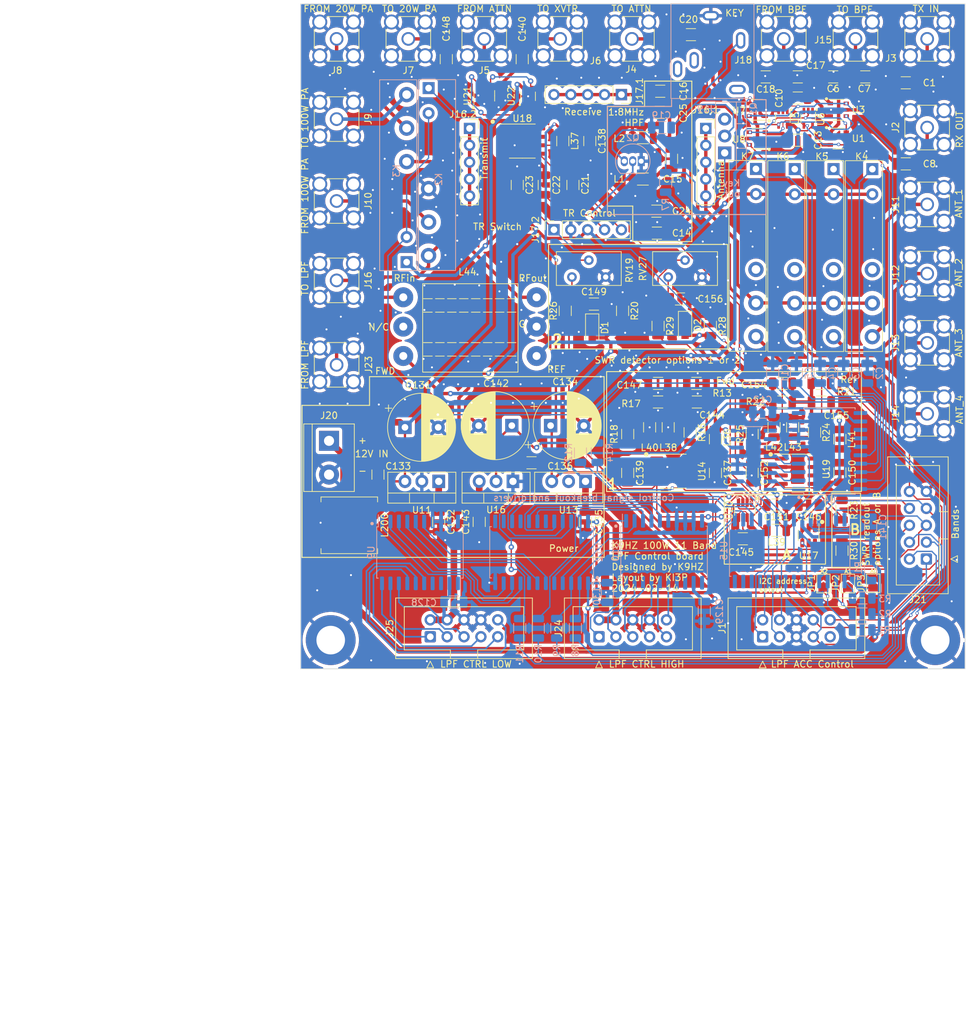
<source format=kicad_pcb>
(kicad_pcb (version 20240108) (generator "pcbnew") (generator_version "8.0")
  (layers (0 "F.Cu" signal) (1 "In1.Cu" signal) (2 "In2.Cu" signal) (31 "B.Cu" signal) (34 "B.Paste" user) (35 "F.Paste" user) (36 "B.SilkS" user "B.Silkscreen") (37 "F.SilkS" user "F.Silkscreen") (38 "B.Mask" user) (39 "F.Mask" user) (44 "Edge.Cuts" user))
  (net 0 "")
  (net 1 "GND")
  (net 2 "+12V")
  (net 3 "+5V")
  (net 4 "+3V3")
  (net 5 "/ANT1_SEL")
  (net 6 "/ANT2_SEL")
  (net 7 "/ANT3_SEL")
  (net 8 "/ANT4_SEL")
  (net 9 "/XVTR_SEL")
  (net 10 "/100W_PA_SEL")
  (net 11 "Net-(Q1-D)")
  (net 12 "/8T TX")
  (net 13 "/8R ~{TX}")
  (net 14 "/FWD_V")
  (net 15 "/REF_V")
  (net 16 "/RF1")
  (net 17 "/RF34")
  (net 18 "/RF30")
  (net 19 "/RF29")
  (net 20 "/RF28")
  (net 21 "/RF7")
  (net 22 "/RF17")
  (net 23 "/RF38")
  (net 24 "/RF35")
  (net 25 "/RF18")
  (net 26 "/RF37")
  (net 27 "/RF36")
  (net 28 "/RF19")
  (net 29 "/RF20")
  (net 30 "/RF22")
  (net 31 "/RF21")
  (net 32 "/RF23")
  (net 33 "/RRF2")
  (net 34 "/RRF3")
  (net 35 "/RRF8")
  (net 36 "/RRF11")
  (net 37 "+8V")
  (net 38 "Net-(U14-ENB)")
  (net 39 "Net-(U14-INM)")
  (net 40 "Net-(U14-INP)")
  (net 41 "/RRF33")
  (net 42 "Net-(U17-OUT_F)")
  (net 43 "/RRF5")
  (net 44 "Net-(D1-K)")
  (net 45 "Net-(U19-ENB)")
  (net 46 "Net-(U20-Vdd)")
  (net 47 "Net-(U19-INM)")
  (net 48 "/RRF4")
  (net 49 "/RRF32")
  (net 50 "Net-(U19-INP)")
  (net 51 "Net-(D2-K)")
  (net 52 "Net-(J1-Pin_1)")
  (net 53 "Net-(J1-Pin_2)")
  (net 55 "Net-(J1-Pin_4)")
  (net 57 "/RRF12")
  (net 58 "/RRF31")
  (net 59 "/RRF10")
  (net 60 "/RRF9")
  (net 61 "/RRF13")
  (net 62 "/RRF6")
  (net 63 "/RRF15")
  (net 64 "/RRF16")
  (net 65 "/RRF14")
  (net 66 "/SWR_TO_PIN_DIODE_TR")
  (net 67 "/TX")
  (net 71 "Net-(J20-Pin_1)")
  (net 72 "/BIT0")
  (net 73 "/BIT1")
  (net 74 "/BIT2")
  (net 75 "/BIT3")
  (net 76 "/SDA")
  (net 77 "/RRF25")
  (net 78 "/SCL")
  (net 79 "/RRF26")
  (net 84 "/15M")
  (net 85 "/17M")
  (net 86 "/12M")
  (net 87 "/10M")
  (net 88 "/40M")
  (net 89 "/60M")
  (net 90 "/80M")
  (net 91 "/20M")
  (net 92 "/160M")
  (net 93 "/30M")
  (net 94 "/6M")
  (net 95 "/LPF_TO_SWR")
  (net 96 "/RF24")
  (net 97 "/NF")
  (net 98 "Net-(U18-VDD)")
  (net 99 "Net-(L38-Pad1)")
  (net 100 "Net-(L40-Pad1)")
  (net 101 "Net-(L42-Pad1)")
  (net 102 "Net-(L43-Pad1)")
  (net 103 "Net-(Q1-G)")
  (net 104 "/RX_BPF_SEL")
  (net 105 "/TX_BPF_SEL")
  (net 106 "Net-(U12-A0)")
  (net 107 "Net-(U12-A1)")
  (net 108 "Net-(U12-A2)")
  (net 109 "Net-(U12-A3)")
  (net 110 "Net-(U15-~{RESET})")
  (net 111 "/REF")
  (net 112 "/FWD")
  (net 113 "Net-(R26-Pad2)")
  (net 114 "Net-(R29-Pad1)")
  (net 115 "Net-(U1-V2)")
  (net 120 "Net-(U2-Y3)")
  (net 121 "Net-(U2-Y2)")
  (net 122 "Net-(U2-Y1)")
  (net 123 "Net-(U2-Y0)")
  (net 124 "Net-(U3-V2)")
  (net 125 "Net-(U12-Y1)")
  (net 126 "Net-(U12-Y2)")
  (net 127 "Net-(U12-Y0)")
  (net 128 "Net-(U12-Y3)")
  (net 129 "Net-(U12-Y4)")
  (net 130 "Net-(U12-Y5)")
  (net 131 "Net-(U10-I1)")
  (net 132 "Net-(U10-I2)")
  (net 133 "Net-(U10-I3)")
  (net 134 "Net-(U10-I4)")
  (net 135 "Net-(U10-I5)")
  (net 136 "Net-(U10-I6)")
  (net 159 "/RF27")
  (net 160 "Net-(U21-V2)")
  (net 161 "Net-(JP1-A)")
  (net 162 "Net-(JP2-A)")
  (net 163 "Net-(JP3-A)")
  (footprint "Capacitor_SMD:C_1206_3216Metric" (layer "F.Cu") (at 102.87 120.904 -90)
    (property "Reference" "C135")
    (property "Value" "1uF 50V")
  )
  (footprint "Resistor_SMD:R_1206_3216Metric" (layer "F.Cu") (at 121.666 91.44 -90)
    (property "Reference" "R28")
    (property "Value" "52R3")
  )
  (footprint "Connector_Coaxial:SMA_Amphenol_901-144_Vertical" (layer "F.Cu") (at 154.305 48.26 180)
    (property "Reference" "J3")
    (property "Value" "FROM TX")
  )
  (footprint "Connector_Coaxial:SMA_Amphenol_901-144_Vertical" (layer "F.Cu") (at 65.405 72.644 -90)
    (property "Reference" "J10")
    (property "Value" "FROM 100W PA")
  )
  (footprint "Connector_PinSocket_2.54mm:PinSocket_1x05_P2.54mm_Vertical" (layer "F.Cu") (at 85.418 61.722)
    (property "Reference" "J16.2")
    (property "Value" "TRANSMIT")
  )
  (footprint "Connector_PinSocket_2.54mm:PinSocket_1x05_P2.54mm_Vertical" (layer "F.Cu") (at 108.278 56.642 -90)
    (property "Reference" "J17.1")
    (property "Value" "RECEIVE")
  )
  (footprint "T41_Library:MASWSS0179-SOT-26" (layer "F.Cu") (at 128.729 63.246 180)
    (property "Reference" "U8")
    (property "Value" "MASWSS0179")
  )
  (footprint "Capacitor_SMD:C_1206_3216Metric" (layer "F.Cu") (at 104.14 88.143)
    (property "Reference" "C149")
    (property "Value" "10nF 50V")
  )
  (footprint "Connector_Coaxial:SMA_Amphenol_901-144_Vertical" (layer "F.Cu") (at 65.405 48.26 180)
    (property "Reference" "J8")
    (property "Value" "FROM 20W PA")
  )
  (footprint "TerminalBlock:TerminalBlock_bornier-2_P5.08mm" (layer "F.Cu") (at 64.262 108.712 -90)
    (property "Reference" "J20")
    (property "Value" "12-13.8V")
  )
  (footprint "Inductor_SMD:L_Coilcraft_XAL7020-102" (layer "F.Cu") (at 67.31 121.412)
    (property "Reference" "L200")
    (property "Value" "10uH 20%")
  )
  (footprint "Capacitor_SMD:C_1206_3216Metric" (layer "F.Cu") (at 134.825 63.5 180)
    (property "Reference" "C13")
    (property "Value" "0.1uF 50V")
  )
  (footprint "Potentiometer_THT:Potentiometer_Bourns_3296Y_Vertical" (layer "F.Cu") (at 100.828 84.079 180)
    (property "Reference" "RV19")
    (property "Value" "22k")
  )
  (footprint "Connector_IDC:IDC-Header_2x05_P2.54mm_Vertical" (layer "F.Cu") (at 129.54 138.176 90)
    (property "Reference" "J1")
    (property "Value" "LPF ACC Control")
  )
  (footprint "Resistor_SMD:R_1206_3216Metric" (layer "F.Cu") (at 112.522 106.68 90)
    (property "Reference" "L40")
    (property "Value" "22nH")
  )
  (footprint "Capacitor_SMD:C_1206_3216Metric" (layer "F.Cu") (at 80.772 120.904 -90)
    (property "Reference" "C132")
    (property "Value" "1uF 50V")
  )
  (footprint "Resistor_SMD:R_1206_3216Metric" (layer "F.Cu") (at 115.316 106.68 90)
    (property "Reference" "L38")
    (property "Value" "22nH")
  )
  (footprint "Capacitor_SMD:C_1206_3216Metric" (layer "F.Cu") (at 136.4595 118.364)
    (property "Reference" "C146")
    (property "Value" "1uF 50V")
  )
  (footprint "Resistor_SMD:R_1206_3216Metric" (layer "F.Cu") (at 132.5265 102.87)
    (property "Reference" "R22")
    (property "Value" "~")
  )
  (footprint "Package_TO_SOT_THT:TO-220-3_Vertical" (layer "F.Cu") (at 102.87 114.808 180)
    (property "Reference" "U13")
    (property "Value" "L7808")
  )
  (footprint "MountingHole:MountingHole_4.3mm_M4_DIN965_Pad" (layer "F.Cu") (at 64.516 138.684)
    (property "Reference" "H2" (hide yes))
    (property "Value" "~")
  )
  (footprint "Capacitor_SMD:C_1206_3216Metric" (layer "F.Cu") (at 144.985 53.975)
    (property "Reference" "C7")
    (property "Value" "0.1uF 50V")
  )
  (footprint "Capacitor_SMD:C_1206_3216Metric" (layer "F.Cu") (at 126.5535 123.444 180)
    (property "Reference" "C145")
    (property "Value" "10uF 50V")
  )
  (footprint "Diode_SMD:D_SOD-123F" (layer "F.Cu") (at 117.856 91.44 -90)
    (property "Reference" "D2")
    (property "Value" "BAS70H,115")
  )
  (footprint "T41_Library:Relay_SPDT_HF41F12-ZS" (layer "F.Cu") (at 140.208 67.848 -90)
    (property "Reference" "K5")
    (property "Value" "HF41F/12-ZS")
  )
  (footprint "Capacitor_SMD:C_1206_3216Metric" (layer "F.Cu") (at 132.5265 100.076 180)
    (property "Reference" "C154")
    (property "Value" "10pF 50V")
  )
  (footprint "Connector_Coaxial:SMA_Amphenol_901-144_Vertical" (layer "F.Cu") (at 132.715 48.26 180)
    (property "Reference" "J18")
    (property "Value" "FROM BPF")
  )
  (footprint "Capacitor_SMD:C_1206_3216Metric" (layer "F.Cu") (at 93.345 51.308 90)
    (property "Reference" "C140")
    (property "Value" "0.1uF 50V")
  )
  (footprint "Capacitor_SMD:C_1206_3216Metric" (layer "F.Cu") (at 109.22 113.538 -90)
    (property "Reference" "C139")
    (property "Value" "0.1uF 50V")
  )
  (footprint "Resistor_SMD:R_1206_3216Metric" (layer "F.Cu") (at 99.453 63.627 -90)
    (property "Reference" "L37")
    (property "Value" "FB")
  )
  (footprint "Capacitor_SMD:C_1206_3216Metric" (layer "F.Cu") (at 134.825 57.15)
    (property "Reference" "C10")
    (property "Value" "0.1uF 50V")
  )
  (footprint "T41_Library:SOT-SC70" (layer "F.Cu") (at 136.398 60.198 -90)
    (property "Reference" "U6")
    (property "Value" "SN74LVC1G04DCK")
  )
  (footprint "Jumper:SolderJumper-2_P1.3mm_Open_TrianglePad1.0x1.5mm" (layer "F.Cu") (at 138.684 130.175 90)
    (property "Reference" "JP1")
    (property "Value" "SolderJumper_2_Open")
  )
  (footprint "Connector_IDC:IDC-Header_2x05_P2.54mm_Vertical" (layer "F.Cu") (at 154.178 126.492 180)
    (property "Reference" "J21")
    (property "Value" "Bands")
  )
  (footprint "Resistor_SMD:R_1206_3216Metric" (layer "F.Cu") (at 99.822 89.159 90)
    (property "Reference" "R26")
    (property "Value" "10k")
  )
  (footprint "Inductor_SMD:L_1206_3216Metric" (layer "F.Cu") (at 111.506 63.119 180)
    (property "Reference" "L2")
    (property "Value" "3.3uH")
  )
  (footprint "Diode_SMD:D_SOD-123F" (layer "F.Cu") (at 103.876 91.823 -90)
    (property "Reference" "D1")
    (property "Value" "BAS70H,115")
  )
  (footprint "Resistor_SMD:R_1206_3216Metric" (layer "F.Cu") (at 131.6335 122.174)
    (property "Reference" "L39")
    (property "Value" "FB")
  )
  (footprint "T41_Library:MASWSS0179-SOT-26" (layer "F.Cu") (at 87.63 56.818605 90)
    (property "Reference" "U21")
    (property "Value" "MASWSS0179")
  )
  (footprint "Capacitor_SMD:C_1206_3216Metric" (layer "F.Cu") (at 134.825 53.975 180)
    (property "Reference" "C17")
    (property "Value" "0.1uF 50V")
  )
  (footprint "Resistor_SMD:R_1206_3216Metric" (layer "F.Cu") (at 113.792 91.44 -90)
    (property "Reference" "R29")
    (property "Value" "10k")
  )
  (footprint "T41_Library:Relay_SPDT_HF41F12-ZS" (layer "F.Cu") (at 128.524 67.815 -90)
    (property "Reference" "K7")
    (property "Value" "HF41F/12-ZS")
  )
  (footprint "T41_Library:MASWSS0179-SOT-26" (layer "F.Cu") (at 128.729 58.928 180)
    (property "Reference" "U7")
    (property "Value" "MASWSS0179")
  )
  (footprint "Connector_Coaxial:SMA_Amphenol_901-144_Vertical" (layer "F.Cu") (at 65.405 97.282 -90)
    (property "Reference" "J23")
    (property "Value" "FROM LPF")
  )
  (footprint "Connector_PinSocket_2.54mm:PinSocket_1x05_P2.54mm_Vertical" (layer "F.Cu") (at 98.118 76.962 90)
    (property "Reference" "J17.2")
    (property "Value" "TR CTL")
  )
  (footprint "Connector_Coaxial:SMA_Amphenol_901-144_Vertical" (layer "F.Cu") (at 154.305 73.152 90)
    (property "Reference" "J11")
    (property "Value" "ANT-1")
  )
  (footprint "Resistor_SMD:R_1206_3216Metric" (layer "F.Cu") (at 127.9545 107.696 90)
    (property "Reference" "R25")
    (property "Value" "~")
  )
  (footprint "Capacitor_SMD:C_1206_3216Metric" (layer "F.Cu") (at 114.12 56.134 180)
    (property "Reference" "C16")
    (property "Value" "1800pF 50V")
  )
  (footprint "T41_Library:SOT-SC70" (layer "F.Cu") (at 132.588 60.198 -90)
    (property "Reference" "U5")
    (property "Value" "SN74LVC1G04DCK")
  )
  (footprint "Capacitor_SMD:C_1206_3216Metric" (layer "F.Cu") (at 100.977 70.231 -90)
    (property "Reference" "C21")
    (property "Value" "0.1uF 50V")
  )
  (footprint "T41_Library:Relay_SPDT_HF41F12-ZS" (layer "F.Cu") (at 134.366 67.848 -90)
    (property "Reference" "K6")
    (property "Value" "HF41F/12-ZS")
  )
  (footprint "Capacitor_SMD:C_1206_3216Metric" (layer "F.Cu") (at 86.868 120.904 -90)
    (property "Reference" "C143")
    (property "Value" "10uF 50V")
  )
  (footprint "Capacitor_SMD:C_1206_3216Metric" (layer "F.Cu") (at 71.628 113.792 90)
    (property "Reference" "C133")
    (property "Value" "1uF 50V")
  )
  (footprint "Capacitor_SMD:C_1206_3216Metric" (layer "F.Cu") (at 131.6335 118.364)
    (property "Reference" "C151")
    (property "Value" "0.1uF 50V")
  )
  (footprint "Package_TO_SOT_THT:TO-220-3_Vertical" (layer "F.Cu") (at 80.772 114.808 180)
    (property "Reference" "U11")
    (property "Value" "LM7805CT")
  )
  (footprint "Capacitor_SMD:C_1206_3216Metric" (layer "F.Cu") (at 115.824 66.294 90)
    (property "Reference" "C15")
    (property "Value" "1000pF 50V")
  )
  (footprint "Capacitor_SMD:C_1206_3216Metric" (layer "F.Cu") (at 118.745 47.625)
    (property "Reference" "C20")
    (property "Value" "0.1uF 50V")
  )
  (footprint "Connector_Coaxial:SMA_Amphenol_901-144_Vertical" (layer "F.Cu") (at 87.63 48.26 180)
    (property "Reference" "J5")
    (property "Value" "FROM ATTN")
  )
  (footprint "Resistor_SMD:R_1206_3216Metric" (layer "F.Cu") (at 141.1625 108.458 90)
    (property "Reference" "L41")
    (property "Value" "FB")
  )
  (footprint "Capacitor_SMD:C_1206_3216Metric" (layer "F.Cu") (at 113.538 74.168 180)
    (property "Reference" "C24")
    (property "Value" "100pF 50V")
  )
  (footprint "Potentiometer_THT:Potentiometer_Bourns_3296Y_Vertical" (layer "F.Cu") (at 115.316 84.079 180)
    (property "Reference" "RV27")
    (property "Value" "22k")
  )
  (footprint "Capacitor_SMD:C_1206_3216Metric" (layer "F.Cu") (at 151.081 54.864)
    (property "Reference" "C1")
    (property "Value" "0.1uF 50V")
  )
  (footprint "Package_TO_SOT_SMD:SOT-23-8" (layer "F.Cu") (at 126.8785 119.126 -90)
    (property "Reference" "U20")
    (property "Value" "AD7991YRJZ")
  )
  (footprint "Capacitor_THT:CP_Radial_D10.0mm_P5.00mm" (layer "F.Cu") (at 97.616 106.426)
    (property "Reference" "C134")
    (property "Value" "220uF 16V")
  )
  (footprint "Jumper:SolderJumper-2_P1.3mm_Open_TrianglePad1.0x1.5mm" (layer "F.Cu") (at 146.177 130.138 90)
    (property "Reference" "JP3")
    (property "Value" "SolderJumper_2_Open")
  )
  (footprint "Jumper:SolderJumper-2_P1.3mm_Open_TrianglePad1.0x1.5mm" (layer "F.Cu") (at 142.367 130.175 90)
    (property "Reference" "JP2")
    (property "Value" "SolderJumper_2_Open")
  )
  (footprint "Capacitor_SMD:C_1206_3216Metric" (layer "F.Cu") (at 103.517 63.627 -90)
    (property "Reference" "C138")
    (property "Value" "0.1uF 50V")
  )
  (footprint "T41_Library:MASWSS0179-SOT-26" (layer "F.Cu") (at 140.921 63.246)
    (property "Reference" "U1")
    (property "Value" "MASWSS0179")
  )
  (footprint "Capacitor_SMD:C_1206_3216Metric" (layer "F.Cu") (at 119.634 102.87 180)
    (property "Reference" "C144")
    (property "Value" "10nF 50V")
  )
  (footprint "Connector_Coaxial:SMA_Amphenol_901-144_Vertical" (layer "F.Cu") (at 154.305 104.648 90)
    (property "Reference" "J14")
    (property "Value" "ANT-4")
  )
  (footprint "T41_Library:Relay_SPDT_HF41F12-ZS" (layer "F.Cu") (at 146.05 67.848 -90)
    (property "Reference" "K4")
    (property "Value" "HF41F/12-ZS")
  )
  (footprint "Resistor_SMD:R_1206_3216Metric" (layer "F.Cu") (at 141.478 119.126 -90)
    (property "Reference" "R23")
    (property "Value" "0")
  )
  (footprint "Capacitor_SMD:C_1206_3216Metric" (layer "F.Cu") (at 81.915 51.308 -90)
    (property "Reference" "C148")
    (property "Value" "0.1uF 50V")
  )
  (footprint "Capacitor_SMD:C_1206_3216Metric" (layer "F.Cu") (at 129.999 53.975 180)
    (property "Reference" "C18")
    (property "Value" "0.1uF 50V")
  )
  (footprint "Resistor_SMD:R_1206_3216Metric" (layer "F.Cu") (at 118.618 107.442 90)
    (property "Reference" "R16")
    (property "Value" "~")
  )
  (footprint "Resistor_SMD:R_1206_3216Metric" (layer "F.Cu") (at 134.0505 106.68 90)
    (property "Reference" "L43")
    (property "Value" "22nH")
  )
  (footprint "Capacitor_SMD:C_1206_3216Metric" (layer "F.Cu") (at 151.081 67.056)
    (property "Reference" "C8")
    (property "Value" "0.1uF 50V")
  )
  (footprint "Capacitor_SMD:C_1206_3216Metric" (layer "F.Cu") (at 94.742 112.014 180)
    (property "Reference" "C136")
    (property "Value" "1uF 50V")
  )
  (footprint "Capacitor_THT:CP_Radial_D10.0mm_P5.00mm" (layer "F.Cu") (at 91.775677 106.426 180)
    (property "Reference" "C142")
    (property "Value" "100uF 6V")
  )
  (footprint "Inductor_SMD:L_1206_3216Metric" (layer "F.Cu") (at 111.506 69.342 180)
    (property "Reference" "L1")
    (property "Value" "3.3uH")
  )
  (footprint "Resistor_SMD:R_1206_3216Metric" (layer "F.Cu") (at 108.448 89.159 -90)
    (property "Reference" "R20")
    (property "Value" "52R3")
  )
  (footprint "Package_SO:SOIC-8_3.9x4.9mm_P1.27mm" (layer "F.Cu") (at 93.357 63.627)
    (property "Reference" "U18")
    (property "Value" "TC4428")
  )
  (footprint "Connector_Coaxial:SMA_Amphenol_901-144_Vertical" (layer "F.Cu") (at 154.305 93.98 90)
    (property "Reference" "J13")
    (property "Value" "ANT-3")
  )
  (footprint "Resistor_SMD:R_1206_3216Metric" (layer "F.Cu") (at 122.428 108.458 90)
    (property "Reference" "L36")
    (property "Value" "FB")
  )
  (footprint "Connector_Coaxial:SMA_Amphenol_901-144_Vertical" (layer "F.Cu") (at 65.405 84.582 -90)
    (property "Reference" "J16")
    (property "Value" "TO LPF")
  )
  (footprint "Package_SO:SOIC-8_3.9x4.9mm_P1.27mm" (layer "F.Cu") (at 116.078 113.284)
    (property "Reference" "U14")
    (property "Value" "AD8307")
  )
  (footprint "Package_TO_SOT_SMD:SOT-23-6" (layer "F.Cu") (at 136.4595 122.936 -90)
    (property "Reference" "U17")
    (property "Value" "REF3440IDBVR")
  )
  (footprint "Capacitor_SMD:C_1206_3216Metric" (layer "F.Cu") (at 114.046 59.309 180)
    (property "Reference" "C25")
    (property "Value" "100pF 50V")
  )
  (footprint "Capacitor_SMD:C_1206_3216Metric" (layer "F.Cu") (at 96.659 70.231 -90)
    (property "Reference" "C22")
    (property "Value" "0.1uF 50V")
  )
  (footprint "Package_SO:SOIC-8_3.9x4.9mm_P1.27mm" (layer "F.Cu") (at 134.8125 113.284)
    (property "Reference" "U19")
    (property "Value" "AD8307")
  )
  (footprint "Resistor_SMD:R_1206_3216Metric" (layer "F.Cu") (at 119.5725 100.076 180)
    (property "Reference" "R13")
    (property "Value" "52R3")
  )
  (footprint "Connector_Coaxial:SMA_Amphenol_901-144_Vertical" (layer "F.Cu") (at 109.855 48.26 180)
    (property "Reference" "J4")
    (property "Value" "TO ATTN")
  )
  (footprint "Capacitor_SMD:C_1206_3216Metric" (layer "F.Cu") (at 138.3685 102.87 180)
    (property "Reference" "C155")
    (property "Value" "10nF 50V")
  )
  (footprint "T41_Library:Toroid_6Pin_BinocularCore_13.3mm_14.35mm" (layer "F.Cu") (at 75.438 89.872)
    (property "Reference" "L44")
    (property "Value" "6_pin_transformer")
  )
  (footprint "Connector_IDC:IDC-Header_2x05_P2.54mm_Vertical" (layer "F.Cu") (at 79.502 138.176 90)
    (property "Reference" "J25")
    (property "Value" "LPF CTRL LOW")
  )
  (footprint "T41_Library:SOT-SC70" (layer "F.Cu") (at 94.234 56.896 90)
    (property "Reference" "U22")
    (property "Value" "SN74LVC1G04DCK")
  )
  (footprint "Connector_IDC:IDC-Header_2x05_P2.54mm_Vertical" (layer "F.Cu") (at 104.902 138.176 90)
    (property "Reference" "J24")
    (property "Value" "LPF CTRL HI")
  )
  (footprint "Package_TO_SOT_THT:TO-220-3_Vertical" (layer "F.Cu") (at 91.948 114.808 180)
    (property "Reference" "U16")
    (property "Value" "LM1117T-3.3")
  )
  (footprint "Resistor_SMD:R_1206_3216Metric" (layer "F.Cu") (at 141.478 125.222 -90)
    (property "Reference" "R30")
    (property "Value" "0")
  )
  (footprint "Capacitor_SMD:C_1206_3216Metric" (layer "F.Cu") (at 117.094 87.376)
    (property "Reference" "C156")
    (property "Value" "10nF 50V")
  )
  (footprint "Connector_Coaxial:SMA_Amphenol_901-144_Vertical" (layer "F.Cu") (at 76.2 48.26 180)
    (property "Reference" "J7")
    (property "Value" "TO 20W PA")
  )
  (footprint "Capacitor_SMD:C_1206_3216Metric" (layer "F.Cu") (at 113.612 77.47 180)
    (property "Reference" "C14")
    (property "Value" "1800pF 50V")
  )
  (footprint "Capacitor_SMD:C_1206_3216Metric" (layer "F.Cu") (at 92.595 70.231 -90)
    (property "Reference" "C23")
    (property "Value" "0.1uF 50V")
  )
  (footprint "Capacitor_SMD:C_1206_3216Metric" (layer "F.Cu") (at 141.1625 113.4765 -90)
    (property "Reference" "C150")
    (property "Value" "0.1uF 50V")
  )
  (footprint "Capacitor_SMD:C_1206_3216Metric" (layer "F.Cu") (at 122.428 113.538 -90)
    (property "Reference" "C137")
    (property "Value" "0.1uF 50V")
  )
  (footprint "Resistor_SMD:R_1206_3216Metric" (layer "F.Cu") (at 109.22 107.696 90)
    (property "Reference" "R18")
    (property "Value" "~")
  )
  (footprint "Resistor_SMD:R_1206_3216Metric" (layer "F.Cu") (at 138.307 100.076 180)
    (property "Reference" "R21")
    (property "Value" "52R3")
  )
  (footprint "Connector_PinSocket_2.54mm:PinSocket_1x05_P2.54mm_Vertical" (layer "F.Cu") (at 120.978 61.722)
    (property "Reference" "J16.1")
    (property "Value" "ANTENNA")
  )
  (footprint "Resistor_SMD:R_1206_3216Metric" (layer "F.Cu") (at 137.3525 107.442 90)
    (property "Reference" "R24")
    (property "Value" "~")
  )
  (footprint "Capacitor_THT:CP_Radial_D10.0mm_P5.00mm" (layer "F.Cu") (at 75.692 106.68)
    (property "Reference" "C131")
    (property "Value" "220uF 16V")
  )
  (footprint "Connector_Coaxial:SMA_Amphenol_901-144_Vertical" (layer "F.Cu") (at 154.305 83.566 90)
    (property "Reference" "J12")
    (property "Value" "ANT-2")
  )
  (footprint "Connector_Coaxial:SMA_Amphenol_901-144_Vertical" (layer "F.Cu") (at 99.06 48.26 180)
    (property "Reference" "J6")
    (property "Value" "TO XVTR")
  )
  (footprint "Resistor_SMD:R_1206_3216Metric" (layer "F.Cu") (at 113.792 102.87)
    (property "Reference" "R17")
    (property "Value" "~")
  )
  (footprint "MountingHole:MountingHole_4.3mm_M4_DIN965_Pad" (layer "F.Cu") (at 155.516 138.684)
    (property "Reference" "H1" (hide yes))
    (property "Value" "~")
  )
  (footprint "Resistor_SMD:R_1206_3216Metric" (layer "F.Cu") (at 131.2565 106.68 90)
    (property "Reference" "L42")
    (property "Value" "22nH")
  )
  (footprint "T41_Library:MASWSS0179-SOT-26" (layer "F.Cu") (at 140.921 58.928)
    (property "Reference" "U3")
    (property "Value" "MASWSS0179")
  )
  (footprint "Capacitor_SMD:C_1206_3216Metric" (layer "F.Cu") (at 113.792 100.076 180)
    (property "Reference" "C147")
    (property "Value" "10pF 50V")
  )
  (footprint "Connector_Coaxial:SMA_Amphenol_901-144_Vertical" (layer "F.Cu") (at 143.51 48.26 180)
    (property "Reference" "J15")
    (property "Value" "TO BPF")
  )
  (footprint "Capacitor_SMD:C_1206_3216Metric" (layer "F.Cu") (at 140.159 53.975)
    (property "Reference" "C6")
    (property "Value" "0.1uF 50V")
  )
  (footprint "Connector_Coaxial:SMA_Amphenol_901-144_Vertical" (layer "F.Cu") (at 65.405 60.325 -90)
    (property "Reference" "J9")
    (property "Value" "TO 100W PA")
  )
  (footprint "Capacitor_SMD:C_1206_3216Metric" (layer "F.Cu") (at 127.9545 113.538 -90)
    (property "Reference" "C152")
    (property "Value" "0.1uF 50V")
  )
  (footprint "Connector_Coaxial:SMA_Amphenol_901-144_Vertical" (layer "F.Cu") (at 154.305 61.595 90)
    (property "Reference" "J2")
    (property "Value" "TO_RECEIVER")
  )
  (footprint "Resistor_SMD:R_1206_3216Metric" (layer "B.Cu") (at 95.758 136.906 -90)
    (property "Reference" "R10")
    (property "Value" "0")
  )
  (footprint "Capacitor_SMD:C_1206_3216Metric" (layer "B.Cu") (at 120.75 134.35 -90)
    (property "Reference" "C129")
    (property "Value" "0.1uF 50V")
  )
  (footprint "Capacitor_SMD:C_1206_3216Metric" (layer "B.Cu") (at 83.05 132.95)
    (property "Reference" "C128")
    (property "Value" "0.1uF 50V")
  )
  (footprint "Resistor_SMD:R_1206_3216Metric" (layer "B.Cu") (at 144.526 137.16)
    (property "Reference" "R1")
    (property "Value" "2k2")
  )
  (footprint "Resistor_SMD:R_1206_3216Metric" (layer "B.Cu") (at 102.108 110.49 90)
    (property "Reference" "R12")
    (property "Value" "2k2")
  )
  (footprint "Capacitor_SMD:C_1206_3216Metric" (layer "B.Cu") (at 145.288 98.552 90)
    (property "Reference" "C2")
    (property "Value" "0.1uF 50V")
  )
  (footprint "Capacitor_SMD:C_1206_3216Metric" (layer "B.Cu") (at 141.732 98.552 90)
    (property "Reference" "C3")
    (property "Value" "0.1uF 50V")
  )
  (footprint "Resistor_SMD:R_1206_3216Metric" (layer "B.Cu") (at 104.648 110.49 90)
    (property "Reference" "R14")
    (property "Value" "2k2")
  )
  (footprint "Package_SO:SOIC-24W_7.5x15.4mm_P1.27mm" (layer "B.Cu") (at 96.266 125.476 90)
    (property "Reference" "U12")
    (property "Value" "CD74HC4514M96")
  )
  (footprint "Resistor_SMD:R_1206_3216Metric" (layer "B.Cu") (at 98.552 136.906 -90)
    (property "Reference" "R9")
    (property "Value" "0")
  )
  (footprint "Package_TO_SOT_THT:TO-220-3_Vertical" (layer "B.Cu") (at 123.825 65.405 90)
    (property "Reference" "Q1")
    (property "Value" "IRF630")
  )
  (footprint "Resistor_SMD:R_1206_3216Metric" (layer "B.Cu") (at 101.346 136.906 -90)
    (property "Reference" "R8")
    (property "Value" "0")
  )
  (footprint "Capacitor_SMD:C_1206_3216Metric" (layer "B.Cu") (at 114.3 61.595 180)
    (property "Reference" "C19")
    (property "Value" "15nF 50V")
  )
  (footprint "Capacitor_SMD:C_1206_3216Metric" (layer "B.Cu") (at 131.05 98.552 90)
    (property "Reference" "C11")
    (property "Value" "0.1uF 50V")
  )
  (footprint "Capacitor_SMD:C_1206_3216Metric" (layer "B.Cu") (at 129.54 104.394 180)
    (property "Reference" "C12")
    (property "Value" "0.1uF 50V")
  )
  (footprint "T41_Library:Relay_SPDT_HF41F12-ZS" (layer "B.Cu") (at 75.946 81.842 90)
    (property "Reference" "K2")
    (property "Value" "HF41F/12-ZS")
  )
  (footprint "T41_Library:Jack_3.5mm_STX-3081_Horizontal" (layer "B.Cu") (at 121.73 44.78)
    (property "Reference" "J19")
    (property "Value" "KEY OUT")
  )
  (footprint "T41_Library:Relay_SPDT_HF41F12-ZS" (layer "B.Cu") (at 79.248 55.656 -90)
    (property "Reference" "K3")
    (property "Value" "HF41F/12-ZS")
  )
  (footprint "Capacitor_SMD:C_1206_3216Metric" (layer "B.Cu") (at 134.62 98.552 90)
    (property "Reference" "C5")
    (property "Value" "0.1uF 50V")
  )
  (footprint "Package_SO:SOIC-28W_7.5x17.9mm_P1.27mm" (layer "B.Cu") (at 133.604 125.222 -90)
    (property "Reference" "U15")
    (property "Value" "MCP23017_SO")
  )
  (footprint "Resistor_SMD:R_1206_3216Metric" (layer "B.Cu") (at 114.935 69.85 90)
    (property "Reference" "R7")
    (property "Value" "10k")
  )
  (footprint "Package_SO:SOIC-20W_7.5x12.8mm_P1.27mm" (layer "B.Cu") (at 139.6 110.245)
    (property "Reference" "U4")
    (property "Value" "ULN2803C")
  )
  (footprint "Package_TO_SOT_THT:TO-92_Inline" (layer "B.Cu") (at 111.252 66.654 180)
    (property "Reference" "Q2")
    (property "Value" "2N7000")
  )
  (footprint "Capacitor_SMD:C_1206_3216Metric" (layer "B.Cu") (at 145.796 121.666 90)
    (property "Reference" "C141")
    (property "Value" "0.1uF 50V")
  )
  (footprint "Package_SO:SOIC-20W_7.5x12.8mm_P1.27mm" (layer "B.Cu") (at 114.7 125.4 -90)
    (property "Reference" "U10")
    (property "Value" "ULN2803C")
  )
  (footprint "Resistor_SMD:R_1206_3216Metric" (layer "B.Cu") (at 144.526 134.747)
    (property "Reference" "R2")
    (property "Value" "2k2")
  )
  (footprint "Package_SO:SOIC-20W_7.5x12.8mm_P1.27mm" (layer "B.Cu") (at 77.95 125.5 -90)
    (property "Reference" "U9")
    (property "Value" "ULN2803C")
  )
  (footprint "Capacitor_SMD:C_1206_3216Metric" (layer "B.Cu") (at 106.172 131.523 -90)
    (property "Reference" "C130")
    (property "Value" "0.1uF 50V")
  )
  (footprint "Package_SO:SOIC-16_3.9x9.9mm_P1.27mm" (layer "B.Cu") (at 128.208 111.633)
    (property "Reference" "U2")
    (property "Value" "74HC237")
  )
  (footprint "Resistor_SMD:R_1206_3216Metric" (layer "B.Cu") (at 145.796 128.27 -90)
    (property "Reference" "R15")
    (property "Value" "2k2")
  )
  (footprint "Resistor_SMD:R_1206_3216Metric" (layer "B.Cu") (at 144.526 132.334)
    (property "Reference" "R3")
    (property "Value" "2k2")
  )
  (footprint "Capacitor_SMD:C_1206_3216Metric" (layer "B.Cu") (at 138.176 98.552 90)
    (property "Reference" "C4")
    (property "Value" "0.1uF 50V")
  )
  (footprint "Resistor_SMD:R_1206_3216Metric" (layer "B.Cu") (at 92.964 136.906 -90)
    (property "Reference" "R11")
    (property "Value" "0")
  )
  (gr_line (start 106.172 58.42) (end 106.172 74.676) (stroke (width 0.15)) (layer "B.SilkS"))
  (gr_line (start 106.172 74.676) (end 130.048 74.676) (stroke (width 0.15)) (layer "B.SilkS"))
  (gr_circle (center 123.952 120.65) (end 124.131605 120.65) (stroke (width 0.15)) (fill solid) (layer "B.SilkS"))
  (gr_line (start 130.048 57.404) (end 128.524 57.404) (stroke (width 0.15)) (layer "B.SilkS"))
  (gr_circle (center 135.001 117.221) (end 135.180605 117.221) (stroke (width 0.15)) (fill solid) (layer "B.SilkS"))
  (gr_circle (center 125.73 117.221) (end 125.909605 117.221) (stroke (width 0.15)) (fill solid) (layer "B.SilkS"))
  (gr_circle (center 70.739 121.158) (end 70.918605 121.158) (stroke (width 0.15)) (fill solid) (layer "B.SilkS"))
  (gr_line (start 115.824 58.42) (end 115.824 57.404) (stroke (width 0.15)) (layer "B.SilkS"))
  (gr_line (start 130.048 74.676) (end 130.048 57.404) (stroke (width 0.15)) (layer "B.SilkS"))
  (gr_circle (center 107.442 121.539) (end 107.621605 121.539) (stroke (width 0.15)) (fill solid) (layer "B.SilkS"))
  (gr_circle (center 104.648 129.286) (end 104.827605 129.286) (stroke (width 0.15)) (fill solid) (layer "B.SilkS"))
  (gr_line (start 115.824 58.42) (end 106.172 58.42) (stroke (width 0.15)) (layer "B.SilkS"))
  (gr_circle (center 138.4915 120.904) (end 138.4915 121.158) (stroke (width 0.15)) (fill solid) (layer "F.SilkS"))
  (gr_line (start 111.76 54.61) (end 111.76 58.42) (stroke (width 0.15)) (layer "F.SilkS"))
  (gr_line (start 106.172 58.42) (end 106.172 73.406) (stroke (width 0.15)) (layer "F.SilkS"))
  (gr_line (start 106.172 73.406) (end 109.982 73.406) (stroke (width 0.15)) (layer "F.SilkS"))
  (gr_circle (center 128.8395 117.348) (end 128.8395 117.602) (stroke (width 0.15)) (fill solid) (layer "F.SilkS"))
  (gr_line (start 109.982 73.406) (end 109.982 78.74) (stroke (width 0.15)) (layer "F.SilkS"))
  (gr_line (start 70.358 99.06) (end 70.358 103.378) (stroke (width 0.15)) (layer "F.SilkS"))
  (gr_line (start 105.664 126.238) (end 105.664 99.06) (stroke (width 0.15)) (layer "F.SilkS"))
  (gr_circle (center 130.7485 110.744) (end 131.0025 110.744) (stroke (width 0.15)) (fill solid) (layer "F.SilkS"))
  (gr_rect (start 97.3074 79.1718) (end 124.2568 94.8944) (stroke (width 0.15)) (fill none) (layer "F.SilkS"))
  (gr_line (start 60.198 126.238) (end 105.664 126.238) (stroke (width 0.15)) (layer "F.SilkS"))
  (gr_line (start 70.358 103.378) (end 60.198 103.378) (stroke (width 0.15)) (layer "F.SilkS"))
  (gr_rect (start 123.7595 116.84) (end 138.9995 127.254) (stroke (width 0.15)) (fill none) (layer "F.SilkS"))
  (gr_line (start 118.872 54.61) (end 111.76 54.61) (stroke (width 0.15)) (layer "F.SilkS"))
  (gr_line (start 118.872 78.74) (end 118.872 54.61) (stroke (width 0.15)) (layer "F.SilkS"))
  (gr_line (start 60.198 103.378) (end 60.198 126.238) (stroke (width 0.15)) (layer "F.SilkS"))
  (gr_circle (center 112.014 110.744) (end 112.268 110.744) (stroke (width 0.15)) (fill solid) (layer "F.SilkS"))
  (gr_line (start 109.982 78.74) (end 118.872 78.74) (stroke (width 0.15)) (layer "F.SilkS"))
  (gr_circle (center 88.9 60.706) (end 89.154 60.706) (stroke (width 0.15)) (fill solid) (layer "F.SilkS"))
  (gr_rect (start 106.049 98.298) (end 144.403 116.332) (stroke (width 0.15)) (fill none) (layer "F.SilkS"))
  (gr_line (start 111.76 58.42) (end 106.172 58.42) (stroke (width 0.15)) (layer "F.SilkS"))
  (gr_rect (start 139.954 116.586) (end 144.272 127.762) (stroke (width 0.15)) (fill none) (layer "F.SilkS"))
  (gr_line (start 105.664 99.06) (end 70.358 99.06) (stroke (width 0.15)) (layer "F.SilkS"))
  (gr_rect (start 60 43) (end 160 143) (stroke (width 0.1)) (fill none) (layer "Edge.Cuts"))
  (gr_text "Control signal breakout and drivers" (at 116.332 117.856 0) (layer "B.SilkS") (effects (font (size 1 1)) (justify left bottom mirror)))
  (gr_text "Key\nout" (at 126.238 72.136 0) (layer "B.SilkS") (effects (font (size 1 1)) (justify left bottom mirror)))
  (gr_text "1" (at 106.049 116.078 0) (layer "F.SilkS") (effects (font (size 1.5 1.5) (thickness 0.3) (bold yes)) (justify left bottom)))
  (gr_text "B" (at 142.494 122.936 0) (layer "F.SilkS") (effects (font (size 1.5 1.5) (thickness 0.3) (bold yes)) (justify left bottom)))
  (gr_text "FROM LPF" (at 61.214 101.092 90) (layer "F.SilkS") (effects (font (size 1 1)) (justify left bottom)))
  (gr_text "2" (at 97.7138 94.3864 0) (layer "F.SilkS") (effects (font (size 1.5 1.5) (thickness 0.3) (bold yes)) (justify left bottom)))
  (gr_text "I2C address\nselect" (at 128.905 131.572 0) (layer "F.SilkS") (effects (font (size 0.8 0.8)) (justify left bottom)))
  (gr_text "TO BPF" (at 140.589 44.45 0) (layer "F.SilkS") (effects (font (size 1 1)) (justify left bottom)))
  (gr_text "A0" (at 145.6436 128.651 0) (layer "F.SilkS") (effects (font (size 0.6 0.6)) (justify left bottom)))
  (gr_text "LPF CTRL LOW" (at 80.899 142.875 0) (layer "F.SilkS") (effects (font (size 1 1)) (justify left bottom)))
  (gr_text "Power" (at 97.282 125.476 0) (layer "F.SilkS") (effects (font (size 1 1)) (justify left bottom)))
  (gr_text "ANT_1" (at 159.639 75.311 90) (layer "F.SilkS") (effects (font (size 1 1)) (justify left bottom)))
  (gr_text "RFin" (at 73.914 84.836 0) (layer "F.SilkS") (effects (font (size 1 1)) (justify left bottom)))
  (gr_text "FROM 20W PA" (at 60.325 44.323 0) (layer "F.SilkS") (effects (font (size 1 1)) (justify left bottom)))
  (gr_text "SWR readout\noptions A or B" (at 147.32 127.635 90) (layer "F.SilkS") (effects (font (size 1 1)) (justify left bottom)))
  (gr_text "TR Control" (at 99.388 75.057 0) (layer "F.SilkS") (effects (font (size 1 1)) (justify left bottom)))
  (gr_text "REF" (at 97.028 98.552 0) (layer "F.SilkS") (effects (font (size 1 1)) (justify left bottom)))
  (gr_text "Bands" (at 159.131 123.571 90) (layer "F.SilkS") (effects (font (size 1 1)) (justify left bottom)))
  (gr_text "+" (at 68.58 109.22 0) (layer "F.SilkS") (effects (font (size 1 1)) (justify left bottom)))
  (gr_text "ANT_3" (at 159.639 96.266 90) (layer "F.SilkS") (effects (font (size 1 1)) (justify left bottom)))
  (gr_text "FWD" (at 71.12 98.806 0) (layer "F.SilkS") (effects (font (size 1 1)) (justify left bottom)))
  (gr_text "A1" (at 141.7574 128.6764 0) (layer "F.SilkS") (effects (font (size 0.6 0.6)) (justify left bottom)))
  (gr_text "A2" (at 138.1506 128.6764 0) (layer "F.SilkS") (effects (font (size 0.6 0.6)) (justify left bottom)))
  (gr_text "TX IN" (at 152.019 44.323 0) (layer "F.SilkS") (effects (font (size 1 1)) (justify left bottom)))
  (gr_text "TO LPF" (at 61.214 86.995 90) (layer "F.SilkS") (effects (font (size 1 1)) (justify left bottom)))
  (gr_text "FROM BPF" (at 128.397 44.45 0) (layer "F.SilkS") (effects (font (size 1 1)) (justify left bottom)))
  (gr_text "Receive" (at 99.568 59.817 0) (layer "F.SilkS") (effects (font (size 1 1)) (justify left bottom)))
  (gr_text "ANT_4" (at 159.766 106.299 90) (layer "F.SilkS") (effects (font (size 1 1)) (justify left bottom)))
  (gr_text "RFout" (at 92.71 84.836 0) (layer "F.SilkS") (effects (font (size 1 1)) (justify left bottom)))
  (gr_text "TO ATTN" (at 106.68 44.323 0) (layer "F.SilkS") (effects (font (size 1 1)) (justify left bottom)))
  (gr_text "RX OUT" (at 159.766 64.77 90) (layer "F.SilkS") (effects (font (size 1 1)) (justify left bottom)))
  (gr_text "K9HZ 100W 11 Band \nLPF Control board\nDesigned by K9HZ\nLayout by KI3P\n2024-02-14" (at 106.7054 131.4704 0) (layer "F.SilkS") (effects (font (size 1 1)) (justify left bottom)))
  (gr_text "KEY" (at 123.825 44.958 0) (layer "F.SilkS") (effects (font (size 1 1)) (justify left bottom)))
  (gr_text "LPF CTRL HIGH" (at 106.299 142.875 0) (layer "F.SilkS") (effects (font (size 1 1)) (justify left bottom)))
  (gr_text "-" (at 68.58 113.792 0) (layer "F.SilkS") (effects (font (size 1 1)) (justify left bottom)))
  (gr_text "Transmit" (at 88.212 69.596 90) (layer "F.SilkS") (effects (font (size 1 1)) (justify left bottom)))
  (gr_text "TR Switch" (at 85.852 77.089 0) (layer "F.SilkS") (effects (font (size 1 1)) (justify left bottom)))
  (gr_text "FROM ATTN" (at 83.439 44.323 0) (layer "F.SilkS") (effects (font (size 1 1)) (justify left bottom)))
  (gr_text "G" (at 92.71 91.731 0) (layer "F.SilkS") (effects (font (size 1 1)) (justify left bottom)))
  (gr_text "TO XVTR" (at 95.504 44.323 0) (layer "F.SilkS") (effects (font (size 1 1)) (justify left bottom)))
  (gr_text "N/C" (at 70.104 92.202 0) (layer "F.SilkS") (effects (font (size 1 1)) (justify left bottom)))
  (gr_text "FROM 100W PA" (at 61.214 77.724 90) (layer "F.SilkS") (effects (font (size 1 1)) (justify left bottom)))
  (gr_text "TO 100W PA" (at 61.214 64.897 90) (layer "F.SilkS") (effects (font (size 1 1)) (justify left bottom)))
  (gr_text "Antenna" (at 123.7996 72.517 90) (layer "F.SilkS") (effects (font (size 1 1)) (justify left bottom)))
  (gr_text "ANT_2" (at 159.639 85.725 90) (layer "F.SilkS") (effects (font (size 1 1)) (justify left bottom)))
  (gr_text "TO 20W PA" (at 72.136 44.323 0) (layer "F.SilkS") (effects (font (size 1 1)) (justify left bottom)))
  (gr_text "Fwd" (at 122.428 100.2685 0) (layer "F.SilkS") (effects (font (size 1 1)) (justify left bottom)))
  (gr_text "SWR detector options 1 or 2" (at 104.14 97.155 0) (layer "F.SilkS") (effects (font (size 1 1)) (justify left bottom)))
  (gr_text "LPF ACC Control" (at 130.683 142.875 0) (layer "F.SilkS") (effects (font (size 1 1)) (justify left bottom)))
  (gr_text "12V IN" (at 68.072 111.252 0) (layer "F.SilkS") (effects (font (size 1 1)) (justify left bottom)))
  (gr_text "1.8MHz\nHPF" (at 111.76 61.468 0) (layer "F.SilkS") (effects (font (size 1 1)) (justify right bottom)))
  (gr_text "Ref" (at 141.1625 100.076 0) (layer "F.SilkS") (effects (font (size 1 1)) (justify left bottom)))
  (gr_text "A" (at 132.3086 126.746 0) (layer "F.SilkS") (effects (font (size 1.5 1.5) (thickness 0.3) (bold yes)) (justify left bottom)))
  (segment (start 127.889 114.9475) (end 127.9545 115.013) (width 0.25) (layer "F.Cu") (net 1))
  (segment (start 125.9035 122.619) (end 125.0785 123.444) (width 0.2) (layer "F.Cu") (net 1))
  (segment (start 125.9035 120.2635) (end 125.9035 122.619) (width 0.2) (layer "F.Cu") (net 1))
  (segment (start 127.2035 120.2635) (end 127.2035 119.601001) (width 0.13) (layer "F.Cu") (net 1))
  (segment (start 134.874 59.436) (end 135.41 59.436) (width 0.13) (layer "F.Cu") (net 1))
  (segment (start 125.9035 119.695992) (end 125.9035 120.2635) (width 0.13) (layer "F.Cu") (net 1))
  (segment (start 127.2035 119.601001) (end 126.938499 119.336) (width 0.13) (layer "F.Cu") (net 1))
  (segment (start 136.4595 121.7985) (end 137.4095 121.7985) (width 0.2) (layer "F.Cu") (net 1))
  (segment (start 133.7965 105.2175) (end 132.715 106.299) (width 0.25) (layer "F.Cu") (net 1))
  (segment (start 134.0505 105.2175) (end 133.7965 105.2175) (width 0.25) (layer "F.Cu") (net 1))
  (segment (start 126.938499 119.336) (end 126.263492 119.336) (width 0.13) (layer "F.Cu") (net 1))
  (segment (start 129.929 63.246) (end 131.1148 63.246) (width 0.25) (layer "F.Cu") (net 1))
  (segment (start 131.1148 63.246) (end 131.5974 63.7286) (width 0.25) (layer "F.Cu") (net 1))
  (segment (start 126.263492 119.336) (end 125.9035 119.695992) (width 0.13) (layer "F.Cu") (net 1))
  (segment (start 127.889 113.919) (end 127.889 114.9475) (width 0.25) (layer "F.Cu") (net 1))
  (segment (start 135.41 59.436) (end 135.748 59.098) (width 0.13) (layer "F.Cu") (net 1))
  (via (at 118.364 97.663) (size 0.5) (drill 0.3) (layers "F.Cu" "B.Cu") (net 1))
  (via (at 74.295 89.408) (size 0.5) (drill 0.3) (layers "F.Cu" "B.Cu") (net 1))
  (via (at 70.612 141.732) (size 0.5) (drill 0.3) (layers "F.Cu" "B.Cu") (net 1))
  (via (at 146.558 55.88) (size 0.5) (drill 0.3) (layers "F.Cu" "B.Cu") (net 1))
  (via (at 122.682 81.026) (size 0.5) (drill 0.3) (layers "F.Cu" "B.Cu") (net 1))
  (via (at 108.458 60.833) (size 0.5) (drill 0.3) (layers "F.Cu" "B.Cu") (net 1))
  (via (at 106.75 68.55) (size 0.5) (drill 0.3) (layers "F.Cu" "B.Cu") (net 1))
  (via (at 99.441 102.997) (size 0.5) (drill 0.3) (layers "F.Cu" "B.Cu") (net 1))
  (via (at 105.918 78.486) (size 0.5) (drill 0.3) (layers "F.Cu" "B.Cu") (net 1))
  (via (at 105.95 131.5) (size 0.5) (drill 0.3) (layers "F.Cu" "B.Cu") (net 1))
  (via (at 82.804 68.072) (size 0.5) (drill 0.3) (layers "F.Cu" "B.Cu") (net 1))
  (via (at 101.854 102.362) (size 0.5) (drill 0.3) (layers "F.Cu" "B.Cu") (net 1))
  (via (at 87.122 68.072) (size 0.5) (drill 0.3) (layers "F.Cu" "B.Cu") (net 1))
  (via (at 91.948 102.997) (size 0.5) (drill 0.3) (layers "F.Cu" "B.Cu") (net 1))
  (via (at 110.49 75.819) (size 0.5) (drill 0.3) (layers "F.Cu" "B.Cu") (net 1))
  (via (at 92.583 79.121) (size 0.5) (drill 0.3) (layers "F.Cu" "B.Cu") (net 1))
  (via (at 94.234 56.896) (size 0.5) (drill 0.3) (layers "F.Cu" "B.Cu") (net 1))
  (via (at 120.142 94.488) (size 0.5) (drill 0.3) (layers "F.Cu" "B.Cu") (net 1))
  (via (at 112.014 86.868) (size 0.5) (drill 0.3) (layers "F.Cu" "B.Cu") (net 1))
  (via (at 126.5 104.4) (size 0.5) (drill 0.3) (layers "F.Cu" "B.Cu") (net 1))
  (via (at 72.009 89.154) (size 0.5) (drill 0.3) (layers "F.Cu" "B.Cu") (net 1))
  (via (at 78.613 85.344) (size 0.5) (drill 0.3) (layers "F.Cu" "B.Cu") (net 1))
  (via (at 120.904 54.991) (size 0.5) (drill 0.3) (layers "F.Cu" "B.Cu") (net 1))
  (via (at 96.266 100.076) (size 0.5) (drill 0.3) (layers "F.Cu" "B.Cu") (net 1))
  (via (at 94.869 102.997) (size 0.5) (drill 0.3) (layers "F.Cu" "B.Cu") (net 1))
  (via (at 87.63 58.039) (size 0.5) (drill 0.3) (layers "F.Cu" "B.Cu") (net 1))
  (via (at 140.081 76.962) (size 0.5) (drill 0.3) (layers "F.Cu" "B.Cu") (net 1))
  (via (at 135.636 65.278) (size 0.5) (drill 0.3) (layers "F.Cu" "B.Cu") (net 1))
  (via (at 96.901 102.997) (size 0.5) (drill 0.3) (layers "F.Cu" "B.Cu") (net 1))
  (via (at 120.142 74.93) (size 0.5) (drill 0.3) (layers "F.Cu" "B.Cu") (net 1))
  (via (at 122.809 68.072) (size 0.5) (drill 0.3) (layers "F.Cu" "B.Cu") (net 1))
  (via (at 92.202 64.262) (size 0.5) (drill 0.3) (layers "F.Cu" "B.Cu") (net 1))
  (via (at 141.605 65.278) (size 0.5) (drill 0.3) (layers "F.Cu" "B.Cu") (net 1))
  (via (at 101.6 98.171) (size 0.5) (drill 0.3) (layers "F.Cu" "B.Cu") (net 1))
  (via (at 126.619 60.96) (size 0.5) (drill 0.3) (layers "F.Cu" "B.Cu") (net 1))
  (via (at 131.572 56.769) (size 0.5) (drill 0.3) (layers "F.Cu" "B.Cu") (net 1))
  (via (at 102.235 54.102) (size 0.5) (drill 0.3) (layers "F.Cu" "B.Cu") (net 1))
  (via (at 89.916 86.233) (size 0.5) (drill 0.3) (layers "F.Cu" "B.Cu") (net 1))
  (via (at 78.105 68.834) (size 0.5) (drill 0.3) (layers "F.Cu" "B.Cu") (net 1))
  (via (at 82.931 61.849) (size 0.5) (drill 0.3) (layers "F.Cu" "B.Cu") (net 1))
  (via (at 139.827 58.928) (size 0.5) (drill 0.3) (layers "F.Cu" "B.Cu") (net 1))
  (via (at 123.698 79.121) (size 0.5) (drill 0.3) (layers "F.Cu" "B.Cu") (net 1))
  (via (at 121.92 138.43) (size 0.5) (drill 0.3) (layers "F.Cu" "B.Cu") (net 1))
  (via (at 116.713 101.473) (size 0.5) (drill 0.3) (layers "F.Cu" "B.Cu") (net 1))
  (via (at 99.314 79.629) (size 0.5) (drill 0.3) (layers "F.Cu" "B.Cu") (net 1))
  (via (at 151.13 99.187) (size 0.5) (drill 0.3) (layers "F.Cu" "B.Cu") (net 1))
  (via (at 121.92 77.216) (size 0.5) (drill 0.3) (layers "F.Cu" "B.Cu") (net 1))
  (via (at 73.406 57.023) (size 0.5) (drill 0.3) (layers "F.Cu" "B.Cu") (net 1))
  (via (at 140.208 55.88) (size 0.5) (drill 0.3) (layers "F.Cu" "B.Cu") (net 1))
  (via (at 83.566 78.613) (size 0.5) (drill 0.3) (layers "F.Cu" "B.Cu") (net 1))
  (via (at 62.992 121.031) (size 0.5) (drill 0.3) (layers "F.Cu" "B.Cu") (net 1))
  (via (at 125.476 44.831) (size 0.5) (drill 0.3) (layers "F.Cu" "B.Cu") (net 1))
  (via (at 88.392 130.048) (size 0.5) (drill 0.3) (layers "F.Cu" "B.Cu") (net 1))
  (via (at 97.79 97.663) (size 0.5) (drill 0.3) (layers "F.Cu" "B.Cu") (net 1))
  (via (at 71.755 103.251) (size 0.5) (drill 0.3) (layers "F.Cu" "B.Cu") (net 1))
  (via (at 113.411 53.848) (size 0.5) (drill 0.3) (layers "F.Cu" "B.Cu") (net 1))
  (via (at 146.304 75.184) (size 0.5) (drill 0.3) (layers "F.Cu" "B.Cu") (net 1))
  (via (at 146.177 79.883) (size 0.5) (drill 0.3) (layers "F.Cu" "B.Cu") (net 1))
  (via (at 112.522 97.663) (size 0.5) (drill 0.3) (layers "F.Cu" "B.Cu") (net 1))
  (via (at 148.082 53.848) (size 0.5) (drill 0.3) (layers "F.Cu" "B.Cu") (net 1))
  (via (at 123.698 91.567) (size 0.5) (drill 0.3) (layers "F.Cu" "B.Cu") (net 1))
  (via (at 131.953 93.98) (size 0.5) (drill 0.3) (layers "F.Cu" "B.Cu") (net 1))
  (via (at 89.154 100.203) (size 0.5) (drill 0.3) (layers "F.Cu" "B.Cu") (net 1))
  (via (at 134.366 95.504) (size 0.5) (drill 0.3) (layers "F.Cu" "B.Cu") (net 1))
  (via (at 106.68 105.664) (size 0.5) (drill 0.3) (layers "F.Cu" "B.Cu") (net 1))
  (via (at 81.788 80.772) (size 0.5) (drill 0.3) (layers "F.Cu" "B.Cu") (net 1))
  (via (at 99.441 100.076) (size 0.5) (drill 0.3) (layers "F.Cu" "B.Cu") (net 1))
  (via (at 102.489 123.317) (size 0.5) (drill 0.3) (layers "F.Cu" "B.Cu") (net 1))
  (via (at 134.747 127.762) (size 0.5) (drill 0.3) (layers "F.Cu" "B.Cu") (net 1))
  (via (at 73.787 74.422) (size 0.5) (drill 0.3) (layers "F.Cu" "B.Cu") (net 1))
  (via (at 130.048 58.928) (size 0.5) (drill 0.3) (layers "F.Cu" "B.Cu") (net 1))
  (via (at 83.185 85.217) (size 0.5) (drill 0.3) (layers "F.Cu" "B.Cu") (net 1))
  (via (at 105.156 99.06) (size 0.5) (drill 0.3) (layers "F.Cu" "B.Cu") (net 1))
  (via (at 141.478 98.6536) (size 0.5) (drill 0.3) (layers "F.Cu" "B.Cu") (net 1))
  (via (at 120.777 49.784) (size 0.5) (drill 0.3) (layers "F.Cu" "B.Cu") (net 1))
  (via (at 82.169 103.124) (size 0.5) (drill 0.3) (layers "F.Cu" "B.Cu") (net 1))
  (via (at 131.5974 63.7286) (size 0.5) (drill 0.3) (layers "F.Cu" "B.Cu") (net 1))
  (via (at 145.6436 85.3948) (size 0.5) (drill 0.3) (layers "F.Cu" "B.Cu") (net 1))
  (via (at 98.552 54.229) (size 0.5) (drill 0.3) (layers "F.Cu" "B.Cu") (net 1))
  (via (at 148.59 133.096) (size 0.5) (drill 0.3) (layers "F.Cu" "B.Cu") (net 1))
  (via (at 92.583 67.437) (size 0.5) (drill 0.3) (layers "F.Cu" "B.Cu") (net 1))
  (via (at 120.777 52.578) (size 0.5) (drill 0.3) (layers "F.Cu" "B.Cu") (net 1))
  (via (at 86.868 123.952) (size 0.5) (drill 0.3) (layers "F.Cu" "B.Cu") (net 1))
  (via (at 87.757 142.113) (size 0.5) (drill 0.3) (layers "F.Cu" "B.Cu") (net 1))
  (via (at 81.75 123.65) (size 0.5) (drill 0.3) (layers "F.Cu" "B.Cu") (net 1))
  (via (at 103.632 58.674) (size 0.5) (drill 0.3) (layers "F.Cu" "B.Cu") (net 1))
  (via (at 139.192 65.405) (size 0.5) (drill 0.3) (layers "F.Cu" "B.Cu") (net 1))
  (via (at 84.836 59.182) (size 0.5) (drill 0.3) (layers "F.Cu" "B.Cu") (net 1))
  (via (at 131.9276 90.9066) (size 0.5) (drill 0.3) (layers "F.Cu" "B.Cu") (net 1))
  (via (at 106.807 97.409) (size 0.5) (drill 0.3) (layers "F.Cu" "B.Cu") (net 1))
  (via (at 70.993 53.213) (size 0.5) (drill 0.3) (layers "F.Cu" "B.Cu") (net 1))
  (via (at 70.866 70.993) (size 0.5) (drill 0.3) (layers "F.Cu" "B.Cu") (net 1))
  (via (at 105.156 91.694) (size 0.5) (drill 0.3) (layers "F.Cu" "B.Cu") (net 1))
  (via (at 79.756 97.663) (size 0.5) (drill 0.3) (layers "F.Cu" "B.Cu") (net 1))
  (via (at 116.84 71.501) (size 0.5) (drill 0.3) (layers "F.Cu" "B.Cu") (net 1))
  (via (at 106.807 88.138) (size 0.5) (drill 0.3) (layers "F.Cu" "B.Cu") (net 1))
  (via (at 127.889 113.919) (size 0.5) (drill 0.3) (layers "F.Cu" "B.Cu") (net 1))
  (via (at 134.747 53.721) (size 0.5) (drill 0.3) (layers "F.Cu" "B.Cu") (net 1))
  (via (at 158.75 126.619) (size 0.5) (drill 0.3) (layers "F.Cu" "B.Cu") (net 1))
  (via (at 145.161 65.151) (size 0.5) (drill 0.3) (layers "F.Cu" "B.Cu") (net 1))
  (via (at 104.521 95.123) (size 0.5) (drill 0.3) (layers "F.Cu" "B.Cu") (net 1))
  (via (at 126.5 101.8) (size 0.5) (drill 0.3) (layers "F.Cu" "B.Cu") (net 1))
  (via (at 78.105 65.024) (size 0.5) (drill 0.3) (layers "F.Cu" "B.Cu") (net 1))
  (via (at 119.38 57.15) (size 0.5) (drill 0.3) (layers "F.Cu" "B.Cu") (net 1))
  (via (at 128.016 79.502) (size 0.5) (drill 0.3) (layers "F.Cu" "B.Cu") (net 1))
  (via (at 86.741 56.769) (size 0.5) (drill 0.3) (layers "F.Cu" "B.Cu") (net 1))
  (via (at 138.684 85.4456) (size 0.5) (drill 0.3) (layers "F.Cu" "B.Cu") (net 1))
  (via (at 115.062 44.577) (size 0.5) (drill 0.3) (layers "F.Cu" "B.Cu") (net 1))
  (via (at 70.358 91.059) (size 0.5) (drill 0.3) (layers "F.Cu" "B.Cu") (net 1))
  (via (at 116.713 74.295) (size 0.5) (drill 0.3) (layers "F.Cu" "B.Cu") (net 1))
  (via (at 101.981 95.377) (size 0.5) (drill 0.3) (layers "F.Cu" "B.Cu") (net 1))
  (via (at 116.84 69.723) (size 0.5) (drill 0.3) (layers "F.Cu" "B.Cu") (net 1))
  (via (at 122.301 114.935) (size 0.5) (drill 0.3) (layers "F.Cu" "B.Cu") (net 1))
  (via (at 70.612 58.928) (size 0.5) (drill 0.3) (layers "F.Cu" "B.Cu") (net 1))
  (via (at 138.4808 90.5002) (size 0.5) (drill 0.3) (layers "F.Cu" "B.Cu") (net 1))
  (via (at 87.122 65.532) (size 0.5) (drill 0.3) (layers "F.Cu" "B.Cu") (net 1))
  (via (at 115.062 97.663) (size 0.5) (drill 0.3) (layers "F.Cu" "B.Cu") (net 1))
  (via (at 81.534 100.203) (size 0.5) (drill 0.3) (layers "F.Cu" "B.Cu") (net 1))
  (via (at 99.441 95.504) (size 0.5) (drill 0.3) (layers "F.Cu" "B.Cu") (net 1))
  (via (at 124.079 74.93) (size 0.5) (drill 0.3) (layers "F.Cu" "B.Cu") (net 1))
  (via (at 113.665 78.613) (size 0.5) (drill 0.3) (layers "F.Cu" "B.Cu") (net 1))
  (via (at 83.693 100.203) (size 0.5) (drill 0.3) (layers "F.Cu" "B.Cu") (net 1))
  (via (at 109.601 59.182) (size 0.5) (drill 0.3) (layers "F.Cu" "B.Cu") (net 1))
  (via (at 108.839 92.456) (size 0.5) (drill 0.3) (layers "F.Cu" "B.Cu") (net 1))
  (via (at 131.318 76.708) (size 0.5) (drill 0.3) (layers "F.Cu" "B.Cu") (net 1))
  (via (at 128.016 107.823) (size 0.5) (drill 0.3) (layers "F.Cu" "B.Cu") (net 1))
  (via (at 66.04 90.043) (size 0.5) (drill 0.3) (layers "F.Cu" "B.Cu") (net 1))
  (via (at 115.316 106.68) (size 0.5) (drill 0.3) (layers "F.Cu" "B.Cu") (net 1))
  (via (at 73.787 70.866) (size 0.5) (drill 0.3) (layers "F.Cu" "B.Cu") (net 1))
  (via (at 138.0744 62.7888) (size 0.5) (drill 0.3) (layers "F.Cu" "B.Cu") (net 1))
  (via (at 111.76 92.456) (size 0.5) (drill 0.3) (layers "F.Cu" "B.Cu") (net 1))
  (via (at 99.441 58.674) (size 0.5) (drill 0.3) (layers "F.Cu" "B.Cu") (net 1))
  (via (at 62.484 131.191) (size 0.5) (drill 0.3) (layers "F.Cu" "B.Cu") (net 1))
  (via (at 77.343 79.375) (size 0.5) (drill 0.3) (layers "F.Cu" "B.Cu") (net 1))
  (via (at 137.287 55.626) (size 0.5) (drill 0.3) (layers "F.Cu" "B.Cu") (net 1))
  (via (at 110.363 71.882) (size 0.5) (drill 0.3) (layers "F.Cu" "B.Cu") (net 1))
  (via (at 103.251 101.092) (size 0.5) (drill 0.3) (layers "F.Cu" "B.Cu") (net 1))
  (via (at 108.331 54.102) (size 0.5) (drill 0.3) (layers "F.Cu" "B.Cu") (net 1))
  (via (at 145.5674 90.6272) (size 0.5) (drill 0.3) (layers "F.Cu" "B.Cu") (net 1))
  (via (at 68.58 92.583) (size 0.5) (drill 0.3) (layers "F.Cu" "B.Cu") (net 1))
  (via (at 101.854 92.329) (size 0.5) (drill 0.3) (layers "F.Cu" "B.Cu") (net 1))
  (via (at 92.456 96.901) (size 0.5) (drill 0.3) (layers "F.Cu" "B.Cu") (net 1))
  (via (at 86.741 100.203) (size 0.5) (drill 0.3) (layers "F.Cu" "B.Cu") (net 1))
  (via (at 127 95.55) (size 0.5) (drill 0.3) (layers "F.Cu" "B.Cu") (net 1))
  (via (at 70.485 74.422) (size 0.5) (drill 0.3) (layers "F.Cu" "B.Cu") (net 1))
  (via (at 78.359 57.785) (size 0.5) (drill 0.3) (layers "F.Cu" "B.Cu") (net 1))
  (via (at 127.762 127.762) (size 0.5) (drill 0.3) (layers "F.Cu" "B.Cu") (net 1))
  (via (at 110.363 101.346) (size 0.5) (drill 0.3) (layers "F.Cu" "B.Cu") (net 1))
  (via (at 147.3454 100.6602) (size 0.5) (drill 0.3) (layers "F.Cu" "B.Cu") (net 1))
  (via (at 158.623 118.618) (size 0.5) (drill 0.3) (layers "F.Cu" "B.Cu") (net 1))
  (via (at 110.617 115.062) (size 0.5) (drill 0.3) (layers "F.Cu" "B.Cu") (net 1))
  (via (at 73.279 62.357) (size 0.5) (drill 0.3) (layers "F.Cu" "B.Cu") (net 1))
  (via (at 116.967 78.486) (size 0.5) (drill 0.3) (layers "F.Cu" "B.Cu") (net 1))
  (via (at 116.586 118.745) (size 0.5) (drill 0.3) (layers "F.Cu" "B.Cu") (net 1))
  (via (at 72.644 66.294) (size 0.5) (drill 0.3) (layers "F.Cu" "B.Cu") (net 1))
  (via (at 73.787 69.342) (size 0.5) (drill 0.3) (layers "F.Cu" "B.Cu") (net 1))
  (via (at 86.868 78.359) (size 0.5) (drill 0.3) (layers "F.Cu" "B.Cu") (net 1))
  (via (at 142.621 55.499) (size 0.5) (drill 0.3) (layers "F.Cu" "B.Cu") (net 1))
  (via (at 64.389 53.721) (size 0.5) (drill 0.3) (layers "F.Cu" "B.Cu") (net 1))
  (via (at 138.7348 133.0198) (size 0.5) (drill 0.3) (layers "F.Cu" "B.Cu") (net 1))
  (via (at 140.208 53.213) (size 0.5) (drill 0.3) (layers "F.Cu" "B.Cu") (net 1))
  (via (at 107.442 59.182) (size 0.5) (drill 0.3) (layers "F.Cu" "B.Cu") (net 1))
  (via (at 81.915 47.117) (size 0.5) (drill 0.3) (layers "F.Cu" "B.Cu") (net 1))
  (via (at 113.665 72.644) (size 0.5) (drill 0.3) (layers "F.Cu" "B.Cu") (net 1))
  (via (at 106.68 107.823) (size 0.5) (drill 0.3) (layers "F.Cu" "B.Cu") (net 1))
  (via (at 96.774 84.201) (size 0.5) (drill 0.3) (layers "F.Cu" "B.Cu") (net 1))
  (via (at 88.519 96.393) (size 0.5) (drill 0.3) (layers "F.Cu" "B.Cu") (net 1))
  (via (at 85.217 96.774) (size 0.5) (drill 0.3) (layers "F.Cu" "B.Cu") (net 1))
  (via (at 157.988 132.842) (size 0.5) (drill 0.3) (layers "F.Cu" "B.Cu") (net 1))
  (via (at 129.921 53.848) (size 0.5) (drill 0.3) (layers "F.Cu" "B.Cu") (net 1))
  (via (at 110.236 127.254) (size 0.5) (drill 0.3) (layers "F.Cu" "B.Cu") (net 1))
  (via (at 133.096 116.9) (size 0.5) (drill 0.3) (layers "F.Cu" "B.Cu") (net 1))
  (via (at 131.826 85.5726) (size 0.5) (drill 0.3) (layers "F.Cu" "B.Cu") (net 1))
  (via (at 83.185 57.277) (size 0.5) (drill 0.3) (layers "F.Cu" "B.Cu") (net 1))
  (via (at 84.201 81.407) (size 0.5) (drill 0.3) (layers "F.Cu" "B.Cu") (net 1))
  (via (at 107.95 103.759) (size 0.5) (drill 0.3) (layers "F.Cu" "B.Cu") (net 1))
  (via (at 125.73 64.643) (size 0.5) (drill 0.3) (layers "F.Cu" "B.Cu") (net 1))
  (via (at 78.994 141.859) (size 0.5) (drill 0.3) (layers "F.Cu" "B.Cu") (net 1))
  (via (at 93.345 46.863) (size 0.5) (drill 0.3) (layers "F.Cu" "B.Cu") (net 1))
  (via (at 76.708 53.975) (size 0.5) (drill 0.3) (layers "F.Cu" "B.Cu") (net 1))
  (via (at 129.286 95.758) (size 0.5) (drill 0.3) (layers "F.Cu" "B.Cu") (net 1))
  (via (at 113.284 65.278) (size 0.5) (drill 0.3) (layers "F.Cu" "B.Cu") (net 1))
  (via (at 77.9018 100.4316) (size 0.5) (drill 0.3) (layers "F.Cu" "B.Cu") (net 1))
  (via (at 108.458 86.36) (size 0.5) (drill 0.3) (layers "F.Cu" "B.Cu") (net 1))
  (via (at 62.865 103.124) (size 0.5) (drill 0.3) (layers "F.Cu" "B.Cu") (net 1))
  (via (at 124.333 84.582) (size 0.5) (drill 0.3) (layers "F.Cu" "B.Cu") (net 1))
  (via (at 89.789 58.547) (size 0.5) (drill 0.3) (layers "F.Cu" "B.Cu") (net 1))
  (via (at 134.874 59.436) (size 0.5) (drill 0.3) (layers "F.Cu" "B.Cu") (net 1))
  (via (at 138.43 127.762) (size 0.5) (drill 0.3) (layers "F.Cu" "B.Cu") (net 1))
  (via (at 76.835 75.565) (size 0.5) (drill 0.3) (layers "F.Cu" "B.Cu") (net 1))
  (via (at 119.761 98.552) (size 0.5) (drill 0.3) (layers "F.Cu" "B.Cu") (net 1))
  (via (at 87.122 63.246) (size 0.5) (drill 0.3) (layers "F.Cu" "B.Cu") (net 1))
  (via (at 122.809 70.612) (size 0.5) (drill 0.3) (layers "F.Cu" "B.Cu") (net 1))
  (via (at 148.1328 61.1124) (size 0.5) (drill 0.3) (layers "F.Cu" "B.Cu") (net 1))
  (via (at 149.606 112.268) (size 0.5) (drill 0.3) (layers "F.Cu" "B.Cu") (net 1))
  (via (at 116.459 50.165) (size 0.5) (drill 0.3) (layers "F.Cu" "B.Cu") (net 1))
  (via (at 133.15 118.05) (size 0.5) (drill 0.3) (layers "F.Cu" "B.Cu") (net 1))
  (via (at 123.952 88.138) (size 0.5) (drill 0.3) (layers "F.Cu" "B.Cu") (net 1))
  (via (at 132.715 106.299) (size 0.5) (drill 0.3) (layers "F.Cu" "B.Cu") (net 1))
  (via (at 123.19 51.689) (size 0.5) (drill 0.3) (layers "F.Cu" "B.Cu") (net 1))
  (via (at 109.728 78.613) (size 0.5) (drill 0.3) (layers "F.Cu" "B.Cu") (net 1))
  (via (at 125.095 96.52) (size 0.5) (drill 0.3) (layers "F.Cu" "B.Cu") (net 1))
  (via (at 120.523 78.74) (size 0.5) (drill 0.3) (layers "F.Cu" "B.Cu") (net 1))
  (via (at 75.692 102.489) (size 0.5) (drill 0.3) (layers "F.Cu" "B.Cu") (net 1))
  (via (at 82.931 65.405) (size 0.5) (drill 0.3) (layers "F.Cu" "B.Cu") (net 1))
  (via (at 118.237 56.007) (size 0.5) (drill 0.3) (layers "F.Cu" "B.Cu") (net 1))
  (via (at 144.018 61.1124) (size 0.5) (drill 0.3) (layers "F.Cu" "B.Cu") (net 1))
  (via (at 66.675 55.753) (size 0.5) (drill 0.3) (layers "F.Cu" "B.Cu") (net 1))
  (via (at 125.857 53.721) (size 0.5) (drill 0.3) (layers "F.Cu" "B.Cu") (net 1))
  (via (at 124.333 136.144) (size 0.5) (drill 0.3) (layers "F.Cu" "B.Cu") (net 1))
  (via (at 117.475 66.167) (size 0.5) (drill 0.3) (layers "F.Cu" "B.Cu") (net 1))
  (via (at 127.381 90.297) (size 0.5) (drill 0.3) (layers "F.Cu" "B.Cu") (net 1))
  (via (at 117.348 62.357) (size 0.5) (drill 0.3) (layers "F.Cu" "B.Cu") (net 1))
  (via (at 113.792 104.14) (size 0.5) (drill 0.3) (layers "F.Cu" "B.Cu") (net 1))
  (via (at 67.564 128.905) (size 0.5) (drill 0.3) (layers "F.Cu" "B.Cu") (net 1))
  (via (at 80.391 73.533) (size 0.5) (drill 0.3) (layers "F.Cu" "B.Cu") (net 1))
  (via (at 140.081 100.076) (size 0.5) (drill 0.3) (layers "F.Cu" "B.Cu") (net 1))
  (via (at 86.995 74.676) (size 0.5) (drill 0.3) (layers "F.Cu" "B.Cu") (net 1))
  (via (at 126.365 138.557) (size 0.5) (drill 0.3) (layers "F.Cu" "B.Cu") (net 1))
  (via (at 97.79 89.281) (size 0.5) (drill 0.3) (layers "F.Cu" "B.Cu") (net 1))
  (via (at 103.632 66.548) (size 0.5) (drill 0.3) (layers "F.Cu" "B.Cu") (net 1))
  (via (at 93.345 84.582) (size 0.5) (drill 0.3) (layers "F.Cu" "B.Cu") (net 1))
  (via (at 83.693 53.721) (size 0.5) (drill 0.3) (layers "F.Cu" "B.Cu") (net 1))
  (via (at 76.073 59.182) (size 0.5) (drill 0.3) (layers "F.Cu" "B.Cu") (net 1))
  (via (at 81.534 55.88) (size 0.5) (drill 0.3) (layers "F.Cu" "B.Cu") (net 1))
  (via (at 110.49 95.885) (size 0.5) (drill 0.3) (layers "F.Cu" "B.Cu") (net 1))
  (via (at 102.362 79.121) (size 0.5) (drill 0.3) (layers "F.Cu" "B.Cu") (net 1))
  (via (at 119.761 101.6) (size 0.5) (drill 0.3) (layers "F.Cu" "B.Cu") (net 1))
  (via (at 74.168 82.55) (size 0.5) (drill 0.3) (layers "F.Cu" "B.Cu") (net 1))
  (via (at 148.59 126.492) (size 0.5) (drill 0.3) (layers "F.Cu" "B.Cu") (net 1))
  (via (at 86.868 85.344) (size 0.5) (drill 0.3) (layers "F.Cu" "B.Cu") (net 1))
  (via (at 155.194 111.887) (size 0.5) (drill 0.3) (layers "F.Cu" "B.Cu") (net 1))
  (via (at 84.836 55.118) (size 0.5) (drill 0.3) (layers "F.Cu" "B.Cu") (net 1))
  (via (at 88.646 102.997) (size 0.5) (drill 0.3) (layers "F.Cu" "B.Cu") (net 1))
  (via (at 123.19 54.483) (size 0.5) (drill 0.3) (layers "F.Cu" "B.Cu") (net 1))
  (via (at 103.251 68.707) (size 0.5) (drill 0.3) (layers "F.Cu" "B.Cu") (net 1))
  (via (at 125.984 57.404) (size 0.5) (drill 0.3) (layers "F.Cu" "B.Cu") (net 1))
  (via (at 143.51 99.568) (size 0.5) (drill 0.3) (layers "F.Cu" "B.Cu") (net 1))
  (via (at 103.124 96.393) (size 0.5) (drill 0.3) (layers "F.Cu" "B.Cu") (net 1))
  (via (at 71.12 82.804) (size 0.5) (drill 0.3) (layers "F.Cu" "B.Cu") (net 1))
  (via (at 90.805 57.531) (size 0.5) (drill 0.3) (layers "F.Cu" "B.Cu") (net 1))
  (via (at 144.018 57.658) (size 0.5) (drill 0.3) (layers "F.Cu" "B.Cu") (net 1))
  (via (at 151.003 141.859) (size 0.5) (drill 0.3) (layers "F.Cu" "B.Cu") (net 1))
  (via (at 121.666 59.563) (size 0.5) (drill 0.3) (layers "F.Cu" "B.Cu") (net 1))
  (via (at 156.6672 53.9496) (size 0.5) (drill 0.3) (layers "F.Cu" "B.Cu") (net 1))
  (via (at 115.189 112.649) (size 0.5) (drill 0.3) (layers "F.Cu" "B.Cu") (net 1))
  (via (at 127.762 77.216) (size 0.5) (drill 0.3) (layers "F.Cu" "B.Cu") (net 1))
  (via (at 108.077 98.171) (size 0.5) (drill 0.3) (layers "F.Cu" "B.Cu") (net 1))
  (via (at 93.218 89.027) (size 0.5) (drill 0.3) (layers "F.Cu" "B.Cu") (net 1))
  (via (at 126.365 124.841) (size 0.5) (drill 0.3) (layers "F.Cu" "B.Cu") (net 1))
  (via (at 117.983 138.557) (size 0.5) (drill 0.3) (layers "F.Cu" "B.Cu") (net 1))
  (via (at 73.152 54.991) (size 0.5) (drill 0.3) (layers "F.Cu" "B.Cu") (net 1))
  (via (at 75.819 64.262) (size 0.5) (drill 0.3) (layers "F.Cu" "B.Cu") (net 1))
  (via (at 63.881 91.948) (size 0.5) (drill 0.3) (layers "F.Cu" "B.Cu") (net 1))
  (via (at 78.486 96.393) (size 0.5) (drill 0.3) (layers "F.Cu" "B.Cu") (net 1))
  (via (at 93.091 100.203) (size 0.5) (drill 0.3) (layers "F.Cu" "B.Cu") (net 1))
  (via (at 77.216 71.247) (size 0.5) (drill 0.3) (layers "F.Cu" "B.Cu") (net 1))
  (via (at 109.474 95.123) (size 0.5) (drill 0.3) (layers "F.Cu" "B.Cu") (net 1))
  (via (at 67.056 103.124) (size 0.5) (drill 0.3) (layers "F.Cu" "B.Cu") (net 1))
  (via (at 117.602 44.577) (size 0.5) (drill 0.3) (layers "F.Cu" "B.Cu") (net 1))
  (via (at 91.313 55.372) (size 0.5) (drill 0.3) (layers "F.Cu" "B.Cu") (net 1))
  (via (at 116.332 127.254) (size 0.5) (drill 0.3) (layers "F.Cu" "B.Cu") (net 1))
  (via (at 115.824 92.456) (size 0.5) (drill 0.3) (layers "F.Cu" "B.Cu") (net 1))
  (via (at 81.407 66.548) (size 0.5) (drill 0.3) (layers "F.Cu" "B.Cu") (net 1))
  (via (at 96.774 58.547) (size 0.5) (drill 0.3) (layers "F.Cu" "B.Cu") (net 1))
  (via (at 71.755 85.852) (size 0.5) (drill 0.3) (layers "F.Cu" "B.Cu") (net 1))
  (via (at 113.792 101.473) (size 0.5) (drill 0.3) (layers "F.Cu" "B.Cu") (net 1))
  (via (at 83.566 71.628) (size 0.5) (drill 0.3) (layers "F.Cu" "B.Cu") (net 1))
  (via (at 85.725 102.997) (size 0.5) (drill 0.3) (layers "F.Cu" "B.Cu") (net 1))
  (via (at 118.618 76.708) (size 0.5) (drill 0.3) (layers "F.Cu" "B.Cu") (net 1))
  (via (at 87.122 70.866) (size 0.5) (drill 0.3) (layers "F.Cu" "B.Cu") (net 1))
  (via (at 78.613 89.027) (size 0.5) (drill 0.3) (layers "F.Cu" "B.Cu") (net 1))
  (via (at 119.761 104.394) (size 0.5) (drill 0.3) (layers "F.Cu" "B.Cu") (net 1))
  (via (at 96.901 81.28) (size 0.5) (drill 0.3) (layers "F.Cu" "B.Cu") (net 1))
  (via (at 90.17 81.788) (size 0.5) (drill 0.3) (layers "F.Cu" "B.Cu") (net 1))
  (via (at 138.3792 94.615) (size 0.5) (drill 0.3) (layers "F.Cu" "B.Cu") (net 1))
  (via (at 141.224 101.346) (size 0.5) (drill 0.3) (layers "F.Cu" "B.Cu") (net 1))
  (via (at 76.2 98.806) (size 0.5) (drill 0.3) (layers "F.Cu" "B.Cu") (net 1))
  (via (at 112.522 106.68) (size 0.5) (drill 0.3) (layers "F.Cu" "B.Cu") (net 1))
  (via (at 139.446 113.538) (size 0.5) (drill 0.3) (layers "F.Cu" "B.Cu") (net 1))
  (via (at 104.902 54.102) (size 0.5) (drill 0.3) (layers "F.Cu" "B.Cu") (net 1))
  (via (at 113.665 75.819) (size 0.5) (drill 0.3) (layers "F.Cu" "B.Cu") (net 1))
  (via (at 95.885 67.31) (size 0.5) (drill 0.3) (layers "F.Cu" "B.Cu") (net 1))
  (via (at 99.441 92.456) (size 0.5) (drill 0.3) (layers "F.Cu" "B.Cu") (net 1))
  (via (at 80.772 82.677) (size 0.5) (drill 0.3) (layers "F.Cu" "B.Cu") (net 1))
  (via (at 83.566 74.803) (size 0.5) (drill 0.3) (layers "F.Cu" "B.Cu") (net 1))
  (via (at 155.702 67.437) (size 0.5) (drill 0.3) (layers "F.Cu" "B.Cu") (net 1))
  (via (at 123.063 48.514) (size 0.5) (drill 0.3) (layers "F.Cu" "B.Cu") (net 1))
  (via (at 79.756 78.105) (size 0.5) (drill 0.3) (layers "F.Cu" "B.Cu") (net 1))
  (via (at 122.301 57.15) (size 0.5) (drill 0.3) (layers "F.Cu" "B.Cu") (net 1))
  (via (at 128.524 85.2932) (size 0.5) (drill 0.3) (layers "F.Cu" "B.Cu") (net 1))
  (via (at 92.964 142.24) (size 0.5) (drill 0.3) (layers "F.Cu" "B.Cu") (net 1))
  (via (at 129.2 101.75) (size 0.5) (drill 0.3) (layers "F.Cu" "B.Cu") (net 1))
  (via (at 142.24 116.205) (size 0.5) (drill 0.3) (layers "F.Cu" "B.Cu") (net 1))
  (via (at 86.614 83.693) (size 0.5) (drill 0.3) (layers "F.Cu" "B.Cu") (net 1))
  (via (at 155.2448 56.1848) (size 0.5) (drill 0.3) (layers "F.Cu" "B.Cu") (net 1))
  (via (at 121.666 88.646) (size 0.5) (drill 0.3) (layers "F.Cu" "B.Cu") (net 1))
  (via (at 119.634 87.249) (size 0.5) (drill 0.3) (layers "F.Cu" "B.Cu") (net 1))
  (via (at 148.463 121.666) (size 0.5) (drill 0.3) (layers "F.Cu" "B.Cu") (net 1))
  (segment (start 125.733 112.268) (end 125.733 110.998) (width 0.2) (layer "B.Cu") (net 1))
  (segment (start 111.252 66.654) (end 111.252 67.008) (width 0.25) (layer "B.Cu") (net 1))
  (segment (start 127.127 110.578999) (end 127.127 107.696) (width 0.2) (layer "B.Cu") (net 1))
  (segment (start 136.779 121.596999) (end 137.079001 121.897) (width 0.2) (layer "B.Cu") (net 1))
  (segment (start 134.923 107.061) (end 134.923 105.791) (width 0.2) (layer "B.Cu") (net 1))
  (segment (start 120.396 115.619) (end 122.477 113.538) (width 0.2) (layer "B.Cu") (net 1))
  (segment (start 117.856 120.748) (end 116.586 120.748) (width 0.2) (layer "B.Cu") (net 1))
  (segment (start 144.09 121.897) (end 145.796 120.191) (width 0.2) (layer "B.Cu") (net 1))
  (segment (start 125.733 113.538) (end 125.733 112.268) (width 0.2) (layer "B.Cu") (net 1))
  (segment (start 126.619 107.188) (end 125.733 107.188) (width 0.2) (layer "B.Cu") (net 1))
  (segment (start 137.079001 121.897) (end 144.09 121.897) (width 0.2) (layer "B.Cu") (net 1))
  (segment (start 126.707999 110.998) (end 127.127 110.578999) (width 0.2) (layer "B.Cu") (net 1))
  (segment (start 119.126 120.748) (end 117.856 120.748) (width 0.2) (layer "B.Cu") (net 1))
  (segment (start 127.127 107.696) (end 126.619 107.188) (width 0.2) (layer "B.Cu") (net 1))
  (segment (start 136.779 120.572) (end 136.779 121.596999) (width 0.2) (layer "B.Cu") (net 1))
  (segment (start 125.733 110.998) (end 126.707999 110.998) (width 0.2) (layer "B.Cu") (net 1))
  (segment (start 134.923 108.331) (end 134.923 107.061) (width 0.2) (layer "B.Cu") (net 1))
  (segment (start 122.477 113.538) (end 125.733 113.538) (width 0.2) (layer "B.Cu") (net 1))
  (segment (start 122.35 132.5) (end 121.4 131.55) (width 0.5) (layer "F.Cu") (net 2))
  (segment (start 86.868 119.429) (end 85.803 119.429) (width 1) (layer "F.Cu") (net 2))
  (segment (start 87.122 117.348) (end 102.87 117.348) (width 1) (layer "F.Cu") (net 2))
  (segment (start 83.058 123.698) (end 83.058 134.62) (width 1) (layer "F.Cu") (net 2))
  (segment (start 87.122 117.348) (end 86.868 117.094) (width 1) (layer "F.Cu") (net 2))
  (segment (start 90.3557 76.8153) (end 95.3713 76.8153) (width 0.5) (layer "F.Cu") (net 2))
  (segment (start 103.198 76.962) (end 101.898 78.262) (width 0.5) (layer "F.Cu") (net 2))
  (segment (start 96.818 78.262) (end 92.595 74.039) (width 0.5) (layer "F.Cu") (net 2))
  (segment (start 85.6234 98.552) (end 85.279 98.8964) (width 0.5) (layer "F.Cu") (net 2))
  (segment (start 83.82 117.348) (end 87.122 117.348) (width 1) (layer "F.Cu") (net 2))
  (segment (start 82.042 135.636) (end 79.502 135.636) (width 1) (layer "F.Cu") (net 2))
  (segment (start 85.279 98.8964) (end 85.279 100.780189) (width 0.5) (layer "F.Cu") (net 2))
  (segment (start 107.442 135.636) (end 107.442 131.55) (width 1) (layer "F.Cu") (net 2))
  (segment (start 85.803 119.429) (end 83.058 122.174) (width 1) (layer "F.Cu") (net 2))
  (segment (start 88.265 98.552) (end 85.6234 98.552) (width 0.5) (layer "F.Cu") (net 2))
  (segment (start 97.155 78.262) (end 96.818 78.262) (width 0.5) (layer "F.Cu") (net 2))
  (segment (start 69.85 121.412) (end 73.914 117.348) (width 1) (layer "F.Cu") (net 2))
  (segment (start 80.772 114.808) (end 80.772 117.348) (width 1) (layer "F.Cu") (net 2))
  (segment (start 86.868 119.429) (end 86.868 117.602) (width 1) (layer "F.Cu") (net 2))
  (segment (start 69.67 121.412) (end 69.85 121.412) (width 1) (layer "F.Cu") (net 2))
  (segment (start 101.898 78.262) (end 97.155 78.262) (width 0.5) (layer "F.Cu") (net 2))
  (segment (start 105.329 119.429) (end 102.87 119.429) (width 1) (layer "F.Cu") (net 2))
  (segment (start 85.279 100.780189) (end 83.82 102.239189) (width 0.5) (layer "F.Cu") (net 2))
  (segment (start 80.772 119.429) (end 80.772 117.348) (width 1) (layer "F.Cu") (net 2))
  (segment (start 102.87 114.808) (end 102.87 117.348) (width 1) (layer "F.Cu") (net 2))
  (segment (start 121.4 131.55) (end 107.442 131.55) (width 0.5) (layer "F.Cu") (net 2))
  (segment (start 73.914 117.348) (end 80.772 117.348) (width 1) (layer "F.Cu") (net 2))
  (segment (start 83.058 134.62) (end 82.042 135.636) (width 1) (layer "F.Cu") (net 2))
  (segment (start 128.524 71.595) (end 125.255 71.595) (width 0.5) (layer "F.Cu") (net 2))
  (segment (start 125.255 71.595) (end 123.825 73.025) (width 0.5) (layer "F.Cu") (net 2))
  (segment (start 92.595 74.039) (end 92.595 71.706) (width 0.5) (layer "F.Cu") (net 2))
  (segment (start 104.902 135.636) (end 107.442 135.636) (width 1) (layer "F.Cu") (net 2))
  (segment (start 86.868 117.094) (end 86.868 114.808) (width 1) (layer "F.Cu") (net 2))
  (segment (start 83.058 122.174) (end 83.058 123.698) (width 1) (layer "F.Cu") (net 2))
  (segment (start 107.442 121.542) (end 105.329 119.429) (width 1) (layer "F.Cu") (net 2))
  (segment (start 83.82 102.239189) (end 83.82 117.348) (width 0.5) (layer "F.Cu") (net 2))
  (segment (start 128.557 71.628) (end 128.524 71.595) (width 0.5) (layer "F.Cu") (net 2))
  (segment (start 146.05 71.628) (end 140.208 71.628) (width 0.5) (layer "F.Cu") (net 2))
  (segment (start 107.442 131.55) (end 107.442 121.542) (width 1) (layer "F.Cu") (net 2))
  (segment (start 102.87 117.348) (end 102.87 119.429) (width 1) (layer "F.Cu") (net 2))
  (segment (start 140.208 71.628) (end 134.366 71.628) (width 0.5) (layer "F.Cu") (net 2))
  (segment (start 87.796 79.375) (end 90.3557 76.8153) (width 0.5) (layer "F.Cu") (net 2))
  (segment (start 86.868 117.602) (end 87.122 117.348) (width 1) (layer "F.Cu") (net 2))
  (segment (start 80.772 117.348) (end 83.82 117.348) (width 1) (layer "F.Cu") (net 2))
  (segment (start 134.366 71.628) (end 128.557 71.628) (width 0.5) (layer "F.Cu") (net 2))
  (via (at 88.265 98.552) (size 0.8) (drill 0.4) (layers "F.Cu" "B.Cu") (net 2))
  (via (at 87.796 79.375) (size 0.8) (drill 0.4) (layers "F.Cu" "B.Cu") (net 2))
  (via (at 95.3713 76.8153) (size 0.8) (drill 0.4) (layers "F.Cu" "B.Cu") (net 2))
  (via (at 123.825 73.025) (size 0.8) (drill 0.4) (layers "F.Cu" "B.Cu") (net 2))
  (via (at 122.35 132.5) (size 0.8) (drill 0.4) (layers "F.Cu" "B.Cu") (net 2))
  (segment (start 87.838 79.417) (end 87.796 79.375) (width 0.2) (layer "B.Cu") (net 2))
  (segment (start 117.475 79.375) (end 105.611 79.375) (width 0.5) (layer "B.Cu") (net 2))
  (segment (start 120.904 106.426) (end 116.78 110.55) (width 0.35) (layer "B.Cu") (net 2))
  (segment (start 88.096 79.417) (end 87.838 79.417) (width 0.2) (layer "B.Cu") (net 2))
  (segment (start 141.244001 103.819) (end 143.225001 105.8) (width 0.35) (layer "B.Cu") (net 2))
  (segment (start 120.75 132.875) (end 121.975 132.875) (width 0.5) (layer "B.Cu") (net 2))
  (segment (start 83.664 60.072) (end 87.068 60.072) (width 0.2) (layer "B.Cu") (net 2))
  (segment (start 100.3 112.238) (end 102.87 114.808) (width 0.35) (layer "B.Cu") (net 2))
  (segment (start 77.924 83.82) (end 83.351 83.82) (width 0.5) (layer "B.Cu") (net 2))
  (segment (start 87.068 60.072) (end 88.096 61.1) (width 0.2) (layer "B.Cu") (net 2))
  (segment (start 143.225001 105.8) (end 144.25 105.8) (width 0.35) (layer "B.Cu") (net 2))
  (segment (start 116.78 110.55) (end 101.3 110.55) (width 0.35) (layer "B.Cu") (net 2))
  (segment (start 95.3713 77.32265) (end 95.3713 76.8153) (width 0.5) (layer "B.Cu") (net 2))
  (segment (start 120.14 76.5175) (end 120.3325 76.5175) (width 0.5) (layer "B.Cu") (net 2))
  (segment (start 119.145 131.27) (end 120.75 132.875) (width 0.5) (layer "B.Cu") (net 2))
  (segment (start 91.948 94.869) (end 91.948 80.74595) (width 0.5) (layer "B.Cu") (net 2))
  (segment (start 105.611 79.375) (end 103.198 76.962) (width 0.5) (layer "B.Cu") (net 2))
  (segment (start 88.096 61.1) (end 88.096 79.417) (width 0.2) (layer "B.Cu") (net 2))
  (segment (start 81.575 135.169) (end 82.042 135.636) (width 0.5) (layer "B.Cu") (net 2))
  (segment (start 101.3 110.55) (end 100.3 111.55) (width 0.35) (layer "B.Cu") (net 2))
  (segment (start 114.935 71.3125) (end 120.14 76.5175) (width 0.5) (layer "B.Cu") (net 2))
  (segment (start 129.74 103.119) (end 124.211 103.119) (width 0.35) (layer "B.Cu") (net 2))
  (segment (start 123.825 73.025) (end 120.3325 76.5175) (width 0.5) (layer "B.Cu") (net 2))
  (segment (start 100.3 111.55) (end 100.3 112.238) (width 0.35) (layer "B.Cu") (net 2))
  (segment (start 131.59 103.819) (end 141.244001 103.819) (width 0.35) (layer "B.Cu") (net 2))
  (segment (start 120.3325 76.5175) (end 117.475 79.375) (width 0.5) (layer "B.Cu") (net 2))
  (segment (start 91.948 80.74595) (end 95.3713 77.32265) (width 0.5) (layer "B.Cu") (net 2))
  (segment (start 131.015 104.394) (end 131.59 103.819) (width 0.35) (layer "B.Cu") (net 2))
  (segment (start 88.265 98.552) (end 91.948 94.869) (width 0.5) (layer "B.Cu") (net 2))
  (segment (start 79.248 55.656) (end 83.664 60.072) (width 0.2) (layer "B.Cu") (net 2))
  (segment (start 81.575 132.95) (end 81.575 135.169) (width 0.5) (layer "B.Cu") (net 2))
  (segment (start 131.015 104.394) (end 129.74 103.119) (width 0.35) (layer "B.Cu") (net 2))
  (segment (start 83.351 83.82) (end 87.796 79.375) (width 0.5) (layer "B.Cu") (net 2))
  (segment (start 82.395 130.15) (end 82.395 132.13) (width 0.5) (layer "B.Cu") (net 2))
  (segment (start 121.975 132.875) (end 122.35 132.5) (width 0.5) (layer "B.Cu") (net 2))
  (segment (start 119.145 130.05) (end 119.145 131.27) (width 0.5) (layer "B.Cu") (net 2))
  (segment (start 131.142 104.521) (end 131.015 104.394) (width 0.35) (layer "B.Cu") (net 2))
  (segment (start 124.211 103.119) (end 120.904 106.426) (width 0.35) (layer "B.Cu") (net 2))
  (segment (start 75.946 81.842) (end 77.924 83.82) (width 0.5) (layer "B.Cu") (net 2))
  (segment (start 82.395 132.13) (end 81.575 132.95) (width 0.5) (layer "B.Cu") (net 2))
  (segment (start 122.428 106.9955) (end 122.428 99.568) (width 0.5) (layer "F.Cu") (net 3))
  (segment (start 103.251 133.858) (end 103.251 139.954) (width 0.35) (layer "F.Cu") (net 3))
  (segment (start 131.699 120.777) (end 131.699 116.84) (width 0.35) (layer "F.Cu") (net 3))
  (segment (start 122.428 106.9955) (end 123.8865 106.9955) (width 0.35) (layer "F.Cu") (net 3))
  (segment (start 133.096 122.174) (end 131.699 120.777) (width 0.35) (layer "F.Cu") (net 3))
  (segment (start 141.1625 106.9955) (end 141.1625 105.7295) (width 0.35) (layer "F.Cu") (net 3))
  (segment (start 133.096 122.174) (end 133.134549 122.174) (width 0.35) (layer "F.Cu") (net 3))
  (segment (start 134.874 61.976) (end 134.879 61.971) (width 0.5) (layer "F.Cu") (net 3))
  (segment (start 92.906 55.118) (end 93.584 55.796) (width 0.5) (layer "F.Cu") (net 3))
  (segment (start 134.971 62.073) (end 134.874 61.976) (width 0.2) (layer "F.Cu") (net 3))
  (segment (start 74.93 105.918) (end 75.692 106.68) (width 1) (layer "F.Cu") (net 3))
  (segment (start 104.521 132.588) (end 104.521 120.904) (width 0.35) (layer "F.Cu") (net 3))
  (segment (start 146.431 138.176) (end 144.399 140.208) (width 1) (layer "F.Cu") (net 3))
  (segment (start 133.238 61.148) (end 134.046 61.148) (width 0.5) (layer "F.Cu") (net 3))
  (segment (start 122.428 99.568) (end 118.745 95.885) (width 0.35) (layer "F.Cu") (net 3))
  (segment (start 134.046 61.148) (end 134.874 61.976) (width 0.5) (layer "F.Cu") (net 3))
  (segment (start 133.134549 122.174) (end 135.359833 119.948716) (width 0.35) (layer "F.Cu") (net 3))
  (segment (start 74.803 140.208) (end 61.595 127) (width 1) (layer "F.Cu") (net 3))
  (segment (start 123.8865 106.9955) (end 123.952 107.061) (width 0.35) (layer "F.Cu") (net 3))
  (segment (start 144.399 140.208) (end 102.997 140.208) (width 1) (layer "F.Cu") (net 3))
  (segment (start 103.251 133.858) (end 104.521 132.588) (width 0.35) (layer "F.Cu") (net 3))
  (segment (start 75.692 114.808) (end 75.692 106.68) (width 0.35) (layer "F.Cu") (net 3))
  (segment (start 61.595 127) (end 61.595 106.979) (width 1) (layer "F.Cu") (net 3))
  (segment (start 141.1625 105.7295) (end 141.097 105.664) (width 0.35) (layer "F.Cu") (net 3))
  (segment (start 136.273 62.073) (end 134.971 62.073) (width 0.2) (layer "F.Cu") (net 3))
  (segment (start 72.087 114.808) (end 71.628 115.267) (width 0.35) (layer "F.Cu") (net 3))
  (segment (start 92.583 55.118) (end 92.906 55.118) (width 0.5) (layer "F.Cu") (net 3))
  (segment (start 75.692 114.808) (end 72.087 114.808) (width 0.35) (layer "F.Cu") (net 3))
  (segment (start 61.595 106.979) (end 62.656 105.918) (width 1) (layer "F.Cu") (net 3))
  (segment (start 62.656 105.918) (end 74.93 105.918) (width 1) (layer "F.Cu") (net 3))
  (segment (start 102.997 140.208) (end 74.803 140.208) (width 1) (layer "F.Cu") (net 3))
  (segment (start 103.251 139.954) (end 102.997 140.208) (width 0.35) (layer "F.Cu") (net 3))
  (segment (start 137.048 61.298) (end 136.273 62.073) (width 0.2) (layer "F.Cu") (net 3))
  (via (at 146.431 138.176) (size 0.8) (drill 0.4) (layers "F.Cu" "B.Cu") (net 3))
  (via (at 118.745 95.885) (size 0.8) (drill 0.4) (layers "F.Cu" "B.Cu") (net 3))
  (via (at 103.251 133.858) (size 0.8) (drill 0.4) (layers "F.Cu" "B.Cu") (net 3))
  (via (at 134.874 61.976) (size 0.8) (drill 0.4) (layers "F.Cu" "B.Cu") (net 3))
  (via (at 92.583 55.118) (size 0.8) (drill 0.4) (layers "F.Cu" "B.Cu") (net 3))
  (via (at 123.952 107.061) (size 0.8) (drill 0.4) (layers "F.Cu" "B.Cu") (net 3))
  (via (at 131.699 116.84) (size 0.8) (drill 0.4) (layers "F.Cu" "B.Cu") (net 3))
  (via (at 141.097 105.664) (size 0.8) (drill 0.4) (layers "F.Cu" "B.Cu") (net 3))
  (via (at 104.521 120.904) (size 0.8) (drill 0.4) (layers "F.Cu" "B.Cu") (net 3))
  (via (at 135.359833 119.948716) (size 0.8) (drill 0.4) (layers "F.Cu" "B.Cu") (net 3))
  (segment (start 131.445 116.84) (end 130.683 116.078) (width 0.35) (layer "B.Cu") (net 3))
  (segment (start 145.9885 134.747) (end 146.994 134.747) (width 0.2) (layer "B.Cu") (net 3))
  (segment (start 125.349 68.44) (end 128.384 65.405) (width 0.5) (layer "B.Cu") (net 3))
  (segment (start 81.449 104.225) (end 80.348 103.124) (width 0.5) (layer "B.Cu") (net 3))
  (segment (start 145.9885 132.334) (end 147.121 132.334) (width 0.2) (layer "B.Cu") (net 3))
  (segment (start 81.534 104.14) (end 81.449 104.225) (width 0.5) (layer "B.Cu") (net 3))
  (segment (start 135.509 121.596999) (end 135.509 120.572) (width 0.5) (layer "B.Cu") (net 3))
  (segment (start 118.745 95.885) (end 122.936 95.885) (width 0.5) (layer "B.Cu") (net 3))
  (segment (start 145.796 123.141) (end 137.053001 123.141) (width 0.5) (layer "B.Cu") (net 3))
  (segment (start 103.251 130.126) (end 106.094 130.126) (width 0.35) (layer "B.Cu") (net 3))
  (segment (start 103.329 120.904) (end 103.251 120.826) (width 0.35) (layer "B.Cu") (net 3))
  (segment (start 125.349 93.472) (end 125.349 68.44) (width 0.5) (layer "B.Cu") (net 3))
  (segment (start 112.141 95.885) (end 103.886 104.14) (width 0.5) (layer "B.Cu") (net 3))
  (segment (start 79.248 103.124) (end 75.692 106.68) (width 0.5) (layer "B.Cu") (net 3))
  (segment (start 88.646 61.468) (end 88.646 91.222283) (width 0.5) (layer "B.Cu") (net 3))
  (segment (start 145.796 126.8075) (end 147.121 128.1325) (width 0.5) (layer "B.Cu") (net 3))
  (segment (start 146.431 138.176) (end 147.121 137.486) (width 0.5) (layer "B.Cu") (net 3))
  (segment (start 146.2532 137.9982) (end 146.431 138.176) (width 0.25) (layer "B.Cu") (net 3))
  (segment (start 106.094 130.126) (end 106.172 130.048) (width 0.35) (layer "B.Cu") (net 3))
  (segment (start 118.745 95.885) (end 112.141 95.885) (width 0.5) (layer "B.Cu") (net 3))
  (segment (start 141.097 114.211549) (end 135.359833 119.948716) (width 0.35) (layer "B.Cu") (net 3))
  (segment (start 92.583 57.531) (end 88.646 61.468) (width 0.5) (layer "B.Cu") (net 3))
  (segment (start 123.952 108.921999) (end 124.758001 109.728) (width 0.35) (layer "B.Cu") (net 3))
  (segment (start 124.758001 109.728) (end 125.733 109.728) (width 0.35) (layer "B.Cu") (net 3))
  (segment (start 147.121 137.486) (end 147.121 132.334) (width 0.5) (layer "B.Cu") (net 3))
  (segment (start 133.985 65.405) (end 134.874 64.516) (width 0.5) (layer "B.Cu") (net 3))
  (segment (start 122.936 95.885) (end 125.349 93.472) (width 0.5) (layer "B.Cu") (net 3))
  (segment (start 103.251 130.126) (end 103.251 133.858) (width 0.35) (layer "B.Cu") (net 3))
  (segment (start 131.699 116.84) (end 131.445 116.84) (width 0.35) (layer "B.Cu") (net 3))
  (segment (start 92.583 55.118) (end 92.583 57.531) (width 0.5) (layer "B.Cu") (net 3))
  (segment (start 88.646 91.222283) (end 79.248 100.620283) (width 0.5) (layer "B.Cu") (net 3))
  (segment (start 141.097 105.664) (end 141.097 114.211549) (width 0.35) (layer "B.Cu") (net 3))
  (segment (start 79.248 100.620283) (end 79.248 103.124) (width 0.5) (layer "B.Cu") (net 3))
  (segment (start 145.9885 137.16) (end 146.867 137.16) (width 0.2) (layer "B.Cu") (net 3))
  (segment (start 145.796 123.141) (end 145.796 126.8075) (width 0.5) (layer "B.Cu") (net 3))
  (segment (start 147.121 128.1325) (end 147.121 132.334) (width 0.5) (layer "B.Cu") (net 3))
  (segment (start 134.874 64.516) (end 134.874 61.976) (width 0.5) (layer "B.Cu") (net 3))
  (segment (start 128.384 65.405) (end 133.985 65.405) (width 0.5) (layer "B.Cu") (net 3))
  (segment (start 104.521 120.904) (end 103.329 120.904) (width 0.35) (layer "B.Cu") (net 3))
  (segment (start 80.348 103.124) (end 79.248 103.124) (width 0.5) (layer "B.Cu") (net 3))
  (segment (start 137.053001 123.141) (end 135.509 121.596999) (width 0.5) (layer "B.Cu") (net 3))
  (segment (start 103.886 104.14) (end 81.534 104.14) (width 0.5) (layer "B.Cu") (net 3))
  (segment (start 123.952 107.061) (end 123.952 108.921999) (width 0.35) (layer "B.Cu") (net 3))
  (segment (start 89.408 108.793677) (end 91.775677 106.426) (width 0.35) (layer "F.Cu") (net 4))
  (segment (start 89.408 114.808) (end 89.408 108.793677) (width 0.35) (layer "F.Cu") (net 4))
  (segment (start 91.775677 106.426) (end 95.077677 109.728) (width 0.35) (layer "F.Cu") (net 4))
  (segment (start 95.077677 109.728) (end 95.504 109.728) (width 0.35) (layer "F.Cu") (net 4))
  (via (at 95.504 109.728) (size 0.8) (drill 0.4) (layers "F.Cu" "B.Cu") (net 4))
  (segment (start 104.648 109.0275) (end 102.108 109.0275) (width 0.2) (layer "B.Cu") (net 4))
  (segment (start 96.2045 109.0275) (end 102.108 109.0275) (width 0.35) (layer "B.Cu") (net 4))
  (segment (start 95.504 109.728) (end 96.2045 109.0275) (width 0.35) (layer "B.Cu") (net 4))
  (segment (start 148.082 114.818) (end 146.94 115.96) (width 0.2) (layer "B.Cu") (net 5))
  (segment (start 145.288 100.027) (end 148.082 102.821) (width 0.2) (layer "B.Cu") (net 5))
  (segment (start 144.088 98.827) (end 144.088 69.81) (width 0.2) (layer "B.Cu") (net 5))
  (segment (start 148.082 102.821) (end 148.082 114.818) (width 0.2) (layer "B.Cu") (net 5))
  (segment (start 145.288 100.027) (end 144.088 98.827) (width 0.2) (layer "B.Cu") (net 5))
  (segment (start 144.088 69.81) (end 146.05 67.848) (width 0.2) (layer "B.Cu") (net 5))
  (segment (start 146.94 115.96) (end 144.25 115.96) (width 0.2) (layer "B.Cu") (net 5))
  (segment (start 147.682 102.986686) (end 147.682 114.3) (width 0.2) (layer "B.Cu") (net 6))
  (segment (start 147.292 114.69) (end 144.25 114.69) (width 0.2) (layer "B.Cu") (net 6))
  (segment (start 147.682 114.3) (end 147.292 114.69) (width 0.2) (layer "B.Cu") (net 6))
  (segment (start 142.932 70.572) (end 140.208 67.848) (width 0.2) (layer "B.Cu") (net 6))
  (segment (start 146.295314 101.6) (end 147.682 102.986686) (width 0.2) (layer "B.Cu") (net 6))
  (segment (start 141.732 100.027) (end 142.932 98.827) (width 0.2) (layer "B.Cu") (net 6))
  (segment (start 141.732 100.027) (end 143.305 101.6) (width 0.2) (layer "B.Cu") (net 6))
  (segment (start 142.932 98.827) (end 142.932 70.572) (width 0.2) (layer "B.Cu") (net 6))
  (segment (start 143.305 101.6) (end 146.295314 101.6) (width 0.2) (layer "B.Cu") (net 6))
  (segment (start 138.176 100.027) (end 140.163186 102.014186) (width 0.2) (layer "B.Cu") (net 7))
  (segment (start 146.38 113.42) (end 144.25 113.42) (width 0.2) (layer "B.Cu") (net 7))
  (segment (start 140.163186 102.014186) (end 146.143814 102.014186) (width 0.2) (layer "B.Cu") (net 7))
  (segment (start 136.976 98.827) (end 136.976 70.458) (width 0.2) (layer "B.Cu") (net 7))
  (segment (start 136.976 70.458) (end 134.366 67.848) (width 0.2) (layer "B.Cu") (net 7))
  (segment (start 147.282 103.152372) (end 147.282 112.518) (width 0.2) (layer "B.Cu") (net 7))
  (segment (start 147.282 112.518) (end 146.38 113.42) (width 0.2) (layer "B.Cu") (net 7))
  (segment (start 138.176 100.027) (end 136.976 98.827) (width 0.2) (layer "B.Cu") (net 7))
  (segment (start 146.143814 102.014186) (end 147.282 103.152372) (width 0.2) (layer "B.Cu") (net 7))
  (segment (start 136.316 71.880943) (end 136.316 98.331) (width 0.2) (layer "B.Cu") (net 8))
  (segment (start 136.316 98.331) (end 134.62 100.027) (width 0.2) (layer "B.Cu") (net 8))
  (segment (start 133.483057 69.048) (end 136.316 71.880943) (width 0.2) (layer "B.Cu") (net 8))
  (segment (start 128.524 67.815) (end 129.757 69.048) (width 0.2) (layer "B.Cu") (net 8))
  (segment (start 137.007186 102.414186) (end 145.978128 102.414186) (width 0.2) (layer "B.Cu") (net 8))
  (segment (start 145.978128 102.414186) (end 146.882 103.318058) (width 0.2) (layer "B.Cu") (net 8))
  (segment (start 129.757 69.048) (end 133.483057 69.048) (width 0.2) (layer "B.Cu") (net 8))
  (segment (start 146.882 111.85) (end 146.582 112.15) (width 0.2) (layer "B.Cu") (net 8))
  (segment (start 146.582 112.15) (end 144.25 112.15) (width 0.2) (layer "B.Cu") (net 8))
  (segment (start 134.62 100.027) (end 137.007186 102.414186) (width 0.2) (layer "B.Cu") (net 8))
  (segment (start 146.882 103.318058) (end 146.882 111.85) (width 0.2) (layer "B.Cu") (net 8))
  (segment (start 111.370148 79.17) (end 109.4486 77.248452) (width 0.2) (layer "F.Cu") (net 9))
  (segment (start 87.503 59.69) (end 87.122 59.309) (width 0.2) (layer "F.Cu") (net 9))
  (segment (start 129.1545 114.406682) (end 129.1545 116.1955) (width 0.2) (layer "F.Cu") (net 9))
  (segment (start 125.434 100.339714) (end 125.434 111.334) (width 0.2) (layer "F.Cu") (net 9))
  (segment (start 104.8766 69.0626) (end 104.8766 61.751856) (width 0.2) (layer "F.Cu") (net 9))
  (segment (start 126.0348 93.284618) (end 126.0348 94.8348) (width 0.2) (layer "F.Cu") (net 9))
  (segment (start 125.434 111.334) (end 127.469 113.369) (width 0.2) (layer "F.Cu") (net 9))
  (segment (start 94.234 59.6022) (end 92.9778 59.6022) (width 0.2) (layer "F.Cu") (net 9))
  (segment (start 124.522143 99.427857) (end 125.434 100.339714) (width 0.2) (layer "F.Cu") (net 9))
  (segment (start 126.0348 94.8348) (end 126.1 94.9) (width 0.2) (layer "F.Cu") (net 9))
  (segment (start 127.469 113.369) (end 128.116818 113.369) (width 0.2) (layer "F.Cu") (net 9))
  (segment (start 109.4486 77.248452) (end 109.4486 73.6346) (width 0.2) (layer "F.Cu") (net 9))
  (segment (start 126.0348 88.275302) (end 116.929498 79.17) (width 0.2) (layer "F.Cu") (net 9))
  (segment (start 104.8766 61.751856) (end 102.726944 59.6022) (width 0.2) (layer "F.Cu") (net 9))
  (segment (start 94.234 57.846) (end 94.234 58.346) (width 0.2) (layer "F.Cu") (net 9))
  (segment (start 86.68 54.93) (end 86.68 55.618605) (width 0.2) (layer "F.Cu") (net 9))
  (segment (start 94.234 57.996) (end 94.234 59.6022) (width 0.13) (layer "F.Cu") (net 9))
  (segment (start 128.116818 113.369) (end 129.1545 114.406682) (width 0.2) (layer "F.Cu") (net 9))
  (segment (start 85.725 53.975) (end 86.68 54.93) (width 0.2) (layer "F.Cu") (net 9))
  (segment (start 102.726944 59.6022) (end 94.234 59.6022) (width 0.2) (layer "F.Cu") (net 9))
  (segment (start 92.89 59.69) (end 87.503 59.69) (width 0.2) (layer "F.Cu") (net 9))
  (segment (start 109.4486 73.6346) (end 104.8766 69.0626) (width 0.2) (layer "F.Cu") (net 9))
  (segment (start 129.1545 116.1955) (end 129.1 116.25) (width 0.2) (layer "F.Cu") (net 9))
  (segment (start 116.929498 79.17) (end 111.370148 79.17) (width 0.2) (layer "F.Cu") (net 9))
  (segment (start 126.0348 93.284618) (end 126.0348 88.275302) (width 0.2) (layer "F.Cu") (net 9))
  (via (at 126.1 94.9) (size 0.5) (drill 0.3) (layers "F.Cu" "B.Cu") (net 9))
  (via (at 85.725 53.975) (size 0.8) (drill 0.4) (layers "F.Cu" "B.Cu") (net 9))
  (via (at 124.522143 99.427857) (size 0.5) (drill 0.3) (layers "F.Cu" "B.Cu") (net 9))
  (via (at 129.1 116.25) (size 0.5) (drill 0.3) (layers "F.Cu" "B.Cu") (net 9))
  (via (at 87.122 59.309) (size 0.8) (drill 0.4) (layers "F.Cu" "B.Cu") (net 9))
  (segment (start 132.969 120.572) (end 132.969 126.053314) (width 0.2) (layer "B.Cu") (net 9))
  (segment (start 132.969 120.119) (end 132.969 120.572) (width 0.2) (layer "B.Cu") (net 9))
  (segment (start 87.122 59.309) (end 85.725 57.912) (width 0.2) (layer "B.Cu") (net 9))
  (segment (start 85.725 57.912) (end 85.725 53.975) (width 0.2) (layer "B.Cu") (net 9))
  (segment (start 126.1 94.9) (end 126.1 97.85) (width 0.2) (layer "B.Cu") (net 9))
  (segment (start 131.064 127.958314) (end 131.064 135.025654) (width 0.2) (layer "B.Cu") (net 9))
  (segment (start 129.1 116.25) (end 132.969 120.119) (width 0.2) (layer "B.Cu") (net 9))
  (segment (start 130.93 137.026) (end 132.08 138.176) (width 0.2) (layer "B.Cu") (net 9))
  (segment (start 131.064 135.025654) (end 130.93 135.159654) (width 0.2) (layer "B.Cu") (net 9))
  (segment (start 132.969 126.053314) (end 131.064 127.958314) (width 0.2) (layer "B.Cu") (net 9))
  (segment (start 126.1 97.85) (end 124.522143 99.427857) (width 0.2) (layer "B.Cu") (net 9))
  (segment (start 130.93 135.159654) (end 130.93 137.026) (width 0.2) (layer "B.Cu") (net 9))
  (segment (start 80.645 104.775) (end 76.2 100.33) (width 0.2) (layer "F.Cu") (net 10))
  (via (at 80.645 104.775) (size 0.8) (drill 0.4) (layers "F.Cu" "B.Cu") (net 10))
  (via (at 76.2 100.33) (size 0.8) (drill 0.4) (layers "F.Cu" "B.Cu") (net 10))
  (segment (start 75.946 69.479717) (end 79.248 66.177717) (width 0.2) (layer "B.Cu") (net 10))
  (segment (start 145.67 110.88) (end 146.482 110.068) (width 0.2) (layer "B.Cu") (net 10))
  (segment (start 146.482 110.068) (end 146.482 103.556) (width 0.2) (layer "B.Cu") (net 10))
  (segment (start 75.946 78.062) (end 75.946 69.479717) (width 0.2) (layer "B.Cu") (net 10))
  (segment (start 144.25 110.88) (end 145.67 110.88) (width 0.2) (layer "B.Cu") (net 10))
  (segment (start 79.248 66.177717) (end 79.248 59.436) (width 0.2) (layer "B.Cu") (net 10))
  (segment (start 146.482 103.556) (end 145.796 102.87) (width 0.2) (layer "B.Cu") (net 10))
  (segment (start 133.893 102.87) (end 131.05 100.027) (width 0.2) (layer "B.Cu") (net 10))
  (segment (start 73.138 97.268) (end 73.138 80.87) (width 0.2) (layer "B.Cu") (net 10))
  (segment (start 80.645 104.775) (end 104.028818 104.775) (width 0.2) (layer "B.Cu") (net 10))
  (segment (start 145.796 102.87) (end 133.893 102.87) (width 0.2) (layer "B.Cu") (net 10))
  (segment (start 76.2 100.33) (end 73.138 97.268) (width 0.2) (layer "B.Cu") (net 10))
  (segment (start 104.028818 104.775) (end 108.776818 100.027) (width 0.2) (layer "B.Cu") (net 10))
  (segment (start 108.776818 100.027) (end 131.05 100.027) (width 0.2) (layer "B.Cu") (net 10))
  (segment (start 73.138 80.87) (end 75.946 78.062) (width 0.2) (layer "B.Cu") (net 10))
  (segment (start 124.1298 50.5802) (end 124.1298 52.730027) (width 0.25) (layer "B.Cu") (net 11))
  (segment (start 122.249827 58.166) (end 122.225327 58.1415) (width 0.25) (layer "B.Cu") (net 11))
  (segment (start 124.1298 50.5802) (end 126.23 48.48) (width 0.25) (layer "B.Cu") (net 11))
  (segment (start 115.775 61.595) (end 119.2285 58.1415) (width 0.25) (layer "B.Cu") (net 11))
  (segment (start 122.225327 58.1415) (end 119.2285 58.1415) (width 0.25) (layer "B.Cu") (net 11))
  (segment (start 125.15 59.364) (end 123.952 58.166) (width 0.25) (layer "B.Cu") (net 11))
  (segment (start 123.952 58.166) (end 122.249827 58.166) (width 0.25) (layer "B.Cu") (net 11))
  (segment (start 123.825 62.865) (end 125.15 61.54) (width 0.25) (layer "B.Cu") (net 11))
  (segment (start 125.15 61.54) (end 125.15 59.364) (width 0.25) (layer "B.Cu") (net 11))
  (segment (start 124.1298 52.730027) (end 121.090631 55.769196) (width 0.25) (layer "B.Cu") (net 11))
  (segment (start 119.2285 58.1415) (end 121.090631 56.279369) (width 0.25) (layer "B.Cu") (net 11))
  (segment (start 121.090631 55.769196) (end 121.090631 56.279369) (width 0.25) (layer "B.Cu") (net 11))
  (segment (start 100.977 70.677) (end 95.832 65.532) (width 0.2) (layer "F.Cu") (net 12))
  (segment (start 108.278 76.962) (end 103.022 71.706) (width 0.2) (layer "F.Cu") (net 12))
  (segment (start 103.022 71.706) (end 100.977 71.706) (width 0.2) (layer "F.Cu") (net 12))
  (segment (start 100.977 71.706) (end 100.977 70.677) (width 0.2) (layer "F.Cu") (net 12))
  (segment (start 93.345 66.04) (end 93.345 64.504001) (width 0.2) (layer "F.Cu") (net 13))
  (segment (start 103.518 74.742) (end 105.738 76.962) (width 0.2) (layer "F.Cu") (net 13))
  (segment (start 96.659 71.706) (end 94.38 69.427) (width 0.2) (layer "F.Cu") (net 13))
  (segment (start 94.38 67.075) (end 93.345 66.04) (width 0.2) (layer "F.Cu") (net 13))
  (segment (start 99.695 74.742) (end 103.518 74.742) (width 0.2) (layer "F.Cu") (net 13))
  (segment (start 94.857001 62.992) (end 95.832 62.992) (width 0.2) (layer "F.Cu") (net 13))
  (segment (start 94.38 69.427) (end 94.38 67.075) (width 0.2) (layer "F.Cu") (net 13))
  (segment (start 93.345 64.504001) (end 94.857001 62.992) (width 0.2) (layer "F.Cu") (net 13))
  (segment (start 96.659 71.706) (end 99.695 74.742) (width 0.2) (layer "F.Cu") (net 13))
  (via (at 103.518 74.742) (size 0.5) (drill 0.3) (layers "F.Cu" "B.Cu") (net 13))
  (segment (start 109.982 66.654) (end 109.982 68.278) (width 0.25) (layer "B.Cu") (net 13))
  (segment (start 109.982 68.278) (end 103.518 74.742) (width 0.25) (layer "B.Cu") (net 13))
  (segment (start 149.2905 123.7595) (end 151.638 121.412) (width 0.2) (layer "F.Cu") (net 14))
  (segment (start 141.478 123.7595) (end 149.2905 123.7595) (width 0.2) (layer "F.Cu") (net 14))
  (segment (start 141.478 117.6635) (end 150.4295 117.6635) (width 0.2) (layer "F.Cu") (net 15))
  (segment (start 150.4295 117.6635) (end 151.638 118.872) (width 0.2) (layer "F.Cu") (net 15))
  (segment (start 152.556 54.864) (end 154.305 53.115) (width 0.508) (layer "F.Cu") (net 16))
  (segment (start 154.305 53.115) (end 154.305 48.26) (width 0.508) (layer "F.Cu") (net 16))
  (segment (start 154.305 65.307) (end 152.556 67.056) (width 0.508) (layer "F.Cu") (net 17))
  (segment (start 154.305 61.595) (end 154.305 65.307) (width 0.508) (layer "F.Cu") (net 17))
  (segment (start 115.824 67.769) (end 114.654 67.769) (width 0.525) (layer "F.Cu") (net 18))
  (segment (start 112.063 70.36) (end 113.081 69.342) (width 0.525) (layer "F.Cu") (net 18))
  (segment (start 114.654 67.769) (end 113.081 69.342) (width 0.525) (layer "F.Cu") (net 18))
  (segment (start 112.063 77.396) (end 112.137 77.47) (width 0.525) (layer "F.Cu") (net 18))
  (segment (start 112.063 74.168) (end 112.063 70.36) (width 0.525) (layer "F.Cu") (net 18))
  (segment (start 112.063 74.168) (end 112.063 77.396) (width 0.525) (layer "F.Cu") (net 18))
  (segment (start 115.521 64.516) (end 115.824 64.819) (width 0.525) (layer "F.Cu") (net 19))
  (segment (start 115.521 63.246) (end 115.521 64.516) (width 0.525) (layer "F.Cu") (net 19))
  (segment (start 113.081 63.119) (end 115.394 63.119) (width 0.525) (layer "F.Cu") (net 19))
  (segment (start 115.595 56.134) (end 115.595 59.235) (width 0.525) (layer "F.Cu") (net 19))
  (segment (start 115.394 63.119) (end 115.521 63.246) (width 0.525) (layer "F.Cu") (net 19))
  (segment (start 115.521 59.309) (end 115.521 63.246) (width 0.525) (layer "F.Cu") (net 19))
  (segment (start 115.595 59.235) (end 115.521 59.309) (width 0.525) (layer "F.Cu") (net 19))
  (segment (start 98.118 56.642) (end 100.658 56.642) (width 0.508) (layer "F.Cu") (net 20))
  (segment (start 112.645 59.235) (end 112.571 59.309) (width 0.508) (layer "F.Cu") (net 20))
  (segment (start 108.278 56.642) (end 112.137 56.642) (width 0.508) (layer "F.Cu") (net 20))
  (segment (start 100.658 56.642) (end 103.198 56.642) (width 0.508) (layer "F.Cu") (net 20))
  (segment (start 105.738 56.642) (end 108.278 56.642) (width 0.508) (layer "F.Cu") (net 20))
  (segment (start 112.137 56.642) (end 112.645 56.134) (width 0.508) (layer "F.Cu") (net 20))
  (segment (start 112.645 56.134) (end 112.645 59.235) (width 0.508) (layer "F.Cu") (net 20))
  (segment (start 103.198 56.642) (end 105.738 56.642) (width 0.508) (layer "F.Cu") (net 20))
  (segment (start 109.855 48.26) (end 116.635 48.26) (width 0.508) (layer "F.Cu") (net 21))
  (segment (start 116.635 48.26) (end 117.27 47.625) (width 0.508) (layer "F.Cu") (net 21))
  (segment (start 94.918 48.26) (end 99.06 48.26) (width 0.508) (layer "F.Cu") (net 22))
  (segment (start 93.345 49.833) (end 94.918 48.26) (width 0.508) (layer "F.Cu") (net 22))
  (segment (start 115.2545 102.87) (end 118.159 102.87) (width 0.508) (layer "F.Cu") (net 23))
  (segment (start 118.159 102.87) (end 118.159 100.125) (width 0.508) (layer "F.Cu") (net 23))
  (segment (start 118.159 102.87) (end 118.159 105.5205) (width 0.508) (layer "F.Cu") (net 23))
  (segment (start 118.159 100.125) (end 118.11 100.076) (width 0.508) (layer "F.Cu") (net 23))
  (segment (start 115.2545 102.87) (end 115.2545 100.0885) (width 0.508) (layer "F.Cu") (net 23))
  (segment (start 118.159 105.5205) (end 118.618 105.9795) (width 0.508) (layer "F.Cu") (net 23))
  (segment (start 115.2545 100.0885) (end 115.267 100.076) (width 0.508) (layer "F.Cu") (net 23))
  (segment (start 107.491 95.25) (end 106.68 95.25) (width 0.508) (layer "F.Cu") (net 24))
  (segment (start 112.317 100.076) (end 107.491 95.25) (width 0.508) (layer "F.Cu") (net 24))
  (segment (start 112.317 100.076) (end 112.317 102.8575) (width 0.508) (layer "F.Cu") (net 24))
  (segment (start 75.438 95.952) (end 81.086 101.6) (width 0.508) (layer "F.Cu") (net 24))
  (segment (start 109.22 105.671) (end 112.021 102.87) (width 0.508) (layer "F.Cu") (net 24))
  (segment (start 103.876 93.223) (end 105.8465 93.223) (width 0.508) (layer "F.Cu") (net 24))
  (segment (start 109.22 106.2335) (end 109.22 105.671) (width 0.508) (layer "F.Cu") (net 24))
  (segment (start 106.68 95.25) (end 106.68 94.0565) (width 0.508) (layer "F.Cu") (net 24))
  (segment (start 112.021 102.87) (end 112.3295 102.87) (width 0.508) (layer "F.Cu") (net 24))
  (segment (start 105.8465 93.223) (end 108.448 90.6215) (width 0.508) (layer "F.Cu") (net 24))
  (segment (start 81.086 101.6) (end 82.55 101.6) (width 0.508) (layer "F.Cu") (net 24))
  (segment (start 106.68 94.0565) (end 105.8465 93.223) (width 0.508) (layer "F.Cu") (net 24))
  (segment (start 112.317 102.8575) (end 112.3295 102.87) (width 0.508) (layer "F.Cu") (net 24))
  (via (at 82.55 101.6) (size 0.8) (drill 0.4) (layers "F.Cu" "B.Cu") (net 24))
  (via (at 106.68 95.25) (size 0.8) (drill 0.4) (layers "F.Cu" "B.Cu") (net 24))
  (segment (start 82.55 101.6) (end 100.33 101.6) (width 0.508) (layer "B.Cu") (net 24))
  (segment (start 100.33 101.6) (end 106.68 95.25) (width 0.508) (layer "B.Cu") (net 24))
  (segment (start 80.342 48.26) (end 76.2 48.26) (width 0.508) (layer "F.Cu") (net 25))
  (segment (start 81.915 49.833) (end 80.342 48.26) (width 0.508) (layer "F.Cu") (net 25))
  (segment (start 134.0015 102.8575) (end 133.989 102.87) (width 0.508) (layer "F.Cu") (net 26))
  (segment (start 136.8935 102.87) (end 136.8935 100.125) (width 0.508) (layer "F.Cu") (net 26))
  (segment (start 134.0015 100.076) (end 134.0015 102.8575) (width 0.508) (layer "F.Cu") (net 26))
  (segment (start 136.8935 100.125) (end 136.8445 100.076) (width 0.508) (layer "F.Cu") (net 26))
  (segment (start 133.989 102.87) (end 136.8935 102.87) (width 0.508) (layer "F.Cu") (net 26))
  (segment (start 136.8935 102.87) (end 136.8935 105.5205) (width 0.508) (layer "F.Cu") (net 26))
  (segment (start 136.8935 105.5205) (end 137.3525 105.9795) (width 0.508) (layer "F.Cu") (net 26))
  (segment (start 121.6035 92.84) (end 121.666 92.9025) (width 0.508) (layer "F.Cu") (net 27))
  (segment (start 121.666 94.869) (end 126.873 100.076) (width 0.508) (layer "F.Cu") (net 27))
  (segment (start 126.873 100.076) (end 131.0515 100.076) (width 0.508) (layer "F.Cu") (net 27))
  (segment (start 131.064 102.87) (end 130.5015 102.87) (width 0.508) (layer "F.Cu") (net 27))
  (segment (start 127.9545 105.417) (end 127.9545 106.2335) (width 0.508) (layer "F.Cu") (net 27))
  (segment (start 121.666 92.9025) (end 121.666 94.869) (width 0.508) (layer "F.Cu") (net 27))
  (segment (start 130.5015 102.87) (end 127.9545 105.417) (width 0.508) (layer "F.Cu") (net 27))
  (segment (start 117.856 92.84) (end 120.015 92.84) (width 0.508) (layer "F.Cu") (net 27))
  (segment (start 131.0515 100.076) (end 131.0515 102.8575) (width 0.508) (layer "F.Cu") (net 27))
  (segment (start 120.015 92.84) (end 121.6035 92.84) (width 0.508) (layer "F.Cu") (net 27))
  (segment (start 131.0515 102.8575) (end 131.064 102.87) (width 0.508) (layer "F.Cu") (net 27))
  (via (at 120.015 92.84) (size 0.8) (drill 0.4) (layers "F.Cu" "B.Cu") (net 27))
  (segment (start 97.5685 93.8875) (end 118.9675 93.8875) (width 0.525) (layer "B.Cu") (net 27))
  (segment (start 118.9675 93.8875) (end 120.015 92.84) (width 0.525) (layer "B.Cu") (net 27))
  (segment (start 95.504 95.952) (end 97.5685 93.8875) (width 0.525) (layer "B.Cu") (net 27))
  (segment (start 65.405 48.26) (end 65.405 51.212171) (width 0.525) (layer "F.Cu") (net 28))
  (segment (start 65.405 51.212171) (end 75.874829 61.682) (width 0.525) (layer "F.Cu") (net 28))
  (segment (start 75.874829 61.682) (end 75.946 61.682) (width 0.525) (layer "F.Cu") (net 28))
  (segment (start 75.946 56.642) (end 72.263 60.325) (width 0.525) (layer "B.Cu") (net 29))
  (segment (start 72.263 60.325) (end 65.405 60.325) (width 0.525) (layer "B.Cu") (net 29))
  (segment (start 76.076 72.644) (end 79.248 75.816) (width 0.508) (layer "F.Cu") (net 30))
  (segment (start 65.405 72.644) (end 76.076 72.644) (width 0.508) (layer "F.Cu") (net 30))
  (segment (start 79.248 80.856) (end 79.248 82.482345) (width 0.508) (layer "F.Cu") (net 31))
  (segment (start 72.644 84.074) (end 72.136 84.582) (width 0.508) (layer "F.Cu") (net 31))
  (segment (start 79.248 82.482345) (end 77.656345 84.074) (width 0.508) (layer "F.Cu") (net 31))
  (segment (start 79.549 66.722) (end 75.946 66.722) (width 0.508) (layer "F.Cu") (net 31))
  (segment (start 79.248 80.856) (end 81.915 78.189) (width 0.508) (layer "F.Cu") (net 31))
  (segment (start 72.136 84.582) (end 65.405 84.582) (width 0.508) (layer "F.Cu") (net 31))
  (segment (start 81.915 78.189) (end 81.915 69.088) (width 0.508) (layer "F.Cu") (net 31))
  (segment (start 77.656345 84.074) (end 72.644 84.074) (width 0.508) (layer "F.Cu") (net 31))
  (segment (start 81.915 69.088) (end 79.549 66.722) (width 0.508) (layer "F.Cu") (net 31))
  (segment (start 125.73 78.74) (end 125.73 85.181) (width 0.508) (layer "F.Cu") (net 32))
  (segment (start 134.333 87.975) (end 134.366 88.008) (width 0.508) (layer "F.Cu") (net 32))
  (segment (start 120.978 61.722) (end 120.978 64.262) (width 0.508) (layer "F.Cu") (net 32))
  (segment (start 125.73 85.181) (end 128.524 87.975) (width 0.508) (layer "F.Cu") (net 32))
  (segment (start 140.208 88.008) (end 146.05 88.008) (width 0.508) (layer "F.Cu") (net 32))
  (segment (start 120.978 71.882) (end 120.978 73.988) (width 0.508) (layer "F.Cu") (net 32))
  (segment (start 120.978 64.262) (end 120.978 66.802) (width 0.508) (layer "F.Cu") (net 32))
  (segment (start 120.978 69.342) (end 120.978 71.882) (width 0.508) (layer "F.Cu") (net 32))
  (segment (start 128.524 87.975) (end 134.333 87.975) (width 0.508) (layer "F.Cu") (net 32))
  (segment (start 120.978 73.988) (end 125.73 78.74) (width 0.508) (layer "F.Cu") (net 32))
  (segment (start 120.978 66.802) (end 120.978 69.342) (width 0.508) (layer "F.Cu") (net 32))
  (segment (start 134.366 88.008) (end 140.208 88.008) (width 0.508) (layer "F.Cu") (net 32))
  (segment (start 145.542 58.928) (end 142.121 58.928) (width 0.508) (layer "F.Cu") (net 33))
  (segment (start 149.606 54.864) (end 145.542 58.928) (width 0.508) (layer "F.Cu") (net 33))
  (segment (start 138.684 56.941) (end 139.721 57.978) (width 0.508) (layer "F.Cu") (net 34))
  (segment (start 138.684 53.975) (end 138.684 56.941) (width 0.508) (layer "F.Cu") (net 34))
  (segment (start 143.51 48.26) (end 143.51 53.975) (width 0.508) (layer "F.Cu") (net 35))
  (segment (start 141.634 53.975) (end 143.51 53.975) (width 0.508) (layer "F.Cu") (net 35))
  (segment (start 141.605 56.515) (end 143.92 56.515) (width 0.508) (layer "F.Cu") (net 36))
  (segment (start 140.97 61.047) (end 140.97 57.15) (width 0.508) (layer "F.Cu") (net 36))
  (segment (start 139.721 62.296) (end 140.97 61.047) (width 0.508) (layer "F.Cu") (net 36))
  (segment (start 143.92 56.515) (end 146.46 53.975) (width 0.508) (layer "F.Cu") (net 36))
  (segment (start 140.97 57.15) (end 141.605 56.515) (width 0.508) (layer "F.Cu") (net 36))
  (segment (start 97.79 106.6) (end 97.616 106.426) (width 0.35) (layer "F.Cu") (net 37))
  (segment (start 135.5095 124.0735) (end 135.5095 121.7985) (width 0.2) (layer "F.Cu") (net 37))
  (segment (start 99.4655 62.152) (end 99.453 62.1645) (width 0.2) (layer "F.Cu") (net 37))
  (segment (start 121.92 130.175) (end 123.2916 131.5466) (width 0.35) (layer "F.Cu") (net 37))
  (segment (start 98.415 105.627) (end 98.415 81.609) (width 0.35) (layer "F.Cu") (net 37))
  (segment (start 97.79 114.808) (end 99.165 113.433) (width 0.35) (layer "F.Cu") (net 37))
  (segment (start 103.517 62.152) (end 99.4655 62.152) (width 0.2) (layer "F.Cu") (net 37))
  (segment (start 96.217 112.014) (end 97.79 112.014) (width 0.35) (layer "F.Cu") (net 37))
  (segment (start 123.2916 131.5466) (end 136.144 131.5466) (width 0.35) (layer "F.Cu") (net 37))
  (segment (start 135.5095 121.7985) (end 135.5095 120.789) (width 0.2) (layer "F.Cu") (net 37))
  (segment (start 97.79 114.808) (end 97.79 112.014) (width 0.35) (layer "F.Cu") (net 37))
  (segment (start 97.616 106.426) (end 98.415 105.627) (width 0.35) (layer "F.Cu") (net 37))
  (segment (start 99.165 113.433) (end 105.178 113.433) (width 0.35) (layer "F.Cu") (net 37))
  (segment (start 98.415 81.609) (end 98.49 81.534) (width 0.35) (layer "F.Cu") (net 37))
  (segment (start 98.171 61.087) (end 98.3755 61.087) (width 0.35) (layer "F.Cu") (net 37))
  (segment (start 97.79 112.014) (end 97.79 106.6) (width 0.35) (layer "F.Cu") (net 37))
  (segment (start 98.3755 61.087) (end 99.453 62.1645) (width 0.35) (layer "F.Cu") (net 37))
  (segment (start 135.5095 120.789) (end 137.9345 118.364) (width 0.2) (layer "F.Cu") (net 37))
  (segment (start 105.178 113.433) (end 121.92 130.175) (width 0.35) (layer "F.Cu") (net 37))
  (via (at 135.5095 124.0735) (size 0.5) (drill 0.3) (layers "F.Cu" "B.Cu") (net 37))
  (via (at 136.144 131.5466) (size 0.5) (drill 0.3) (layers "F.Cu" "B.Cu") (net 37))
  (via (at 98.49 81.534) (size 0.5) (drill 0.3) (layers "F.Cu" "B.Cu") (net 37))
  (via (at 98.171 61.087) (size 0.5) (drill 0.3) (layers "F.Cu" "B.Cu") (net 37))
  (segment (start 135.5095 124.0735) (end 136.144 124.708) (width 0.2) (layer "B.Cu") (net 37))
  (segment (start 136.144 124.708) (end 136.144 131.5466) (width 0.2) (layer "B.Cu") (net 37))
  (segment (start 96.893 62.365) (end 98.171 61.087) (width 0.35) (layer "B.Cu") (net 37))
  (segment (start 98.49 81.534) (end 96.893 79.937) (width 0.35) (layer "B.Cu") (net 37))
  (segment (start 96.893 79.937) (end 96.893 62.365) (width 0.35) (layer "B.Cu") (net 37))
  (segment (start 118.553 112.649) (end 118.553 113.919) (width 0.2) (layer "F.Cu") (net 38))
  (segment (start 119.139 112.063) (end 118.553 112.649) (width 0.2) (layer "F.Cu") (net 38))
  (segment (start 122.428 112.063) (end 119.139 112.063) (width 0.2) (layer "F.Cu") (net 38))
  (segment (start 122.428 109.9205) (end 122.428 112.063) (width 0.2) (layer "F.Cu") (net 38))
  (segment (start 109.904 111.379) (end 113.603 111.379) (width 0.2) (layer "F.Cu") (net 39))
  (segment (start 109.22 112.063) (end 109.904 111.379) (width 0.2) (layer "F.Cu") (net 39))
  (segment (start 121.109 108.823) (end 118.553 111.379) (width 0.35) (layer "F.Cu") (net 40))
  (segment (start 121.109 102.87) (end 121.109 108.823) (width 0.35) (layer "F.Cu") (net 40))
  (segment (start 142.121 63.246) (end 145.796 63.246) (width 0.508) (layer "F.Cu") (net 41))
  (segment (start 145.796 63.246) (end 149.606 67.056) (width 0.508) (layer "F.Cu") (net 41))
  (segment (start 129.6205 125.036) (end 137.092 125.036) (width 0.2) (layer "F.Cu") (net 42))
  (segment (start 137.092 125.036) (end 137.4095 124.7185) (width 0.2) (layer "F.Cu") (net 42))
  (segment (start 128.0285 123.444) (end 126.5535 121.969) (width 0.2) (layer "F.Cu") (net 42))
  (segment (start 128.0285 123.444) (end 129.6205 125.036) (width 0.2) (layer "F.Cu") (net 42))
  (segment (start 137.4095 124.7185) (end 137.4095 124.0735) (width 0.2) (layer "F.Cu") (net 42))
  (segment (start 126.5535 121.969) (end 126.5535 120.2635) (width 0.2) (layer "F.Cu") (net 42))
  (segment (start 132.522 57.978) (end 129.929 57.978) (width 0.508) (layer "F.Cu") (net 43))
  (segment (start 133.35 57.15) (end 132.522 57.978) (width 0.508) (layer "F.Cu") (net 43))
  (segment (start 100.828 84.079) (end 100.828 86.306) (width 0.2) (layer "F.Cu") (net 44))
  (segment (start 100.828 86.306) (end 102.665 88.143) (width 0.2) (layer "F.Cu") (net 44))
  (segment (start 103.876 89.354) (end 102.665 88.143) (width 0.2) (layer "F.Cu") (net 44))
  (segment (start 103.876 90.423) (end 103.876 89.354) (width 0.2) (layer "F.Cu") (net 44))
  (segment (start 137.935 112.0015) (end 137.2875 112.649) (width 0.2) (layer "F.Cu") (net 45))
  (segment (start 141.1625 112.0015) (end 137.935 112.0015) (width 0.2) (layer "F.Cu") (net 45))
  (segment (start 141.1625 109.9205) (end 141.1625 112.0015) (width 0.2) (layer "F.Cu") (net 45))
  (segment (start 137.2875 113.919) (end 137.2875 112.649) (width 0.2) (layer "F.Cu") (net 45))
  (segment (start 127.8535 120.2635) (end 129.764 122.174) (width 0.2) (layer "F.Cu") (net 46))
  (segment (start 129.753 118.364) (end 130.1585 118.364) (width 0.2) (layer "F.Cu") (net 46))
  (segment (start 127.8535 120.2635) (end 129.753 118.364) (width 0.2) (layer "F.Cu") (net 46))
  (segment (start 129.764 122.174) (end 130.171 122.174) (width 0.2) (layer "F.Cu") (net 46))
  (segment (start 128.6385 111.379) (end 132.3375 111.379) (width 0.2) (layer "F.Cu") (net 47))
  (segment (start 127.9545 112.063) (end 128.6385 111.379) (width 0.2) (layer "F.Cu") (net 47))
  (segment (start 138.43 59.337) (end 138.43 58.42) (width 0.508) (layer "F.Cu") (net 48))
  (segment (start 137.16 57.15) (end 136.3 57.15) (width 0.508) (layer "F.Cu") (net 48))
  (segment (start 139.721 59.878) (end 138.971 59.878) (width 0.508) (layer "F.Cu") (net 48))
  (segment (start 138.971 59.878) (end 138.43 59.337) (width 0.508) (layer "F.Cu") (net 48))
  (segment (start 138.43 58.42) (end 137.16 57.15) (width 0.508) (layer "F.Cu") (net 48))
  (segment (start 137.25 64.196) (end 139.721 64.196) (width 0.508) (layer "F.Cu") (net 49))
  (segment (start 136.3 63.246) (end 137.25 64.196) (width 0.508) (layer "F.Cu") (net 49))
  (segment (start 139.8435 102.87) (end 139.8435 108.823) (width 0.35) (layer "F.Cu") (net 50))
  (segment (start 139.8435 108.823) (end 137.2875 111.379) (width 0.35) (layer "F.Cu") (net 50))
  (segment (start 117.856 89.613) (end 115.619 87.376) (width 0.2) (layer "F.Cu") (net 51))
  (segment (start 115.316 84.079) (end 115.316 87.073) (width 0.2) (layer "F.Cu") (net 51))
  (segment (start 115.316 87.073) (end 115.619 87.376) (width 0.2) (layer "F.Cu") (net 51))
  (segment (start 117.856 90.04) (end 117.856 89.613) (width 0.2) (layer "F.Cu") (net 51))
  (segment (start 128.524 135.025654) (end 128.39 135.159654) (width 0.2) (layer "B.Cu") (net 52))
  (segment (start 128.39 137.026) (end 129.54 138.176) (width 0.2) (layer "B.Cu") (net 52))
  (segment (start 125.733 116.078) (end 126.707999 116.078) (width 0.2) (layer "B.Cu") (net 52))
  (segment (start 128.39 135.159654) (end 128.39 137.026) (width 0.2) (layer "B.Cu") (net 52))
  (segment (start 128.903506 128.461942) (end 128.524 128.841448) (width 0.2) (layer "B.Cu") (net 52))
  (segment (start 128.524 128.841448) (end 128.524 135.025654) (width 0.2) (layer "B.Cu") (net 52))
  (segment (start 130.429 119.799001) (end 130.429 120.572) (width 0.2) (layer "B.Cu") (net 52))
  (segment (start 129.429 128.461942) (end 128.903506 128.461942) (width 0.2) (layer "B.Cu") (net 52))
  (segment (start 126.707999 116.078) (end 130.429 119.799001) (width 0.2) (layer "B.Cu") (net 52))
  (segment (start 130.429 120.572) (end 130.429 127.461942) (width 0.2) (layer "B.Cu") (net 52))
  (segment (start 130.429 127.461942) (end 129.429 128.461942) (width 0.2) (layer "B.Cu") (net 52))
  (segment (start 131.699 120.572) (end 131.699 126.757628) (width 0.2) (layer "B.Cu") (net 53))
  (segment (start 129.829 128.627628) (end 129.829 135.347) (width 0.2) (layer "B.Cu") (net 53))
  (segment (start 131.699 126.757628) (end 129.829 128.627628) (width 0.2) (layer "B.Cu") (net 53))
  (segment (start 126.707999 114.808) (end 131.699 119.799001) (width 0.2) (layer "B.Cu") (net 53))
  (segment (start 125.733 114.808) (end 126.707999 114.808) (width 0.2) (layer "B.Cu") (net 53))
  (segment (start 129.829 135.347) (end 129.54 135.636) (width 0.2) (layer "B.Cu") (net 53))
  (segment (start 131.699 119.799001) (end 131.699 120.572) (width 0.2) (layer "B.Cu") (net 53))
  (segment (start 135.318552 110.871) (end 134.923 110.871) (width 0.2) (layer "B.Cu") (net 55))
  (segment (start 132.369 127.219) (end 134.239 125.349) (width 0.2) (layer "B.Cu") (net 55))
  (segment (start 132.369 135.347) (end 132.369 127.219) (width 0.2) (layer "B.Cu") (net 55))
  (segment (start 134.239 120.572) (end 134.239 119.311) (width 0.2) (layer "B.Cu") (net 55))
  (segment (start 134.239 125.349) (end 134.239 120.572) (width 0.2) (layer "B.Cu") (net 55))
  (segment (start 136.13 110.88) (end 134.95 110.88) (width 0.2) (layer "B.Cu") (net 55))
  (segment (start 136.55 111.3) (end 136.13 110.88) (width 0.2) (layer "B.Cu") (net 55))
  (segment (start 132.08 135.636) (end 132.369 135.347) (width 0.2) (layer "B.Cu") (net 55))
  (segment (start 134.239 119.311) (end 136.55 117) (width 0.2) (layer "B.Cu") (net 55))
  (segment (start 136.55 117) (end 136.55 111.3) (width 0.2) (layer "B.Cu") (net 55))
  (segment (start 133.35 63.246) (end 132.6125 62.5085) (width 0.525) (layer "F.Cu") (net 57))
  (segment (start 132.6125 62.5085) (end 130.1415 62.5085) (width 0.525) (layer "F.Cu") (net 57))
  (segment (start 130.1415 62.5085) (end 129.929 62.296) (width 0.525) (layer "F.Cu") (net 57))
  (segment (start 120.672 58.42) (end 118.745 60.347) (width 0.508) (layer "F.Cu") (net 58))
  (segment (start 116.205 77.47) (end 115.087 77.47) (width 0.508) (layer "F.Cu") (net 58))
  (segment (start 125.73 62.865) (end 125.73 60.193409) (width 0.508) (layer "F.Cu") (net 58))
  (segment (start 118.745 60.347) (end 118.745 74.93) (width 0.508) (layer "F.Cu") (net 58))
  (segment (start 115.013 77.396) (end 115.087 77.47) (width 0.525) (layer "F.Cu") (net 58))
  (segment (start 125.73 60.193409) (end 123.956591 58.42) (width 0.508) (layer "F.Cu") (net 58))
  (segment (start 118.745 74.93) (end 116.205 77.47) (width 0.508) (layer "F.Cu") (net 58))
  (segment (start 127.529 63.246) (end 126.111 63.246) (width 0.508) (layer "F.Cu") (net 58))
  (segment (start 123.956591 58.42) (end 120.672 58.42) (width 0.508) (layer "F.Cu") (net 58))
  (segment (start 115.013 74.168) (end 115.013 77.396) (width 0.525) (layer "F.Cu") (net 58))
  (segment (start 126.111 63.246) (end 125.73 62.865) (width 0.508) (layer "F.Cu") (net 58))
  (segment (start 129.5502 59.878) (end 129.1395 59.4673) (width 0.525) (layer "F.Cu") (net 59))
  (segment (start 129.929 59.878) (end 129.5502 59.878) (width 0.525) (layer "F.Cu") (net 59))
  (segment (start 130.827 55.626) (end 134.649 55.626) (width 0.525) (layer "F.Cu") (net 59))
  (segment (start 134.649 55.626) (end 136.3 53.975) (width 0.525) (layer "F.Cu") (net 59))
  (segment (start 129.1395 57.3135) (end 130.827 55.626) (width 0.525) (layer "F.Cu") (net 59))
  (segment (start 129.1395 59.4673) (end 129.1395 57.3135) (width 0.5) (layer "F.Cu") (net 59))
  (segment (start 132.715 53.34) (end 133.35 53.975) (width 0.508) (layer "F.Cu") (net 60))
  (segment (start 132.715 48.26) (end 132.715 53.34) (width 0.508) (layer "F.Cu") (net 60))
  (segment (start 131.474 53.975) (end 133.35 53.975) (width 0.508) (layer "F.Cu") (net 60))
  (segment (start 129.279 64.196) (end 129.929 64.196) (width 0.525) (layer "F.Cu") (net 61))
  (segment (start 128.4145 60.910704) (end 128.7526 61.248804) (width 0.525) (layer "F.Cu") (net 61))
  (segment (start 128.7526 61.248804) (end 128.7526 63.6696) (width 0.525) (layer "F.Cu") (net 61))
  (segment (start 128.4145 54.0845) (end 128.4145 60.910704) (width 0.525) (layer "F.Cu") (net 61))
  (segment (start 128.7526 63.6696) (end 129.279 64.196) (width 0.525) (layer "F.Cu") (net 61))
  (segment (start 128.524 53.975) (end 128.4145 54.0845) (width 0.525) (layer "F.Cu") (net 61))
  (segment (start 122.047 49.452) (end 122.047 54.991) (width 0.525) (layer "F.Cu") (net 62))
  (segment (start 125.984 58.928) (end 127.529 58.928) (width 0.525) (layer "F.Cu") (net 62))
  (segment (start 122.047 54.991) (end 125.984 58.928) (width 0.525) (layer "F.Cu") (net 62))
  (segment (start 120.22 47.625) (end 122.047 49.452) (width 0.525) (layer "F.Cu") (net 62))
  (segment (start 90.17 55.058) (end 90.17 56.428605) (width 0.508) (layer "F.Cu") (net 63))
  (segment (start 93.345 52.783) (end 92.445 52.783) (width 0.508) (layer "F.Cu") (net 63))
  (segment (start 90.17 56.428605) (end 88.58 58.018605) (width 0.508) (layer "F.Cu") (net 63))
  (segment (start 92.445 52.783) (end 90.17 55.058) (width 0.508) (layer "F.Cu") (net 63))
  (segment (start 85.958605 58.018605) (end 81.915 53.975) (width 0.508) (layer "F.Cu") (net 64))
  (segment (start 86.68 58.018605) (end 85.958605 58.018605) (width 0.508) (layer "F.Cu") (net 64))
  (segment (start 81.915 53.975) (end 81.915 52.783) (width 0.508) (layer "F.Cu") (net 64))
  (segment (start 87.63 55.618605) (end 87.63 48.26) (width 0.508) (layer "F.Cu") (net 65))
  (segment (start 85.418 64.262) (end 85.418 66.802) (width 0.508) (layer "F.Cu") (net 66))
  (segment (start 85.418 79.703) (end 85.418 71.882) (width 0.508) (layer "F.Cu") (net 66))
  (segment (start 92.837 87.122) (end 85.418 79.703) (width 0.508) (layer "F.Cu") (net 66))
  (segment (start 85.418 71.882) (end 85.418 69.342) (width 0.508) (layer "F.Cu") (net 66))
  (segment (start 85.418 61.722) (end 85.418 64.262) (width 0.508) (layer "F.Cu") (net 66))
  (segment (start 95.504 87.122) (end 92.837 87.122) (width 0.508) (layer "F.Cu") (net 66))
  (segment (start 85.418 66.802) (end 85.418 69.342) (width 0.508) (layer "F.Cu") (net 66))
  (segment (start 132.487182 106.849) (end 135.792648 106.849) (width 0.2) (layer "F.Cu") (net 67))
  (segment (start 90.882 62.992) (end 89.907001 62.992) (width 0.2) (layer "F.Cu") (net 67))
  (segment (start 138.419352 99.119352) (end 138.662704 98.876) (width 0.2) (layer "F.Cu") (net 67))
  (segment (start 89.535 63.364001) (end 89.535 65.405) (width 0.2) (layer "F.Cu") (net 67))
  (segment (start 138.419352 107.342) (end 139.0275 106.733852) (width 0.2) (layer "F.Cu") (net 67))
  (segment (start 132.487182 98.480784) (end 132.487182 105.749) (width 0.2) (layer "F.Cu") (net 67))
  (segment (start 136.285648 107.342) (end 138.419352 107.342) (width 0.2) (layer "F.Cu") (net 67))
  (segment (start 91.856999 65.532) (end 93.98 67.655001) (width 0.2) (layer "F.Cu") (net 67))
  (segment (start 156.502 127.216) (end 148.082 135.636) (width 0.2) (layer "F.Cu") (net 67))
  (segment (start 90.882 65.532) (end 91.856999 65.532) (width 0.2) (layer "F.Cu") (net 67))
  (segment (start 155.328 117.482) (end 156.502 118.656) (width 0.2) (layer "F.Cu") (net 67))
  (segment (start 132.128699 98.122301) (end 132.487182 98.480784) (width 0.2) (layer "F.Cu") (net 67))
  (segment (start 139.0275 105.225148) (end 138.419352 104.617) (width 0.2) (layer "F.Cu") (net 67))
  (segment (start 128.221301 98.122301) (end 132.128699 98.122301) (width 0.2) (layer "F.Cu") (net 67))
  (segment (start 151.638 110.109) (end 151.638 116.332) (width 0.2) (layer "F.Cu") (net 67))
  (segment (start 89.662 65.532) (end 90.882 65.532) (width 0.2) (layer "F.Cu") (net 67))
  (segment (start 123.698 93.599) (end 128.221301 98.122301) (width 0.2) (layer "F.Cu") (net 67))
  (segment (start 93.98 67.655001) (end 93.98 72.824) (width 0.2) (layer "F.Cu") (net 67))
  (segment (start 89.907001 62.992) (end 89.535 63.364001) (width 0.2) (layer "F.Cu") (net 67))
  (segment (start 148.082 135.636) (end 139.7 135.636) (width 0.2) (layer "F.Cu") (net 67))
  (segment (start 152.788 117.482) (end 155.328 117.482) (width 0.2) (layer "F.Cu") (net 67))
  (segment (start 139.0275 106.733852) (end 139.0275 105.225148) (width 0.2) (layer "F.Cu") (net 67))
  (segment (start 140.405 98.876) (end 151.638 110.109) (width 0.2) (layer "F.Cu") (net 67))
  (segment (start 132.165 106.071182) (end 132.165 106.526818) (width 0.2) (layer "F.Cu") (net 67))
  (segment (start 93.98 72.824) (end 98.118 76.962) (width 0.2) (layer "F.Cu") (net 67))
  (segment (start 89.535 65.405) (end 89.662 65.532) (width 0.2) (layer "F.Cu") (net 67))
  (segment (start 132.487182 105.749) (end 132.165 106.071182) (width 0.2) (layer "F.Cu") (net 67))
  (segment (start 156.502 118.656) (end 156.502 127.216) (width 0.2) (layer "F.Cu") (net 67))
  (segment (start 138.419352 104.617) (end 138.419352 99.119352) (width 0.2) (layer "F.Cu") (net 67))
  (segment (start 135.792648 106.849) (end 136.285648 107.342) (width 0.2) (layer "F.Cu") (net 67))
  (segment (start 151.638 116.332) (end 152.788 117.482) (width 0.2) (layer "F.Cu") (net 67))
  (segment (start 138.662704 98.876) (end 140.405 98.876) (width 0.2) (layer "F.Cu") (net 67))
  (segment (start 132.165 106.526818) (end 132.487182 106.849) (width 0.2) (layer "F.Cu") (net 67))
  (via (at 123.698 93.599) (size 0.5) (drill 0.3) (layers "F.Cu" "B.Cu") (net 67))
  (segment (start 98.118 76.962) (end 101.081 79.925) (width 0.2) (layer "B.Cu") (net 67))
  (segment (start 123.393502 93.599) (end 123.698 93.599) (width 0.2) (layer "B.Cu") (net 67))
  (segment (start 108.08995 79.925) (end 109.719502 79.925) (width 0.2) (layer "B.Cu") (net 67))
  (segment (start 101.081 79.925) (end 108.08995 79.925) (width 0.2) (layer "B.Cu") (net 67))
  (segment (start 109.719502 79.925) (end 123.393502 93.599) (width 0.2) (layer "B.Cu") (net 67))
  (segment (start 66.462 119.9) (end 64.95 121.412) (width 1) (layer "F.Cu") (net 71))
  (segment (start 66.462 110.912) (end 66.462 119.9) (width 1) (layer "F.Cu") (net 71))
  (segment (start 64.262 108.712) (end 66.462 110.912) (width 1) (layer "F.Cu") (net 71))
  (segment (start 154.238158 129.892157) (end 154.178 129.831999) (width 0.2) (layer "B.Cu") (net 72))
  (segment (start 149.090628 139.446) (end 149.090628 135.039687) (width 0.2) (layer "B.Cu") (net 72))
  (segment (start 149.090628 135.039687) (end 154.238158 129.892157) (width 0.2) (layer "B.Cu") (net 72))
  (segment (start 147.566628 140.97) (end 149.090628 139.446) (width 0.2) (layer "B.Cu") (net 72))
  (segment (start 103.9475 140.97) (end 147.566628 140.97) (width 0.2) (layer "B.Cu") (net 72))
  (segment (start 154.178 129.831999) (end 154.178 126.492) (width 0.2) (layer "B.Cu") (net 72))
  (segment (start 101.346 138.3685) (end 103.9475 140.97) (width 0.2) (layer "B.Cu") (net 72))
  (segment (start 99.53 141.44) (end 147.662314 141.44) (width 0.2) (layer "B.Cu") (net 73))
  (segment (start 149.504157 139.598157) (end 149.504157 135.191843) (width 0.2) (layer "B.Cu") (net 73))
  (segment (start 149.542157 135.191843) (end 155.664 129.07) (width 0.2) (layer "B.Cu") (net 73))
  (segment (start 98.552 138.3685) (end 98.552 140.462) (width 0.2) (layer "B.Cu") (net 73))
  (segment (start 155.664 125.993256) (end 155.012744 125.342) (width 0.2) (layer "B.Cu") (net 73))
  (segment (start 98.552 140.462) (end 99.53 141.44) (width 0.2) (layer "B.Cu") (net 73))
  (segment (start 152.788 125.342) (end 151.638 126.492) (width 0.2) (layer "B.Cu") (net 73))
  (segment (start 149.504157 135.191843) (end 149.542157 135.191843) (width 0.2) (layer "B.Cu") (net 73))
  (segment (start 155.012744 125.342) (end 152.788 125.342) (width 0.2) (layer "B.Cu") (net 73))
  (segment (start 155.664 129.07) (end 155.664 125.993256) (width 0.2) (layer "B.Cu") (net 73))
  (segment (start 147.662314 141.44) (end 149.504157 139.598157) (width 0.2) (layer "B.Cu") (net 73))
  (segment (start 96.628 141.84) (end 147.828 141.84) (width 0.2) (layer "B.Cu") (net 74))
  (segment (start 149.968 135.470314) (end 156.064 129.374314) (width 0.2) (layer "B.Cu") (net 74))
  (segment (start 156.064 129.374314) (end 156.064 124.635919) (width 0.2) (layer "B.Cu") (net 74))
  (segment (start 147.828 141.84) (end 149.968 139.7) (width 0.2) (layer "B.Cu") (net 74))
  (segment (start 156.064 124.635919) (end 155.380081 123.952) (width 0.2) (layer "B.Cu") (net 74))
  (segment (start 155.380081 123.952) (end 154.178 123.952) (width 0.2) (layer "B.Cu") (net 74))
  (segment (start 149.968 139.7) (end 149.968 135.470314) (width 0.2) (layer "B.Cu") (net 74))
  (segment (start 95.758 140.97) (end 96.628 141.84) (width 0.2) (layer "B.Cu") (net 74))
  (segment (start 95.758 138.3685) (end 95.758 140.97) (width 0.2) (layer "B.Cu") (net 74))
  (segment (start 92.964 139.954) (end 95.25 142.24) (width 0.2) (layer "B.Cu") (net 75))
  (segment (start 92.964 138.3685) (end 92.964 139.954) (width 0.2) (layer "B.Cu") (net 75))
  (segment (start 150.368 139.954) (end 150.368 135.636) (width 0.2) (layer "B.Cu") (net 75))
  (segment (start 154.806 122.802) (end 152.788 122.802) (width 0.2) (layer "B.Cu") (net 75))
  (segment (start 156.464 124.46) (end 154.806 122.802) (width 0.2) (layer "B.Cu") (net 75))
  (segment (start 148.082 142.24) (end 150.368 139.954) (width 0.2) (layer "B.Cu") (net 75))
  (segment (start 150.368 135.636) (end 156.464 129.54) (width 0.2) (layer "B.Cu") (net 75))
  (segment (start 152.788 122.802) (end 151.638 123.952) (width 0.2) (layer "B.Cu") (net 75))
  (segment (start 95.25 142.24) (end 148.082 142.24) (width 0.2) (layer "B.Cu") (net 75))
  (segment (start 156.464 129.54) (end 156.464 124.46) (width 0.2) (layer "B.Cu") (net 75))
  (segment (start 123.317 117.094) (end 124.46 117.094) (width 0.2) (layer "F.Cu") (net 76))
  (segment (start 138.992818 127.547) (end 138.530318 127.0845) (width 0.2) (layer "F.Cu") (net 76))
  (segment (start 125.378314 116.626) (end 124.910314 117.094) (width 0.2) (layer "F.Cu") (net 76))
  (segment (start 125.5605 127.0845) (end 122.447 123.971) (width 0.2) (layer "F.Cu") (net 76))
  (segment (start 122.447 123.971) (end 122.447 117.964) (width 0.2) (layer "F.Cu") (net 76))
  (segment (start 153.028 124.428346) (end 152.354346 125.102) (width 0.2) (layer "F.Cu") (net 76))
  (segment (start 138.530318 127.0845) (end 125.5605 127.0845) (width 0.2) (layer "F.Cu") (net 76))
  (segment (start 154.178 121.412) (end 153.028 122.562) (width 0.2) (layer "F.Cu") (net 76))
  (segment (start 148.956654 127.547) (end 138.992818 127.547) (width 0.2) (layer "F.Cu") (net 76))
  (segment (start 127.2035 117.326001) (end 126.503499 116.626) (width 0.2) (layer "F.Cu") (net 76))
  (segment (start 126.503499 116.626) (end 125.378314 116.626) (width 0.2) (layer "F.Cu") (net 76))
  (segment (start 151.401654 125.102) (end 148.956654 127.547) (width 0.2) (layer "F.Cu") (net 76))
  (segment (start 127.2035 117.9885) (end 127.2035 117.326001) (width 0.2) (layer "F.Cu") (net 76))
  (segment (start 153.028 122.562) (end 153.028 124.428346) (width 0.2) (layer "F.Cu") (net 76))
  (segment (start 124.910314 117.094) (end 124.46 117.094) (width 0.2) (layer "F.Cu") (net 76))
  (segment (start 152.354346 125.102) (end 151.401654 125.102) (width 0.2) (layer "F.Cu") (net 76))
  (segment (start 122.447 117.964) (end 123.317 117.094) (width 0.2) (layer "F.Cu") (net 76))
  (via (at 124.46 117.094) (size 0.8) (drill 0.4) (layers "F.Cu" "B.Cu") (net 76))
  (segment (start 107.110905 116.496405) (end 123.862405 116.496405) (width 0.2) (layer "B.Cu") (net 76))
  (segment (start 146.519587 119.154843) (end 140.687157 119.154843) (width 0.2) (layer "B.Cu") (net 76))
  (segment (start 147.386744 120.022) (end 146.519587 119.154843) (width 0.2) (layer "B.Cu") (net 76))
  (segment (start 152.788 120.022) (end 147.386744 120.022) (width 0.2) (layer "B.Cu") (net 76))
  (segment (start 140.589 119.253) (end 140.589 120.572) (width 0.2) (layer "B.Cu") (net 76))
  (segment (start 103.4295 112.815) (end 107.110905 116.496405) (width 0.2) (layer "B.Cu") (net 76))
  (segment (start 154.178 121.412) (end 152.788 120.022) (width 0.2) (layer "B.Cu") (net 76))
  (segment (start 102.9705 112.815) (end 103.4295 112.815) (width 0.2) (layer "B.Cu") (net 76))
  (segment (start 123.862405 116.496405) (end 124.46 117.094) (width 0.2) (layer "B.Cu") (net 76))
  (segment (start 140.687157 119.154843) (end 140.589 119.253) (width 0.2) (layer "B.Cu") (net 76))
  (segment (start 102.108 111.9525) (end 102.9705 112.815) (width 0.2) (layer "B.Cu") (net 76))
  (segment (start 149.3875 86.238435) (end 152.059935 83.566) (width 0.525) (layer "F.Cu") (net 77))
  (segment (start 149.3875 92.9539) (end 149.3875 86.238435) (width 0.525) (layer "F.Cu") (net 77))
  (segment (start 140.208 93.048) (end 142.3205 95.1605) (width 0.525) (layer "F.Cu") (net 77))
  (segment (start 152.059935 83.566) (end 154.305 83.566) (width 0.525) (layer "F.Cu") (net 77))
  (segment (start 147.1809 95.1605) (end 149.3875 92.9539) (width 0.525) (layer "F.Cu") (net 77))
  (segment (start 142.3205 95.1605) (end 147.1809 95.1605) (width 0.525) (layer "F.Cu") (net 77))
  (segment (start 139.065 128.016) (end 138.769 128.312) (width 0.2) (layer "F.Cu") (net 78))
  (segment (start 156.102 126.552744) (end 154.638744 128.016) (width 0.2) (layer "F.Cu") (net 78))
  (segment (start 154.638744 128.016) (end 139.065 128.016) (width 0.2) (layer "F.Cu") (net 78))
  (segment (start 115.95 115.8) (end 117.548448 115.8) (width 0.2) (layer "F.Cu") (net 78))
  (segment (start 126.703275 116.175776) (end 121.05 116.175776) (width 0.2) (layer "F.Cu") (net 78))
  (segment (start 122.047 124.136686) (end 122.047 117.172776) (width 0.2) (layer "F.Cu") (net 78))
  (segment (start 127.8535 117.326001) (end 126.703275 116.175776) (width 0.2) (layer "F.Cu") (net 78))
  (segment (start 126.222314 128.312) (end 122.047 124.136686) (width 0.2) (layer "F.Cu") (net 78))
  (segment (start 138.769 128.312) (end 126.222314 128.312) (width 0.2) (layer "F.Cu") (net 78))
  (segment (start 122.047 117.172776) (end 121.05 116.175776) (width 0.2) (layer "F.Cu") (net 78))
  (segment (start 117.548448 115.8) (end 117.924224 116.175776) (width 0.2) (layer "F.Cu") (net 78))
  (segment (start 156.102 120.796) (end 156.102 126.552744) (width 0.2) (layer "F.Cu") (net 78))
  (segment (start 127.8535 117.9885) (end 127.8535 117.326001) (width 0.2) (layer "F.Cu") (net 78))
  (segment (start 117.924224 116.175776) (end 121.05 116.175776) (width 0.2) (layer "F.Cu") (net 78))
  (segment (start 154.178 118.872) (end 156.102 120.796) (width 0.2) (layer "F.Cu") (net 78))
  (via (at 115.95 115.8) (size 0.5) (drill 0.3) (layers "F.Cu" "B.Cu") (net 78))
  (segment (start 115.672 116.078) (end 107.258186 116.078) (width 0.2) (layer "B.Cu") (net 78))
  (segment (start 154.178 118.872) (end 153.028 117.722) (width 0.2) (layer "B.Cu") (net 78))
  (segment (start 104.648 113.467814) (end 104.648 111.9525) (width 0.2) (layer "B.Cu") (net 78))
  (segment (start 107.258186 116.078) (end 104.648 113.467814) (width 0.2) (layer "B.Cu") (net 78))
  (segment (start 153.028 117.722) (end 140.596 117.722) (width 0.2) (layer "B.Cu") (net 78))
  (segment (start 139.319 118.999) (end 139.319 120.572) (width 0.2) (layer "B.Cu") (net 78))
  (segment (start 140.596 117.722) (end 139.319 118.999) (width 0.2) (layer "B.Cu") (net 78))
  (segment (start 115.95 115.8) (end 115.672 116.078) (width 0.2) (layer "B.Cu") (net 78))
  (segment (start 150.3172 93.98) (end 154.305 93.98) (width 0.525) (layer "F.Cu") (net 79))
  (segment (start 148.4117 95.8855) (end 150.3172 93.98) (width 0.525) (layer "F.Cu") (net 79))
  (segment (start 137.2035 95.8855) (end 148.4117 95.8855) (width 0.525) (layer "F.Cu") (net 79))
  (segment (start 134.366 93.048) (end 137.2035 95.8855) (width 0.525) (layer "F.Cu") (net 79))
  (segment (start 107.863604 134.3) (end 110.255 131.908604) (width 0.25) (layer "B.Cu") (net 84))
  (segment (start 106.267 135.149299) (end 107.116299 134.3) (width 0.25) (layer "B.Cu") (net 84))
  (segment (start 107.442 138.176) (end 106.267 137.001) (width 0.25) (layer "B.Cu") (net 84))
  (segment (start 106.267 137.001) (end 106.267 135.149299) (width 0.25) (layer "B.Cu") (net 84))
  (segment (start 110.255 131.908604) (end 110.255 130.05) (width 0.25) (layer "B.Cu") (net 84))
  (segment (start 107.116299 134.3) (end 107.863604 134.3) (width 0.25) (layer "B.Cu") (net 84))
  (segment (start 104.425654 134.486) (end 106.329259 134.486) (width 0.2) (layer "B.Cu") (net 85))
  (segment (start 107.177 133.873) (end 108.985 132.065) (width 0.2) (layer "B.Cu") (net 85))
  (segment (start 106.942259 133.873) (end 107.177 133.873) (width 0.2) (layer "B.Cu") (net 85))
  (segment (start 103.632 136.906) (end 104.902 138.176) (width 0.2) (layer "B.Cu") (net 85))
  (segment (start 103.632 135.279654) (end 103.632 136.906) (width 0.2) (layer "B.Cu") (net 85))
  (segment (start 106.329259 134.486) (end 106.942259 133.873) (width 0.2) (layer "B.Cu") (net 85))
  (segment (start 104.425654 134.486) (end 103.632 135.279654) (width 0.2) (layer "B.Cu") (net 85))
  (segment (start 108.985 132.065) (end 108.985 130.05) (width 0.2) (layer "B.Cu") (net 85))
  (segment (start 111.525 131.275) (end 111.525 130.05) (width 0.25) (layer "B.Cu") (net 86))
  (segment (start 108.807 133.993) (end 111.525 131.275) (width 0.25) (layer "B.Cu") (net 86))
  (segment (start 108.807 137.001) (end 108.807 133.993) (width 0.25) (layer "B.Cu") (net 86))
  (segment (start 109.982 138.176) (end 108.807 137.001) (width 0.25) (layer "B.Cu") (net 86))
  (segment (start 111.347 137.001) (end 112.522 138.176) (width 0.25) (layer "B.Cu") (net 87))
  (segment (start 112.795 130.05) (end 112.795 133.701299) (width 0.25) (layer "B.Cu") (net 87))
  (segment (start 111.347 135.149299) (end 111.347 137.001) (width 0.25) (layer "B.Cu") (net 87))
  (segment (start 112.795 133.701299) (end 111.347 135.149299) (width 0.25) (layer "B.Cu") (net 87))
  (segment (start 75.4 139.6) (end 70.95 135.15) (width 0.25) (layer "B.Cu") (net 88))
  (segment (start 71.8 128.05) (end 75.1 128.05) (width 0.25) (layer "B.Cu") (net 88))
  (segment (start 87.122 138.176) (end 85.698 139.6) (width 0.25) (layer "B.Cu") (net 88))
  (segment (start 85.698 139.6) (end 75.4 139.6) (width 0.25) (layer "B.Cu") (net 88))
  (segment (start 70.95 135.15) (end 70.95 128.9) (width 0.25) (layer "B.Cu") (net 88))
  (segment (start 70.95 128.9) (end 71.8 128.05) (width 0.25) (layer "B.Cu") (net 88))
  (segment (start 75.1 128.05) (end 76.045 128.995) (width 0.25) (layer "B.Cu") (net 88))
  (segment (start 76.045 128.995) (end 76.045 130.15) (width 0.25) (layer "B.Cu") (net 88))
  (segment (start 80.677 135.149299) (end 79.177701 133.65) (width 0.25) (layer "B.Cu") (net 89))
  (segment (start 79.177701 133.65) (end 75.45 133.65) (width 0.25) (layer "B.Cu") (net 89))
  (segment (start 83.407 137.001) (end 81.678 137.001) (width 0.25) (layer "B.Cu") (net 89))
  (segment (start 75.45 133.65) (end 74.775 132.975) (width 0.25) (layer "B.Cu") (net 89))
  (segment (start 80.677 136) (end 80.677 135.149299) (width 0.25) (layer "B.Cu") (net 89))
  (segment (start 84.582 138.176) (end 83.407 137.001) (width 0.25) (layer "B.Cu") (net 89))
  (segment (start 81.678 137.001) (end 80.677 136) (width 0.25) (layer "B.Cu") (net 89))
  (segment (start 74.775 132.975) (end 74.775 130.15) (width 0.25) (layer "B.Cu") (net 89))
  (segment (start 75.549 137.001) (end 75.5 137.05) (width 0.25) (layer "B.Cu") (net 90))
  (segment (start 80.867 137.001) (end 75.549 137.001) (width 0.25) (layer "B.Cu") (net 90))
  (segment (start 82.042 138.176) (end 80.867 137.001) (width 0.25) (layer "B.Cu") (net 90))
  (segment (start 73.505 135.055) (end 73.505 130.15) (width 0.25) (layer "B.Cu") (net 90))
  (segment (start 75.5 137.05) (end 73.505 135.055) (width 0.25) (layer "B.Cu") (net 90))
  (segment (start 71.05 127.15) (end 76.45 127.15) (width 0.25) (layer "B.Cu") (net 91))
  (segment (start 78.585 129.285) (end 78.585 130.15) (width 0.25) (layer "B.Cu") (net 91))
  (segment (start 90.1 140.5) (end 74.5 140.5) (width 0.25) (layer "B.Cu") (net 91))
  (segment (start 69.9 135.9) (end 69.9 128.3) (width 0.25) (layer "B.Cu") (net 91))
  (segment (start 69.9 128.3) (end 71.05 127.15) (width 0.25) (layer "B.Cu") (net 91))
  (segment (start 90.837 136.811) (end 90.837 139.763) (width 0.25) (layer "B.Cu") (net 91))
  (segment (start 76.45 127.15) (end 78.585 129.285) (width 0.25) (layer "B.Cu") (net 91))
  (segment (start 90.837 139.763) (end 90.1 140.5) (width 0.25) (layer "B.Cu") (net 91))
  (segment (start 89.662 135.636) (end 90.837 136.811) (width 0.25) (layer "B.Cu") (net 91))
  (segment (start 74.5 140.5) (end 69.9 135.9) (width 0.25) (layer "B.Cu") (net 91))
  (segment (start 79.502 138.176) (end 75.626 138.176) (width 0.25) (layer "B.Cu") (net 92))
  (segment (start 75.626 138.176) (end 72.235 134.785) (width 0.25) (layer "B.Cu") (net 92))
  (segment (start 72.235 134.785) (end 72.235 130.15) (width 0.25) (layer "B.Cu") (net 92))
  (segment (start 74.75 140.05) (end 70.35 135.65) (width 0.25) (layer "B.Cu") (net 93))
  (segment (start 77.315 129.115) (end 77.315 130.15) (width 0.25) (layer "B.Cu") (net 93))
  (segment (start 87.788 140.05) (end 74.75 140.05) (width 0.25) (layer "B.Cu") (net 93))
  (segment (start 75.8 127.6) (end 77.315 129.115) (width 0.25) (layer "B.Cu") (net 93))
  (segment (start 70.35 135.65) (end 70.35 128.55) (width 0.25) (layer "B.Cu") (net 93))
  (segment (start 71.3 127.6) (end 75.8 127.6) (width 0.25) (layer "B.Cu") (net 93))
  (segment (start 89.662 138.176) (end 87.788 140.05) (width 0.25) (layer "B.Cu") (net 93))
  (segment (start 70.35 128.55) (end 71.3 127.6) (width 0.25) (layer "B.Cu") (net 93))
  (segment (start 114.065 130.05) (end 113.765001 130.349999) (width 0.25) (layer "B.Cu") (net 94))
  (segment (start 113.765001 136.879001) (end 115.062 138.176) (width 0.25) (layer "B.Cu") (net 94))
  (segment (start 113.765001 130.349999) (end 113.765001 136.879001) (width 0.25) (layer "B.Cu") (net 94))
  (segment (start 71.628 87.122) (end 75.438 87.122) (width 0.508) (layer "F.Cu") (net 95))
  (segment (start 65.405 97.282) (end 65.405 93.345) (width 0.508) (layer "F.Cu") (net 95))
  (segment (start 65.405 93.345) (end 71.628 87.122) (width 0.508) (layer "F.Cu") (net 95))
  (segment (start 148.1625 75.7217) (end 150.7322 73.152) (width 0.525) (layer "F.Cu") (net 96))
  (segment (start 148.1625 90.9355) (end 148.1625 75.7217) (width 0.525) (layer "F.Cu") (net 96))
  (segment (start 150.7322 73.152) (end 154.305 73.152) (width 0.525) (layer "F.Cu") (net 96))
  (segment (start 146.05 93.048) (end 148.1625 90.9355) (width 0.525) (layer "F.Cu") (net 96))
  (segment (start 115.335 130.05) (end 115.335 135.363) (width 0.25) (layer "B.Cu") (net 97))
  (segment (start 115.335 135.363) (end 115.062 135.636) (width 0.25) (layer "B.Cu") (net 97))
  (segment (start 95.832 64.262) (end 98.6255 64.262) (width 0.2) (layer "F.Cu") (net 98))
  (segment (start 98.6255 64.262) (end 99.453 65.0895) (width 0.2) (layer "F.Cu") (net 98))
  (segment (start 115.316 108.1425) (end 117.856 108.1425) (width 0.35) (layer "F.Cu") (net 99))
  (segment (start 117.856 108.1425) (end 118.618 108.9045) (width 0.35) (layer "F.Cu") (net 99))
  (segment (start 109.22 109.1585) (end 111.506 109.1585) (width 0.35) (layer "F.Cu") (net 100))
  (segment (start 111.506 109.1585) (end 112.522 108.1425) (width 0.35) (layer "F.Cu") (net 100))
  (segment (start 130.2405 109.1585) (end 131.2565 108.1425) (width 0.35) (layer "F.Cu") (net 101))
  (segment (start 127.9545 109.1585) (end 130.2405 109.1585) (width 0.35) (layer "F.Cu") (net 101))
  (segment (start 136.5905 108.1425) (end 137.3525 108.9045) (width 0.35) (layer "F.Cu") (net 102))
  (segment (start 134.0505 108.1425) (end 136.5905 108.1425) (width 0.35) (layer "F.Cu") (net 102))
  (segment (start 106.934 64.876) (end 106.934 63.5) (width 0.25) (layer "B.Cu") (net 103))
  (segment (start 108.458 61.976) (end 111.4109 61.976) (width 0.25) (layer "B.Cu") (net 103))
  (segment (start 121.661453 73.532) (end 123.825 71.368453) (width 0.2) (layer "B.Cu") (net 103))
  (segment (start 114.935 68.3875) (end 117.9175 68.3875) (width 0.25) (layer "B.Cu") (net 103))
  (segment (start 120.294547 73.532) (end 121.661453 73.532) (width 0.2) (layer "B.Cu") (net 103))
  (segment (start 111.4109 61.976) (end 114.935 65.5001) (width 0.25) (layer "B.Cu") (net 103))
  (segment (start 119.328 72.565453) (end 120.294547 73.532) (width 0.2) (layer "B.Cu") (net 103))
  (segment (start 123.825 65.405) (end 123.648654 65.581346) (width 0.2) (layer "B.Cu") (net 103))
  (segment (start 106.934 64.876) (end 108.712 66.654) (width 0.25) (layer "B.Cu") (net 103))
  (segment (start 106.934 63.5) (end 108.458 61.976) (width 0.25) (layer "B.Cu") (net 103))
  (segment (start 119.328 69.798) (end 119.328 72.565453) (width 0.2) (layer "B.Cu") (net 103))
  (segment (start 114.935 65.5001) (end 114.935 68.3875) (width 0.25) (layer "B.Cu") (net 103))
  (segment (start 117.9175 68.3875) (end 119.328 69.798) (width 0.25) (layer "B.Cu") (net 103))
  (segment (start 123.825 71.368453) (end 123.825 65.405) (width 0.2) (layer "B.Cu") (net 103))
  (segment (start 106.934 64.876) (end 108.712 66.654) (width 0.25) (layer "B.Cu") (net 103))
  (segment (start 146.896 66.294) (end 129.627 66.294) (width 0.2) (layer "F.Cu") (net 104))
  (segment (start 149.995818 136.786) (end 138.31 136.786) (width 0.2) (layer "F.Cu") (net 104))
  (segment (start 136.398 59.748) (end 135.998 60.148) (width 0.2) (layer "F.Cu") (net 104))
  (segment (start 142.121 62.296) (end 142.121 61.095) (width 0.2) (layer "F.Cu") (net 104))
  (segment (start 146.896 66.294) (end 147.574 66.972) (width 0.2) (layer "F.Cu") (net 104))
  (segment (start 131.710626 60.148) (end 131.260626 60.598) (width 0.2) (layer "F.Cu") (net 104))
  (segment (start 136.398 59.248) (end 136.398 59.748) (width 0.2) (layer "F.Cu") (net 104))
  (segment (start 147.574 66.972) (end 147.574 67.31) (width 0.2) (layer "F.Cu") (net 104))
  (segment (start 131.710626 60.148) (end 135.998 60.148) (width 0.2) (layer "F.Cu") (net 104))
  (segment (start 138.31 136.786) (end 137.16 135.636) (width 0.2) (layer "F.Cu") (net 104))
  (segment (start 151.836409 134.945409) (end 149.995818 136.786) (width 0.2) (layer "F.Cu") (net 104))
  (segment (start 142.121 61.095) (end 141.986 60.96) (width 0.2) (layer "F.Cu") (net 104))
  (segment (start 129.627 66.294) (end 127.529 64.196) (width 0.2) (layer "F.Cu") (net 104))
  (via (at 131.260626 60.598) (size 0.5) (drill 0.3) (layers "F.Cu" "B.Cu") (net 104))
  (via (at 135.998 60.148) (size 0.5) (drill 0.3) (layers "F.Cu" "B.Cu") (net 104))
  (via (at 147.574 67.31) (size 0.5) (drill 0.3) (layers "F.Cu" "B.Cu") (net 104))
  (via (at 151.836409 134.945409) (size 0.5) (drill 0.3) (layers "F.Cu" "B.Cu") (net 104))
  (via (at 127.529 64.196) (size 0.5) (drill 0.3) (layers "F.Cu" "B.Cu") (net 104))
  (via (at 141.986 60.96) (size 0.5) (drill 0.3) (layers "F.Cu" "B.Cu") (net 104))
  (segment (start 131.260626 60.598) (end 130.094626 61.764) (width 0.2) (layer "B.Cu") (net 104))
  (segment (start 141.174 60.148) (end 135.998 60.148) (width 0.2) (layer "B.Cu") (net 104))
  (segment (start 126.746 62.23) (end 126.746 63.413) (width 0.2) (layer "B.Cu") (net 104))
  (segment (start 147.574 67.31) (end 148.59 68.326) (width 0.2) (layer "B.Cu") (net 104))
  (segment (start 151.892 134.747) (end 151.892 134.889818) (width 0.2) (layer "B.Cu") (net 104))
  (segment (start 137.16 135.636) (end 132.969 131.445) (width 0.2) (layer "B.Cu") (net 104))
  (segment (start 130.094626 61.764) (end 127.212 61.764) (width 0.2) (layer "B.Cu") (net 104))
  (segment (start 148.59 68.326) (end 148.59 109.117654) (width 0.2) (layer "B.Cu") (net 104))
  (segment (start 132.969 131.445) (end 132.969 129.872) (width 0.2) (layer "B.Cu") (net 104))
  (segment (start 156.864 117.391654) (end 156.864 129.775) (width 0.2) (layer "B.Cu") (net 104))
  (segment (start 141.986 60.96) (end 141.174 60.148) (width 0.2) (layer "B.Cu") (net 104))
  (segment (start 151.892 134.889818) (end 151.836409 134.945409) (width 0.2) (layer "B.Cu") (net 104))
  (segment (start 148.59 109.117654) (end 156.864 117.391654) (width 0.2) (layer "B.Cu") (net 104))
  (segment (start 127.212 61.764) (end 126.746 62.23) (width 0.2) (layer "B.Cu") (net 104))
  (segment (start 126.746 63.413) (end 127.529 64.196) (width 0.2) (layer "B.Cu") (net 104))
  (segment (start 156.864 129.775) (end 151.892 134.747) (width 0.2) (layer "B.Cu") (net 104))
  (segment (start 144.14963 139.326) (end 146.28963 137.186) (width 0.2) (layer "F.Cu") (net 105))
  (segment (start 132.588 59.098) (end 132.588 58.726136) (width 0.13) (layer "F.Cu") (net 105))
  (segment (start 146.28963 137.186) (end 150.596 137.186) (width 0.2) (layer "F.Cu") (net 105))
  (segment (start 127.529 59.878) (end 127.4626 59.8116) (width 0.25) (layer "F.Cu") (net 105))
  (segment (start 152.788909 134.993091) (end 152.788909 134.627909) (width 0.2) (layer "F.Cu") (net 105))
  (segment (start 137.16 138.176) (end 138.31 139.326) (width 0.2) (layer "F.Cu") (net 105))
  (segment (start 150.596 137.186) (end 152.788909 134.993091) (width 0.2) (layer "F.Cu") (net 105))
  (segment (start 132.956136 58.358) (end 134.812 58.358) (width 0.13) (layer "F.Cu") (net 105))
  (segment (start 138.31 139.326) (end 144.14963 139.326) (width 0.2) (layer "F.Cu") (net 105))
  (segment (start 134.812 58.358) (end 134.874 58.42) (width 0.13) (layer "F.Cu") (net 105))
  (segment (start 134.7978 58.4962) (end 134.874 58.42) (width 0.25) (layer "F.Cu") (net 105))
  (segment (start 132.588 58.726136) (end 132.956136 58.358) (width 0.13) (layer "F.Cu") (net 105))
  (via (at 134.874 58.42) (size 0.5) (drill 0.3) (layers "F.Cu" "B.Cu") (net 105))
  (via (at 152.788909 134.627909) (size 0.5) (drill 0.3) (layers "F.Cu" "B.Cu") (net 105))
  (via (at 142.121 57.978) (size 0.5) (drill 0.3) (layers "F.Cu" "B.Cu") (net 105))
  (via (at 127.4626 59.8116) (size 0.5) (drill 0.3) (layers "F.Cu" "B.Cu") (net 105))
  (segment (start 149.098 109.059968) (end 157.264 117.225969) (width 0.2) (layer "B.Cu") (net 105))
  (segment (start 137.16 138.176) (end 138.31 137.026) (width 0.2) (layer "B.Cu") (net 105))
  (segment (start 127.4626 59.8116) (end 133.304227 59.8116) (width 0.25) (layer "B.Cu") (net 105))
  (segment (start 134.874 58.42) (end 137.287 58.42) (width 0.25) (layer "B.Cu") (net 105))
  (segment (start 137.287 58.42) (end 137.729 57.978) (width 0.2) (layer "B.Cu") (net 105))
  (segment (start 157.264 129.940686) (end 152.682843 134.521843) (width 0.2) (layer "B.Cu") (net 105))
  (segment (start 138.31 137.026) (end 138.31 135.008) (width 0.2) (layer "B.Cu") (net 105))
  (segment (start 147.955 63.812) (end 149.098 64.955) (width 0.2) (layer "B.Cu") (net 105))
  (segment (start 149.098 64.955) (end 149.098 109.059968) (width 0.2) (layer "B.Cu") (net 105))
  (segment (start 133.304227 59.8116) (end 134.695827 58.42) (width 0.25) (layer "B.Cu") (net 105))
  (segment (start 138.31 135.008) (end 134.239 130.937) (width 0.2) (layer "B.Cu") (net 105))
  (segment (start 134.239 130.937) (end 134.239 129.872) (width 0.2) (layer "B.Cu") (net 105))
  (segment (start 137.729 57.978) (end 142.121 57.978) (width 0.2) (layer "B.Cu") (net 105))
  (segment (start 142.121 57.978) (end 147.955 63.812) (width 0.2) (layer "B.Cu") (net 105))
  (segment (start 157.264 117.225969) (end 157.264 129.940686) (width 0.2) (layer "B.Cu") (net 105))
  (segment (start 134.695827 58.42) (end 134.874 58.42) (width 0.25) (layer "B.Cu") (net 105))
  (segment (start 101.981 134.8085) (end 101.981 130.126) (width 0.2) (layer "B.Cu") (net 106))
  (segment (start 105.860001 125.222) (end 120.699 125.222) (width 0.2) (layer "B.Cu") (net 106))
  (segment (start 101.346 135.4435) (end 101.981 134.8085) (width 0.2) (layer "B.Cu") (net 106))
  (segment (start 120.699 125.222) (end 125.349 120.572) (width 0.2) (layer "B.Cu") (net 106))
  (segment (start 101.981 129.101001) (end 105.860001 125.222) (width 0.2) (layer "B.Cu") (net 106))
  (segment (start 101.981 130.126) (end 101.981 129.101001) (width 0.2) (layer "B.Cu") (net 106))
  (segment (start 124.749 120.606314) (end 124.749 119.506448) (width 0.2) (layer "B.Cu") (net 107))
  (segment (start 98.552 135.4435) (end 100.711 133.2845) (width 0.2) (layer "B.Cu") (net 107))
  (segment (start 126.619 119.547001) (end 126.619 120.572) (width 0.2) (layer "B.Cu") (net 107))
  (segment (start 100.711 133.2845) (end 100.711 130.126) (width 0.2) (layer "B.Cu") (net 107))
  (segment (start 121.911314 123.444) (end 124.749 120.606314) (width 0.2) (layer "B.Cu") (net 107))
  (segment (start 100.711 130.126) (end 100.711 129.101001) (width 0.2) (layer "B.Cu") (net 107))
  (segment (start 124.749 119.506448) (end 125.008448 119.247) (width 0.2) (layer "B.Cu") (net 107))
  (segment (start 106.368001 123.444) (end 121.911314 123.444) (width 0.2) (layer "B.Cu") (net 107))
  (segment (start 125.008448 119.247) (end 126.318999 119.247) (width 0.2) (layer "B.Cu") (net 107))
  (segment (start 100.711 129.101001) (end 106.368001 123.444) (width 0.2) (layer "B.Cu") (net 107))
  (segment (start 126.318999 119.247) (end 126.619 119.547001) (width 0.2) (layer "B.Cu") (net 107))
  (segment (start 126.959999 118.618) (end 127.889 119.547001) (width 0.2) (layer "B.Cu") (net 108))
  (segment (start 101.346 125.285448) (end 97.501 129.130448) (width 0.2) (layer "B.Cu") (net 108))
  (segment (start 91.221 119.599) (end 93.319 117.501) (width 0.2) (layer "B.Cu") (net 108))
  (segment (start 99.441 119.801001) (end 99.741001 119.501) (width 0.2) (layer "B.Cu") (net 108))
  (segment (start 101.051552 119.501) (end 101.346 119.795448) (width 0.2) (layer "B.Cu") (net 108))
  (segment (start 127.889 119.547001) (end 127.889 120.572) (width 0.2) (layer "B.Cu") (net 108))
  (segment (start 99.741001 119.501) (end 101.051552 119.501) (width 0.2) (layer "B.Cu") (net 108))
  (segment (start 91.221 121.891552) (end 91.221 119.599) (width 0.2) (layer "B.Cu") (net 108))
  (segment (start 98.340685 122.951) (end 92.280448 122.951) (width 0.2) (layer "B.Cu") (net 108))
  (segment (start 101.346 119.795448) (end 101.346 125.285448) (width 0.2) (layer "B.Cu") (net 108))
  (segment (start 93.319 117.501) (end 122.581 117.501) (width 0.2) (layer "B.Cu") (net 108))
  (segment (start 99.441 120.826) (end 99.441 119.801001) (width 0.2) (layer "B.Cu") (net 108))
  (segment (start 99.441 121.850686) (end 98.340685 122.951) (width 0.2) (layer "B.Cu") (net 108))
  (segment (start 92.280448 122.951) (end 91.221 121.891552) (width 0.2) (layer "B.Cu") (net 108))
  (segment (start 97.501 133.7005) (end 95.758 135.4435) (width 0.2) (layer "B.Cu") (net 108))
  (segment (start 99.441 120.826) (end 99.441 121.850686) (width 0.2) (layer "B.Cu") (net 108))
  (segment (start 97.501 129.130448) (end 97.501 133.7005) (width 0.2) (layer "B.Cu") (net 108))
  (segment (start 122.581 117.501) (end 123.698 118.618) (width 0.2) (layer "B.Cu") (net 108))
  (segment (start 123.698 118.618) (end 126.959999 118.618) (width 0.2) (layer "B.Cu") (net 108))
  (segment (start 91.694 128.05) (end 91.694 124.68) (width 0.2) (layer "F.Cu") (net 109))
  (via (at 91.694 124.68) (size 0.8) (drill 0.4) (layers "F.Cu" "B.Cu") (net 109))
  (via (at 91.694 128.05) (size 0.8) (drill 0.4) (layers "F.Cu" "B.Cu") (net 109))
  (segment (start 92.964 135.4435) (end 93.691 134.7165) (width 0.2) (layer "B.Cu") (net 109))
  (segment (start 91.44 123.351) (end 91.410448 123.351) (width 0.2) (layer "B.Cu") (net 109))
  (segment (start 91.694 124.68) (end 91.694 123.605) (width 0.2) (layer "B.Cu") (net 109))
  (segment (start 100.711 121.850999) (end 99.210999 123.351) (width 0.2) (layer "B.Cu") (net 109))
  (segment (start 89.951 121.891552) (end 89.951 119.760448) (width 0.2) (layer "B.Cu") (net 109))
  (segment (start 100.711 120.826) (end 100.711 121.850999) (width 0.2) (layer "B.Cu") (net 109))
  (segment (start 129.159 119.547001) (end 129.159 120.572) (width 0.2) (layer "B.Cu") (net 109))
  (segment (start 93.691 134.7165) (end 93.691 129.060448) (width 0.2) (layer "B.Cu") (net 109))
  (segment (start 127.829999 118.218) (end 129.159 119.547001) (width 0.2) (layer "B.Cu") (net 109))
  (segment (start 89.951 119.760448) (end 92.610448 117.101) (width 0.2) (layer "B.Cu") (net 109))
  (segment (start 92.610448 117.101) (end 122.943 117.101) (width 0.2) (layer "B.Cu") (net 109))
  (segment (start 91.410448 123.351) (end 89.951 121.891552) (width 0.2) (layer "B.Cu") (net 109))
  (segment (start 99.210999 123.351) (end 91.44 123.351) (width 0.2) (layer "B.Cu") (net 109))
  (segment (start 91.694 123.605) (end 91.44 123.351) (width 0.2) (layer "B.Cu") (net 109))
  (segment (start 93.691 129.060448) (end 92.680552 128.05) (width 0.2) (layer "B.Cu") (net 109))
  (segment (start 124.06 118.218) (end 127.829999 118.218) (width 0.2) (layer "B.Cu") (net 109))
  (segment (start 122.943 117.101) (end 124.06 118.218) (width 0.2) (layer "B.Cu") (net 109))
  (segment (start 92.680552 128.05) (end 91.694 128.05) (width 0.2) (layer "B.Cu") (net 109))
  (segment (start 138.049 129.872) (end 138.049 129.264316) (width 0.5) (layer "B.Cu") (net 110))
  (segment (start 138.049 130.479684) (end 138.049 129.872) (width 0.5) (layer "B.Cu") (net 110))
  (segment (start 144.4605 128.397) (end 145.796 129.7325) (width 0.5) (layer "B.Cu") (net 110))
  (segment (start 138.049 129.264316) (end 138.916316 128.397) (width 0.5) (layer "B.Cu") (net 110))
  (segment (start 138.916316 128.397) (end 144.4605 128.397) (width 0.5) (layer "B.Cu") (net 110))
  (segment (start 141.478 120.147756) (end 141.478 120.5885) (width 0.2) (layer "F.Cu") (net 111))
  (segment (start 131.573756 115.189) (end 132.3375 115.189) (width 0.2) (layer "F.Cu") (net 111))
  (segment (start 132.3375 115.189) (end 132.9375 115.789) (width 0.2) (layer "F.Cu") (net 111))
  (segment (start 125.9035 118.7915) (end 126.063 118.951) (width 0.2) (layer "F.Cu") (net 111))
  (segment (start 132.9375 115.789) (end 137.119244 115.789) (width 0.2) (layer "F.Cu") (net 111))
  (segment (start 129.2835 117.479256) (end 131.573756 115.189) (width 0.2) (layer "F.Cu") (net 111))
  (segment (start 124.652 113.470244) (end 124.652 100.7252) (width 0.2) (layer "F.Cu") (net 111))
  (segment (start 128.661012 117.479256) (end 124.652 113.470244) (width 0.2) (layer "F.Cu") (net 111))
  (segment (start 115.0795 94.19) (end 113.792 92.9025) (width 0.2) (layer "F.Cu") (net 111))
  (segment (start 129.2835 117.479256) (end 128.661012 117.479256) (width 0.2) (layer "F.Cu") (net 111))
  (segment (start 129.2835 118.267814) (end 129.2835 117.479256) (width 0.2) (layer "F.Cu") (net 111))
  (segment (start 118.1168 94.19) (end 115.0795 94.19) (width 0.2) (layer "F.Cu") (net 111))
  (segment (start 128.841192 118.267814) (end 129.2835 118.267814) (width 0.2) (layer "F.Cu") (net 111))
  (segment (start 126.063 118.951) (end 128.158006 118.951) (width 0.2) (layer "F.Cu") (net 111))
  (segment (start 124.652 100.7252) (end 118.1168 94.19) (width 0.2) (layer "F.Cu") (net 111))
  (segment (start 128.158006 118.951) (end 128.841192 118.267814) (width 0.2) (layer "F.Cu") (net 111))
  (segment (start 125.9035 117.9885) (end 125.9035 118.7915) (width 0.2) (layer "F.Cu") (net 111))
  (segment (start 137.119244 115.789) (end 141.478 120.147756) (width 0.2) (layer "F.Cu") (net 111))
  (segment (start 99.822 90.6215) (end 100.3845 91.184) (width 0.25) (layer "F.Cu") (net 112))
  (segment (start 108.335256 115.888) (end 112.904 115.888) (width 0.2) (layer "F.Cu") (net 112))
  (segment (start 126.5535 117.326001) (end 126.253499 117.026) (width 0.2) (layer "F.Cu") (net 112))
  (segment (start 124.2035 118.3665) (end 124.2035 124.4575) (width 0.2) (layer "F.Cu") (net 112))
  (segment (start 113.603 119.569) (end 114.176 120.142) (width 0.2) (layer "F.Cu") (net 112))
  (segment (start 114.176 120.142) (end 121.347 120.142) (width 0.2) (layer "F.Cu") (net 112))
  (segment (start 100.3845 91.184) (end 100.3845 107.932394) (width 0.25) (layer "F.Cu") (net 112))
  (segment (start 124.2035 118.3665) (end 124.2035 119.2555) (width 0.2) (layer "F.Cu") (net 112))
  (segment (start 106.68 114.232744) (end 108.335256 115.888) (width 0.2) (layer "F.Cu") (net 112))
  (segment (start 126.4305 126.6845) (end 141.478 126.6845) (width 0.2) (layer "F.Cu") (net 112))
  (segment (start 126.5535 117.9885) (end 126.5535 117.326001) (width 0.2) (layer "F.Cu") (net 112))
  (segment (start 126.253499 117.026) (end 125.544 117.026) (width 0.2) (layer "F.Cu") (net 112))
  (segment (start 113.603 115.189) (end 113.603 119.569) (width 0.2) (layer "F.Cu") (net 112))
  (segment (start 125.544 117.026) (end 124.2035 118.3665) (width 0.2) (layer "F.Cu") (net 112))
  (segment (start 112.904 115.888) (end 113.603 115.189) (width 0.2) (layer "F.Cu") (net 112))
  (segment (start 100.3845 107.932394) (end 106.682425 114.230319) (width 0.25) (layer "F.Cu") (net 112))
  (segment (start 124.2035 124.4575) (end 126.4305 126.6845) (width 0.2) (layer "F.Cu") (net 112))
  (segment (start 124.2035 119.2555) (end 123.317 120.142) (width 0.2) (layer "F.Cu") (net 112))
  (via (at 123.317 120.142) (size 0.8) (drill 0.4) (layers "F.Cu" "B.Cu") (net 112))
  (via (at 121.347 120.142) (size 0.8) (drill 0.4) (layers "F.Cu" "B.Cu") (net 112))
  (segment (start 121.347 120.142) (end 123.317 120.142) (width 0.2) (layer "B.Cu") (net 112))
  (segment (start 99.822 87.6965) (end 99.2595 87.134) (width 0.2) (layer "F.Cu") (net 113))
  (segment (start 99.2595 87.134) (end 99.2595 83.6205) (width 0.2) (layer "F.Cu") (net 113))
  (segment (start 99.2595 83.6205) (end 101.341 81.539) (width 0.2) (layer "F.Cu") (net 113))
  (segment (start 101.341 81.539) (end 103.368 81.539) (width 0.2) (layer "F.Cu") (net 113))
  (segment (start 113.792 84.160502) (end 116.413502 81.539) (width 0.2) (layer "F.Cu") (net 114))
  (segment (start 116.413502 81.539) (end 117.856 81.539) (width 0.2) (layer "F.Cu") (net 114))
  (segment (start 113.792 89.9775) (end 113.792 84.160502) (width 0.2) (layer "F.Cu") (net 114))
  (segment (start 135.769091 61.319091) (end 135.748 61.298) (width 0.2) (layer "F.Cu") (net 115))
  (segment (start 136.249091 61.319091) (end 135.769091 61.319091) (width 0.2) (layer "F.Cu") (net 115))
  (segment (start 135.008 60.558) (end 135.748 61.298) (width 0.13) (layer "F.Cu") (net 115))
  (segment (start 132.588 61.721354) (end 132.588 60.926136) (width 0.13) (layer "F.Cu") (net 115))
  (segment (start 142.121 64.196) (end 141.031 64.196) (width 0.2) (layer "F.Cu") (net 115))
  (segment (start 132.956136 60.558) (end 135.008 60.558) (width 0.13) (layer "F.Cu") (net 115))
  (segment (start 141.031 64.196) (end 140.97 64.135) (width 0.2) (layer "F.Cu") (net 115))
  (segment (start 132.588 60.926136) (end 132.956136 60.558) (width 0.13) (layer "F.Cu") (net 115))
  (segment (start 127.617 62.296) (end 127.635 62.314) (width 0.2) (layer "F.Cu") (net 115))
  (segment (start 127.529 62.296) (end 127.617 62.296) (width 0.2) (layer "F.Cu") (net 115))
  (via (at 127.635 62.314) (size 0.5) (drill 0.3) (layers "F.Cu" "B.Cu") (net 115))
  (via (at 140.97 64.135) (size 0.5) (drill 0.3) (layers "F.Cu" "B.Cu") (net 115))
  (via (at 132.588 61.721354) (size 0.5) (drill 0.3) (layers "F.Cu" "B.Cu") (net 115))
  (via (at 136.249091 61.319091) (size 0.5) (drill 0.3) (layers "F.Cu" "B.Cu") (net 115))
  (segment (start 127.635 62.314) (end 132.077892 62.314) (width 0.2) (layer "B.Cu") (net 115))
  (segment (start 132.077892 62.314) (end 132.670538 61.721354) (width 0.2) (layer "B.Cu") (net 115))
  (segment (start 138.642782 64.135) (end 136.249091 61.741309) (width 0.2) (layer "B.Cu") (net 115))
  (segment (start 136.249091 61.741309) (end 136.249091 61.319091) (width 0.2) (layer "B.Cu") (net 115))
  (segment (start 140.97 64.135) (end 138.642782 64.135) (width 0.2) (layer "B.Cu") (net 115))
  (segment (start 132.800999 112.141) (end 134.923 112.141) (width 0.2) (layer "B.Cu") (net 120))
  (segment (start 130.683 110.998) (end 131.657999 110.998) (width 0.2) (layer "B.Cu") (net 120))
  (segment (start 131.657999 110.998) (end 132.800999 112.141) (width 0.2) (layer "B.Cu") (net 120))
  (segment (start 132.800999 113.411) (end 134.923 113.411) (width 0.2) (layer "B.Cu") (net 121))
  (segment (start 131.657999 112.268) (end 132.800999 113.411) (width 0.2) (layer "B.Cu") (net 121))
  (segment (start 130.683 112.268) (end 131.657999 112.268) (width 0.2) (layer "B.Cu") (net 121))
  (segment (start 130.683 113.538) (end 131.657999 113.538) (width 0.2) (layer "B.Cu") (net 122))
  (segment (start 131.657999 113.538) (end 132.800999 114.681) (width 0.2) (layer "B.Cu") (net 122))
  (segment (start 132.800999 114.681) (end 134.923 114.681) (width 0.2) (layer "B.Cu") (net 122))
  (segment (start 132.800999 115.951) (end 134.923 115.951) (width 0.2) (layer "B.Cu") (net 123))
  (segment (start 131.657999 114.808) (end 132.800999 115.951) (width 0.2) (layer "B.Cu") (net 123))
  (segment (start 130.683 114.808) (end 131.657999 114.808) (width 0.2) (layer "B.Cu") (net 123))
  (segment (start 131.938 61.148) (end 130.0988 61.148) (width 0.2) (layer "F.Cu") (net 124))
  (segment (start 130.0988 61.148) (end 130.015804 61.065004) (width 0.2) (layer "F.Cu") (net 124))
  (segment (start 127.635 57.15) (end 127.635 57.872) (width 0.2) (layer "F.Cu") (net 124))
  (segment (start 127.635 57.872) (end 127.529 57.978) (width 0.2) (layer "F.Cu") (net 124))
  (segment (start 127.468 58.039) (end 127.529 57.978) (width 0.2) (layer "F.Cu") (net 124))
  (via (at 131.938 61.148) (size 0.5) (drill 0.3) (layers "F.Cu" "B.Cu") (net 124))
  (via (at 130.015804 61.065004) (size 0.5) (drill 0.3) (layers "F.Cu" "B.Cu") (net 124))
  (via (at 127.635 57.15) (size 0.5) (drill 0.3) (layers "F.Cu" "B.Cu") (net 124))
  (via (at 142.121 59.878) (size 0.5) (drill 0.3) (layers "F.Cu" "B.Cu") (net 124))
  (segment (start 143.129 60.886) (end 142.121 59.878) (width 0.2) (layer "B.Cu") (net 124))
  (segment (start 139.128091 60.769091) (end 140.208 61.849) (width 0.2) (layer "B.Cu") (net 124))
  (segment (start 126.9126 57.8724) (end 126.9126 60.039418) (width 0.2) (layer "B.Cu") (net 124))
  (segment (start 132.316909 60.769091) (end 139.128091 60.769091) (width 0.2) (layer "B.Cu") (net 124))
  (segment (start 140.208 61.849) (end 142.367 61.849) (width 0.2) (layer "B.Cu") (net 124))
  (segment (start 142.367 61.849) (end 143.129 61.087) (width 0.2) (layer "B.Cu") (net 124))
  (segment (start 126.9126 60.039418) (end 127.938186 61.065004) (width 0.2) (layer "B.Cu") (net 124))
  (segment (start 127.635 57.15) (end 126.9126 57.8724) (width 0.2) (layer "B.Cu") (net 124))
  (segment (start 131.938 61.148) (end 132.316909 60.769091) (width 0.2) (layer "B.Cu") (net 124))
  (segment (start 127.938186 61.065004) (end 130.015804 61.065004) (width 0.2) (layer "B.Cu") (net 124))
  (segment (start 143.129 61.087) (end 143.129 60.886) (width 0.2) (layer "B.Cu") (net 124))
  (segment (start 85.598 129.794) (end 85.598 131.572) (width 0.2) (layer "B.Cu") (net 125))
  (segment (start 93.091 131.150999) (end 93.091 130.126) (width 0.2) (layer "B.Cu") (net 125))
  (segment (start 79.213001 128.801) (end 84.605 128.801) (width 0.2) (layer "B.Cu") (net 125))
  (segment (start 87.122 133.096) (end 91.145999 133.096) (width 0.2) (layer "B.Cu") (net 125))
  (segment (start 91.145999 133.096) (end 93.091 131.150999) (width 0.2) (layer "B.Cu") (net 125))
  (segment (start 72.263 120.826) (end 72.263 121.850999) (width 0.2) (layer "B.Cu") (net 125))
  (segment (start 72.263 121.850999) (end 79.213001 128.801) (width 0.2) (layer "B.Cu") (net 125))
  (segment (start 84.605 128.801) (end 85.598 129.794) (width 0.2) (layer "B.Cu") (net 125))
  (segment (start 85.598 131.572) (end 87.122 133.096) (width 0.2) (layer "B.Cu") (net 125))
  (segment (start 86.106 131.318) (end 87.484 132.696) (width 0.2) (layer "B.Cu") (net 126))
  (segment (start 90.57 132.696) (end 91.821 131.445) (width 0.2) (layer "B.Cu") (net 126))
  (segment (start 84.770686 128.401) (end 86.106 129.736314) (width 0.2) (layer "B.Cu") (net 126))
  (segment (start 86.106 129.736314) (end 86.106 131.318) (width 0.2) (layer "B.Cu") (net 126))
  (segment (start 73.533 120.826) (end 73.533 122.047) (width 0.2) (layer "B.Cu") (net 126))
  (segment (start 91.821 131.445) (end 91.821 130.126) (width 0.2) (layer "B.Cu") (net 126))
  (segment (start 87.484 132.696) (end 90.57 132.696) (width 0.2) (layer "B.Cu") (net 126))
  (segment (start 73.533 122.047) (end 79.887 128.401) (width 0.2) (layer "B.Cu") (net 126))
  (segment (start 79.887 128.401) (end 84.770686 128.401) (width 0.2) (layer "B.Cu") (net 126))
  (segment (start 90.551 131.150999) (end 90.551 130.126) (width 0.2) (layer "B.Cu") (net 127))
  (segment (start 84.936372 128.001) (end 86.614 129.678628) (width 0.2) (layer "B.Cu") (net 127))
  (segment (start 86.614 129.678628) (end 86.614 131.064) (width 0.2) (layer "B.Cu") (net 127))
  (segment (start 74.803 122.047) (end 80.757 128.001) (width 0.2) (layer "B.Cu") (net 127))
  (segment (start 86.614 131.064) (end 87.63 132.08) (width 0.2) (layer "B.Cu") (net 127))
  (segment (start 80.757 128.001) (end 84.936372 128.001) (width 0.2) (layer "B.Cu") (net 127))
  (segment (start 89.621999 132.08) (end 90.551 131.150999) (width 0.2) (layer "B.Cu") (net 127))
  (segment (start 87.63 132.08) (end 89.621999 132.08) (width 0.2) (layer "B.Cu") (net 127))
  (segment (start 74.803 120.826) (end 74.803 122.047) (width 0.2) (layer "B.Cu") (net 127))
  (segment (start 92.259999 127) (end 94.361 129.101001) (width 0.2) (layer "B.Cu") (net 128))
  (segment (start 76.073 120.826) (end 76.073 121.850999) (width 0.2) (layer "B.Cu") (net 128))
  (segment (start 94.361 129.101001) (end 94.361 130.126) (width 0.2) (layer "B.Cu") (net 128))
  (segment (start 81.222001 127) (end 92.259999 127) (width 0.2) (layer "B.Cu") (net 128))
  (segment (start 76.073 121.850999) (end 81.222001 127) (width 0.2) (layer "B.Cu") (net 128))
  (segment (start 92.564 126.6) (end 95.631 129.667) (width 0.2) (layer "B.Cu") (net 129))
  (segment (start 77.343 121.793) (end 82.15 126.6) (width 0.2) (layer "B.Cu") (net 129))
  (segment (start 95.631 129.667) (end 95.631 130.126) (width 0.2) (layer "B.Cu") (net 129))
  (segment (start 77.343 120.826) (end 77.343 121.793) (width 0.2) (layer "B.Cu") (net 129))
  (segment (start 82.15 126.6) (end 92.564 126.6) (width 0.2) (layer "B.Cu") (net 129))
  (segment (start 78.613 120.826) (end 78.613 121.850999) (width 0.2) (layer "B.Cu") (net 130))
  (segment (start 78.613 121.850999) (end 82.492001 125.73) (width 0.2) (layer "B.Cu") (net 130))
  (segment (start 96.901 129.101001) (end 96.901 130.126) (width 0.2) (layer "B.Cu") (net 130))
  (segment (start 82.492001 125.73) (end 93.529999 125.73) (width 0.2) (layer "B.Cu") (net 130))
  (segment (start 93.529999 125.73) (end 96.901 129.101001) (width 0.2) (layer "B.Cu") (net 130))
  (segment (start 98.171 129.101001) (end 106.524001 120.748) (width 0.2) (layer "B.Cu") (net 131))
  (segment (start 98.171 130.126) (end 98.171 129.101001) (width 0.2) (layer "B.Cu") (net 131))
  (segment (start 106.524001 120.748) (end 108.966 120.748) (width 0.2) (layer "B.Cu") (net 131))
  (segment (start 99.441 129.101001) (end 105.992001 122.55) (width 0.2) (layer "B.Cu") (net 132))
  (segment (start 110.255 121.545) (end 110.255 120.75) (width 0.2) (layer "B.Cu") (net 132))
  (segment (start 109.25 122.55) (end 110.255 121.545) (width 0.2) (layer "B.Cu") (net 132))
  (segment (start 99.441 130.126) (end 99.441 129.101001) (width 0.2) (layer "B.Cu") (net 132))
  (segment (start 105.992001 122.55) (end 109.25 122.55) (width 0.2) (layer "B.Cu") (net 132))
  (segment (start 95.631 119.507) (end 96.037 119.101) (width 0.2) (layer "B.Cu") (net 133))
  (segment (start 111.227 119.101) (end 111.506 119.38) (width 0.2) (layer "B.Cu") (net 133))
  (segment (start 96.037 119.101) (end 111.227 119.101) (width 0.2) (layer "B.Cu") (net 133))
  (segment (start 111.506 119.38) (end 111.506 120.748) (width 0.2) (layer "B.Cu") (net 133))
  (segment (start 95.631 120.826) (end 95.631 119.507) (width 0.2) (layer "B.Cu") (net 133))
  (segment (start 95.675 118.701) (end 94.361 120.015) (width 0.2) (layer "B.Cu") (net 134))
  (segment (start 112.005 118.701) (end 95.675 118.701) (width 0.2) (layer "B.Cu") (net 134))
  (segment (start 94.361 120.015) (end 94.361 120.826) (width 0.2) (layer "B.Cu") (net 134))
  (segment (start 112.776 119.472) (end 112.005 118.701) (width 0.2) (layer "B.Cu") (net 134))
  (segment (start 112.776 119.472) (end 112.776 120.748) (width 0.2) (layer "B.Cu") (net 134))
  (segment (start 94.020448 122.151) (end 97.870999 122.151) (width 0.2) (layer "B.Cu") (net 135))
  (segment (start 112.623999 118.301) (end 95.220448 118.301) (width 0.2) (layer "B.Cu") (net 135))
  (segment (start 114.046 120.748) (end 114.046 119.723001) (width 0.2) (layer "B.Cu") (net 135))
  (segment (start 114.046 119.723001) (end 112.623999 118.301) (width 0.2) (layer "B.Cu") (net 135))
  (segment (start 93.761 119.760448) (end 93.761 121.891552) (width 0.2) (layer "B.Cu") (net 135))
  (segment (start 93.761 121.891552) (end 94.020448 122.151) (width 0.2) (layer "B.Cu") (net 135))
  (segment (start 95.220448 118.301) (end 93.761 119.760448) (width 0.2) (layer "B.Cu") (net 135))
  (segment (start 97.870999 122.151) (end 98.171 121.850999) (width 0.2) (layer "B.Cu") (net 135))
  (segment (start 98.171 121.850999) (end 98.171 120.826) (width 0.2) (layer "B.Cu") (net 135))
  (segment (start 115.316 120.748) (end 115.316 119.723001) (width 0.2) (layer "B.Cu") (net 136))
  (segment (start 91.821 119.761) (end 91.821 120.826) (width 0.2) (layer "B.Cu") (net 136))
  (segment (start 115.316 119.723001) (end 113.493999 117.901) (width 0.2) (layer "B.Cu") (net 136))
  (segment (start 93.681 117.901) (end 91.821 119.761) (width 0.2) (layer "B.Cu") (net 136))
  (segment (start 113.493999 117.901) (end 93.681 117.901) (width 0.2) (layer "B.Cu") (net 136))
  (segment (start 149.1488 100.2284) (end 146.2599 97.3395) (width 0.525) (layer "F.Cu") (net 159))
  (segment (start 149.1488 103.3018) (end 149.1488 100.2284) (width 0.525) (layer "F.Cu") (net 159))
  (segment (start 132.8485 97.3395) (end 128.524 93.015) (width 0.525) (layer "F.Cu") (net 159))
  (segment (start 146.2599 97.3395) (end 132.8485 97.3395) (width 0.525) (layer "F.Cu") (net 159))
  (segment (start 150.495 104.648) (end 149.1488 103.3018) (width 0.525) (layer "F.Cu") (net 159))
  (segment (start 154.305 104.648) (end 150.495 104.648) (width 0.525) (layer "F.Cu") (net 159))
  (segment (start 88.58 55.618605) (end 88.58 54.295) (width 0.2) (layer "F.Cu") (net 160))
  (segment (start 94.615 55.677) (end 94.884 55.946) (width 0.2) (layer "F.Cu") (net 160))
  (segment (start 88.58 54.295) (end 88.9 53.975) (width 0.2) (layer "F.Cu") (net 160))
  (segment (start 94.615 54.61) (end 94.615 55.677) (width 0.2) (layer "F.Cu") (net 160))
  (via (at 88.9 53.975) (size 0.8) (drill 0.4) (layers "F.Cu" "B.Cu") (net 160))
  (via (at 94.615 54.61) (size 0.8) (drill 0.4) (layers "F.Cu" "B.Cu") (net 160))
  (segment (start 88.9 53.975) (end 93.98 53.975) (width 0.2) (layer "B.Cu") (net 160))
  (segment (start 93.98 53.975) (end 94.615 54.61) (width 0.2) (layer "B.Cu") (net 160))
  (segment (start 138.684 130.9) (end 138.684 131.445) (width 0.2) (layer "F.Cu") (net 161))
  (segment (start 138.684 131.445) (end 139.319 132.08) (width 0.2) (layer "F.Cu") (net 161))
  (via (at 139.319 132.08) (size 0.5) (drill 0.3) (layers "F.Cu" "B.Cu") (net 161))
  (segment (start 143.0635 137.16) (end 139.319 133.4155) (width 0.2) (layer "B.Cu") (net 161))
  (segment (start 139.319 132.08) (end 139.319 129.872) (width 0.2) (layer "B.Cu") (net 161))
  (segment (start 139.319 133.4155) (end 139.319 132.08) (width 0.2) (layer "B.Cu") (net 161))
  (segment (start 142.367 130.9) (end 141.57225 131.69475) (width 0.2) (layer "F.Cu") (net 162))
  (segment (start 141.57225 131.69475) (end 141.57225 133.25575) (width 0.2) (layer "F.Cu") (net 162))
  (via (at 141.57225 133.25575) (size 0.5) (drill 0.3) (layers "F.Cu" "B.Cu") (net 162))
  (segment (start 143.0635 134.747) (end 141.57225 133.25575) (width 0.2) (layer "B.Cu") (net 162))
  (segment (start 140.589 132.2725) (end 140.589 129.872) (width 0.2) (layer "B.Cu") (net 162))
  (segment (start 141.57225 133.25575) (end 140.589 132.2725) (width 0.2) (layer "B.Cu") (net 162))
  (segment (start 146.177 130.773) (end 144.6245 130.773) (width 0.2) (layer "F.Cu") (net 163))
  (segment (start 144.6245 130.773) (end 143.0635 132.334) (width 0.2) (layer "F.Cu") (net 163))
  (via (at 143.0635 132.334) (size 0.5) (drill 0.3) (layers "F.Cu" "B.Cu") (net 163))
  (segment (start 143.0635 132.334) (end 143.0635 131.0765) (width 0.2) (layer "B.Cu") (net 163))
  (segment (start 143.0635 131.0765) (end 141.859 129.872) (width 0.2) (layer "B.Cu") (net 163))
  (zone (net 1) (net_name "GND") (layers "F.Cu" "In1.Cu" "In2.Cu" "B.Cu") (connect_pads (clearance 0.5)) (min_thickness 0.25) (fill yes (thermal_gap 0.5) (thermal_bridge_width 0.5))
    (polygon (pts (xy 59.944 42.926) (xy 160.02 42.926) (xy 160.02 143.002) (xy 59.944 143.002)))
  )
)
</source>
